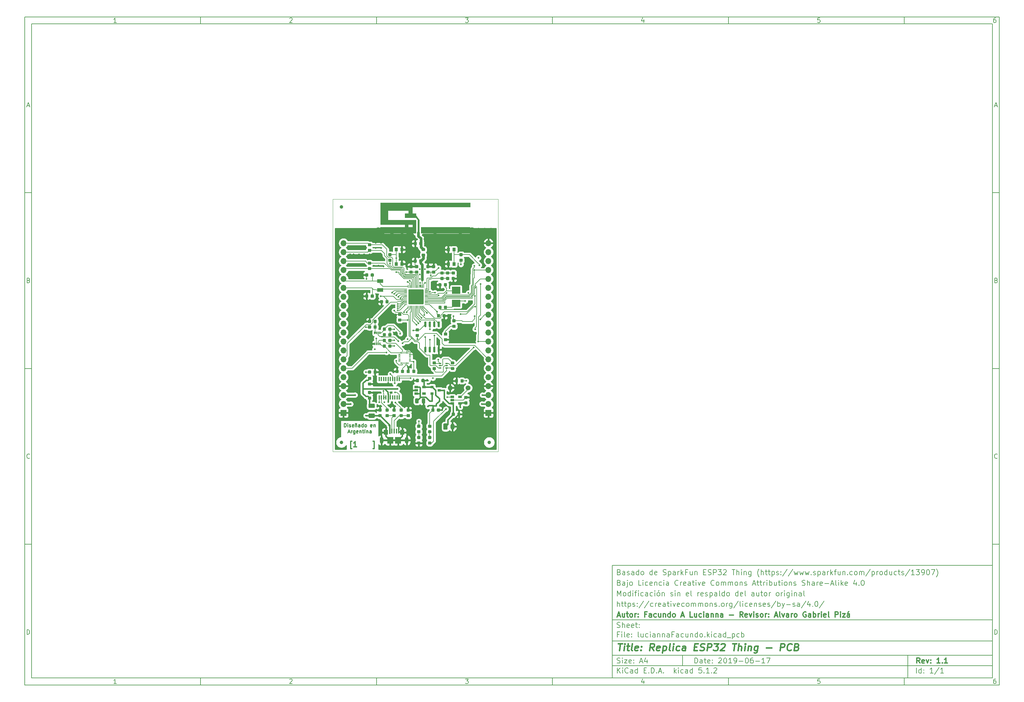
<source format=gbr>
G04 #@! TF.GenerationSoftware,KiCad,Pcbnew,5.1.2*
G04 #@! TF.CreationDate,2019-06-25T01:31:05-03:00*
G04 #@! TF.ProjectId,luciannaFacundo,6c756369-616e-46e6-9146-6163756e646f,1.1*
G04 #@! TF.SameCoordinates,Original*
G04 #@! TF.FileFunction,Copper,L1,Top*
G04 #@! TF.FilePolarity,Positive*
%FSLAX46Y46*%
G04 Gerber Fmt 4.6, Leading zero omitted, Abs format (unit mm)*
G04 Created by KiCad (PCBNEW 5.1.2) date 2019-06-25 01:31:05*
%MOMM*%
%LPD*%
G04 APERTURE LIST*
%ADD10C,0.100000*%
%ADD11C,0.150000*%
%ADD12C,0.300000*%
%ADD13C,0.400000*%
%ADD14C,0.250000*%
%ADD15C,0.050000*%
%ADD16C,0.010000*%
%ADD17C,0.400000*%
%ADD18C,0.500000*%
%ADD19C,1.000000*%
%ADD20C,0.200000*%
%ADD21C,4.300000*%
%ADD22C,0.875000*%
%ADD23R,0.900000X0.800000*%
%ADD24R,1.800000X1.000000*%
%ADD25R,0.300000X0.800000*%
%ADD26R,1.060000X0.650000*%
%ADD27R,0.400000X1.200000*%
%ADD28R,0.900000X1.000000*%
%ADD29R,0.650000X0.400000*%
%ADD30O,1.200000X1.750000*%
%ADD31C,1.200000*%
%ADD32C,1.250000*%
%ADD33R,0.600000X0.450000*%
%ADD34C,0.975000*%
%ADD35C,0.600000*%
%ADD36R,1.700000X1.700000*%
%ADD37O,1.700000X1.700000*%
%ADD38C,1.400000*%
%ADD39O,1.400000X1.400000*%
%ADD40R,1.750000X1.900000*%
%ADD41R,0.400000X1.400000*%
%ADD42O,1.050000X1.900000*%
%ADD43R,1.150000X1.450000*%
%ADD44R,2.400000X2.000000*%
%ADD45C,0.750000*%
%ADD46C,0.200000*%
%ADD47C,0.254000*%
G04 APERTURE END LIST*
D10*
D11*
X177002200Y-166007200D02*
X177002200Y-198007200D01*
X285002200Y-198007200D01*
X285002200Y-166007200D01*
X177002200Y-166007200D01*
D10*
D11*
X10000000Y-10000000D02*
X10000000Y-200007200D01*
X287002200Y-200007200D01*
X287002200Y-10000000D01*
X10000000Y-10000000D01*
D10*
D11*
X12000000Y-12000000D02*
X12000000Y-198007200D01*
X285002200Y-198007200D01*
X285002200Y-12000000D01*
X12000000Y-12000000D01*
D10*
D11*
X60000000Y-12000000D02*
X60000000Y-10000000D01*
D10*
D11*
X110000000Y-12000000D02*
X110000000Y-10000000D01*
D10*
D11*
X160000000Y-12000000D02*
X160000000Y-10000000D01*
D10*
D11*
X210000000Y-12000000D02*
X210000000Y-10000000D01*
D10*
D11*
X260000000Y-12000000D02*
X260000000Y-10000000D01*
D10*
D11*
X36065476Y-11588095D02*
X35322619Y-11588095D01*
X35694047Y-11588095D02*
X35694047Y-10288095D01*
X35570238Y-10473809D01*
X35446428Y-10597619D01*
X35322619Y-10659523D01*
D10*
D11*
X85322619Y-10411904D02*
X85384523Y-10350000D01*
X85508333Y-10288095D01*
X85817857Y-10288095D01*
X85941666Y-10350000D01*
X86003571Y-10411904D01*
X86065476Y-10535714D01*
X86065476Y-10659523D01*
X86003571Y-10845238D01*
X85260714Y-11588095D01*
X86065476Y-11588095D01*
D10*
D11*
X135260714Y-10288095D02*
X136065476Y-10288095D01*
X135632142Y-10783333D01*
X135817857Y-10783333D01*
X135941666Y-10845238D01*
X136003571Y-10907142D01*
X136065476Y-11030952D01*
X136065476Y-11340476D01*
X136003571Y-11464285D01*
X135941666Y-11526190D01*
X135817857Y-11588095D01*
X135446428Y-11588095D01*
X135322619Y-11526190D01*
X135260714Y-11464285D01*
D10*
D11*
X185941666Y-10721428D02*
X185941666Y-11588095D01*
X185632142Y-10226190D02*
X185322619Y-11154761D01*
X186127380Y-11154761D01*
D10*
D11*
X236003571Y-10288095D02*
X235384523Y-10288095D01*
X235322619Y-10907142D01*
X235384523Y-10845238D01*
X235508333Y-10783333D01*
X235817857Y-10783333D01*
X235941666Y-10845238D01*
X236003571Y-10907142D01*
X236065476Y-11030952D01*
X236065476Y-11340476D01*
X236003571Y-11464285D01*
X235941666Y-11526190D01*
X235817857Y-11588095D01*
X235508333Y-11588095D01*
X235384523Y-11526190D01*
X235322619Y-11464285D01*
D10*
D11*
X285941666Y-10288095D02*
X285694047Y-10288095D01*
X285570238Y-10350000D01*
X285508333Y-10411904D01*
X285384523Y-10597619D01*
X285322619Y-10845238D01*
X285322619Y-11340476D01*
X285384523Y-11464285D01*
X285446428Y-11526190D01*
X285570238Y-11588095D01*
X285817857Y-11588095D01*
X285941666Y-11526190D01*
X286003571Y-11464285D01*
X286065476Y-11340476D01*
X286065476Y-11030952D01*
X286003571Y-10907142D01*
X285941666Y-10845238D01*
X285817857Y-10783333D01*
X285570238Y-10783333D01*
X285446428Y-10845238D01*
X285384523Y-10907142D01*
X285322619Y-11030952D01*
D10*
D11*
X60000000Y-198007200D02*
X60000000Y-200007200D01*
D10*
D11*
X110000000Y-198007200D02*
X110000000Y-200007200D01*
D10*
D11*
X160000000Y-198007200D02*
X160000000Y-200007200D01*
D10*
D11*
X210000000Y-198007200D02*
X210000000Y-200007200D01*
D10*
D11*
X260000000Y-198007200D02*
X260000000Y-200007200D01*
D10*
D11*
X36065476Y-199595295D02*
X35322619Y-199595295D01*
X35694047Y-199595295D02*
X35694047Y-198295295D01*
X35570238Y-198481009D01*
X35446428Y-198604819D01*
X35322619Y-198666723D01*
D10*
D11*
X85322619Y-198419104D02*
X85384523Y-198357200D01*
X85508333Y-198295295D01*
X85817857Y-198295295D01*
X85941666Y-198357200D01*
X86003571Y-198419104D01*
X86065476Y-198542914D01*
X86065476Y-198666723D01*
X86003571Y-198852438D01*
X85260714Y-199595295D01*
X86065476Y-199595295D01*
D10*
D11*
X135260714Y-198295295D02*
X136065476Y-198295295D01*
X135632142Y-198790533D01*
X135817857Y-198790533D01*
X135941666Y-198852438D01*
X136003571Y-198914342D01*
X136065476Y-199038152D01*
X136065476Y-199347676D01*
X136003571Y-199471485D01*
X135941666Y-199533390D01*
X135817857Y-199595295D01*
X135446428Y-199595295D01*
X135322619Y-199533390D01*
X135260714Y-199471485D01*
D10*
D11*
X185941666Y-198728628D02*
X185941666Y-199595295D01*
X185632142Y-198233390D02*
X185322619Y-199161961D01*
X186127380Y-199161961D01*
D10*
D11*
X236003571Y-198295295D02*
X235384523Y-198295295D01*
X235322619Y-198914342D01*
X235384523Y-198852438D01*
X235508333Y-198790533D01*
X235817857Y-198790533D01*
X235941666Y-198852438D01*
X236003571Y-198914342D01*
X236065476Y-199038152D01*
X236065476Y-199347676D01*
X236003571Y-199471485D01*
X235941666Y-199533390D01*
X235817857Y-199595295D01*
X235508333Y-199595295D01*
X235384523Y-199533390D01*
X235322619Y-199471485D01*
D10*
D11*
X285941666Y-198295295D02*
X285694047Y-198295295D01*
X285570238Y-198357200D01*
X285508333Y-198419104D01*
X285384523Y-198604819D01*
X285322619Y-198852438D01*
X285322619Y-199347676D01*
X285384523Y-199471485D01*
X285446428Y-199533390D01*
X285570238Y-199595295D01*
X285817857Y-199595295D01*
X285941666Y-199533390D01*
X286003571Y-199471485D01*
X286065476Y-199347676D01*
X286065476Y-199038152D01*
X286003571Y-198914342D01*
X285941666Y-198852438D01*
X285817857Y-198790533D01*
X285570238Y-198790533D01*
X285446428Y-198852438D01*
X285384523Y-198914342D01*
X285322619Y-199038152D01*
D10*
D11*
X10000000Y-60000000D02*
X12000000Y-60000000D01*
D10*
D11*
X10000000Y-110000000D02*
X12000000Y-110000000D01*
D10*
D11*
X10000000Y-160000000D02*
X12000000Y-160000000D01*
D10*
D11*
X10690476Y-35216666D02*
X11309523Y-35216666D01*
X10566666Y-35588095D02*
X11000000Y-34288095D01*
X11433333Y-35588095D01*
D10*
D11*
X11092857Y-84907142D02*
X11278571Y-84969047D01*
X11340476Y-85030952D01*
X11402380Y-85154761D01*
X11402380Y-85340476D01*
X11340476Y-85464285D01*
X11278571Y-85526190D01*
X11154761Y-85588095D01*
X10659523Y-85588095D01*
X10659523Y-84288095D01*
X11092857Y-84288095D01*
X11216666Y-84350000D01*
X11278571Y-84411904D01*
X11340476Y-84535714D01*
X11340476Y-84659523D01*
X11278571Y-84783333D01*
X11216666Y-84845238D01*
X11092857Y-84907142D01*
X10659523Y-84907142D01*
D10*
D11*
X11402380Y-135464285D02*
X11340476Y-135526190D01*
X11154761Y-135588095D01*
X11030952Y-135588095D01*
X10845238Y-135526190D01*
X10721428Y-135402380D01*
X10659523Y-135278571D01*
X10597619Y-135030952D01*
X10597619Y-134845238D01*
X10659523Y-134597619D01*
X10721428Y-134473809D01*
X10845238Y-134350000D01*
X11030952Y-134288095D01*
X11154761Y-134288095D01*
X11340476Y-134350000D01*
X11402380Y-134411904D01*
D10*
D11*
X10659523Y-185588095D02*
X10659523Y-184288095D01*
X10969047Y-184288095D01*
X11154761Y-184350000D01*
X11278571Y-184473809D01*
X11340476Y-184597619D01*
X11402380Y-184845238D01*
X11402380Y-185030952D01*
X11340476Y-185278571D01*
X11278571Y-185402380D01*
X11154761Y-185526190D01*
X10969047Y-185588095D01*
X10659523Y-185588095D01*
D10*
D11*
X287002200Y-60000000D02*
X285002200Y-60000000D01*
D10*
D11*
X287002200Y-110000000D02*
X285002200Y-110000000D01*
D10*
D11*
X287002200Y-160000000D02*
X285002200Y-160000000D01*
D10*
D11*
X285692676Y-35216666D02*
X286311723Y-35216666D01*
X285568866Y-35588095D02*
X286002200Y-34288095D01*
X286435533Y-35588095D01*
D10*
D11*
X286095057Y-84907142D02*
X286280771Y-84969047D01*
X286342676Y-85030952D01*
X286404580Y-85154761D01*
X286404580Y-85340476D01*
X286342676Y-85464285D01*
X286280771Y-85526190D01*
X286156961Y-85588095D01*
X285661723Y-85588095D01*
X285661723Y-84288095D01*
X286095057Y-84288095D01*
X286218866Y-84350000D01*
X286280771Y-84411904D01*
X286342676Y-84535714D01*
X286342676Y-84659523D01*
X286280771Y-84783333D01*
X286218866Y-84845238D01*
X286095057Y-84907142D01*
X285661723Y-84907142D01*
D10*
D11*
X286404580Y-135464285D02*
X286342676Y-135526190D01*
X286156961Y-135588095D01*
X286033152Y-135588095D01*
X285847438Y-135526190D01*
X285723628Y-135402380D01*
X285661723Y-135278571D01*
X285599819Y-135030952D01*
X285599819Y-134845238D01*
X285661723Y-134597619D01*
X285723628Y-134473809D01*
X285847438Y-134350000D01*
X286033152Y-134288095D01*
X286156961Y-134288095D01*
X286342676Y-134350000D01*
X286404580Y-134411904D01*
D10*
D11*
X285661723Y-185588095D02*
X285661723Y-184288095D01*
X285971247Y-184288095D01*
X286156961Y-184350000D01*
X286280771Y-184473809D01*
X286342676Y-184597619D01*
X286404580Y-184845238D01*
X286404580Y-185030952D01*
X286342676Y-185278571D01*
X286280771Y-185402380D01*
X286156961Y-185526190D01*
X285971247Y-185588095D01*
X285661723Y-185588095D01*
D10*
D11*
X200434342Y-193785771D02*
X200434342Y-192285771D01*
X200791485Y-192285771D01*
X201005771Y-192357200D01*
X201148628Y-192500057D01*
X201220057Y-192642914D01*
X201291485Y-192928628D01*
X201291485Y-193142914D01*
X201220057Y-193428628D01*
X201148628Y-193571485D01*
X201005771Y-193714342D01*
X200791485Y-193785771D01*
X200434342Y-193785771D01*
X202577200Y-193785771D02*
X202577200Y-193000057D01*
X202505771Y-192857200D01*
X202362914Y-192785771D01*
X202077200Y-192785771D01*
X201934342Y-192857200D01*
X202577200Y-193714342D02*
X202434342Y-193785771D01*
X202077200Y-193785771D01*
X201934342Y-193714342D01*
X201862914Y-193571485D01*
X201862914Y-193428628D01*
X201934342Y-193285771D01*
X202077200Y-193214342D01*
X202434342Y-193214342D01*
X202577200Y-193142914D01*
X203077200Y-192785771D02*
X203648628Y-192785771D01*
X203291485Y-192285771D02*
X203291485Y-193571485D01*
X203362914Y-193714342D01*
X203505771Y-193785771D01*
X203648628Y-193785771D01*
X204720057Y-193714342D02*
X204577200Y-193785771D01*
X204291485Y-193785771D01*
X204148628Y-193714342D01*
X204077200Y-193571485D01*
X204077200Y-193000057D01*
X204148628Y-192857200D01*
X204291485Y-192785771D01*
X204577200Y-192785771D01*
X204720057Y-192857200D01*
X204791485Y-193000057D01*
X204791485Y-193142914D01*
X204077200Y-193285771D01*
X205434342Y-193642914D02*
X205505771Y-193714342D01*
X205434342Y-193785771D01*
X205362914Y-193714342D01*
X205434342Y-193642914D01*
X205434342Y-193785771D01*
X205434342Y-192857200D02*
X205505771Y-192928628D01*
X205434342Y-193000057D01*
X205362914Y-192928628D01*
X205434342Y-192857200D01*
X205434342Y-193000057D01*
X207220057Y-192428628D02*
X207291485Y-192357200D01*
X207434342Y-192285771D01*
X207791485Y-192285771D01*
X207934342Y-192357200D01*
X208005771Y-192428628D01*
X208077200Y-192571485D01*
X208077200Y-192714342D01*
X208005771Y-192928628D01*
X207148628Y-193785771D01*
X208077200Y-193785771D01*
X209005771Y-192285771D02*
X209148628Y-192285771D01*
X209291485Y-192357200D01*
X209362914Y-192428628D01*
X209434342Y-192571485D01*
X209505771Y-192857200D01*
X209505771Y-193214342D01*
X209434342Y-193500057D01*
X209362914Y-193642914D01*
X209291485Y-193714342D01*
X209148628Y-193785771D01*
X209005771Y-193785771D01*
X208862914Y-193714342D01*
X208791485Y-193642914D01*
X208720057Y-193500057D01*
X208648628Y-193214342D01*
X208648628Y-192857200D01*
X208720057Y-192571485D01*
X208791485Y-192428628D01*
X208862914Y-192357200D01*
X209005771Y-192285771D01*
X210934342Y-193785771D02*
X210077200Y-193785771D01*
X210505771Y-193785771D02*
X210505771Y-192285771D01*
X210362914Y-192500057D01*
X210220057Y-192642914D01*
X210077200Y-192714342D01*
X211648628Y-193785771D02*
X211934342Y-193785771D01*
X212077200Y-193714342D01*
X212148628Y-193642914D01*
X212291485Y-193428628D01*
X212362914Y-193142914D01*
X212362914Y-192571485D01*
X212291485Y-192428628D01*
X212220057Y-192357200D01*
X212077200Y-192285771D01*
X211791485Y-192285771D01*
X211648628Y-192357200D01*
X211577200Y-192428628D01*
X211505771Y-192571485D01*
X211505771Y-192928628D01*
X211577200Y-193071485D01*
X211648628Y-193142914D01*
X211791485Y-193214342D01*
X212077200Y-193214342D01*
X212220057Y-193142914D01*
X212291485Y-193071485D01*
X212362914Y-192928628D01*
X213005771Y-193214342D02*
X214148628Y-193214342D01*
X215148628Y-192285771D02*
X215291485Y-192285771D01*
X215434342Y-192357200D01*
X215505771Y-192428628D01*
X215577200Y-192571485D01*
X215648628Y-192857200D01*
X215648628Y-193214342D01*
X215577200Y-193500057D01*
X215505771Y-193642914D01*
X215434342Y-193714342D01*
X215291485Y-193785771D01*
X215148628Y-193785771D01*
X215005771Y-193714342D01*
X214934342Y-193642914D01*
X214862914Y-193500057D01*
X214791485Y-193214342D01*
X214791485Y-192857200D01*
X214862914Y-192571485D01*
X214934342Y-192428628D01*
X215005771Y-192357200D01*
X215148628Y-192285771D01*
X216934342Y-192285771D02*
X216648628Y-192285771D01*
X216505771Y-192357200D01*
X216434342Y-192428628D01*
X216291485Y-192642914D01*
X216220057Y-192928628D01*
X216220057Y-193500057D01*
X216291485Y-193642914D01*
X216362914Y-193714342D01*
X216505771Y-193785771D01*
X216791485Y-193785771D01*
X216934342Y-193714342D01*
X217005771Y-193642914D01*
X217077200Y-193500057D01*
X217077200Y-193142914D01*
X217005771Y-193000057D01*
X216934342Y-192928628D01*
X216791485Y-192857200D01*
X216505771Y-192857200D01*
X216362914Y-192928628D01*
X216291485Y-193000057D01*
X216220057Y-193142914D01*
X217720057Y-193214342D02*
X218862914Y-193214342D01*
X220362914Y-193785771D02*
X219505771Y-193785771D01*
X219934342Y-193785771D02*
X219934342Y-192285771D01*
X219791485Y-192500057D01*
X219648628Y-192642914D01*
X219505771Y-192714342D01*
X220862914Y-192285771D02*
X221862914Y-192285771D01*
X221220057Y-193785771D01*
D10*
D11*
X177002200Y-194507200D02*
X285002200Y-194507200D01*
D10*
D11*
X178434342Y-196585771D02*
X178434342Y-195085771D01*
X179291485Y-196585771D02*
X178648628Y-195728628D01*
X179291485Y-195085771D02*
X178434342Y-195942914D01*
X179934342Y-196585771D02*
X179934342Y-195585771D01*
X179934342Y-195085771D02*
X179862914Y-195157200D01*
X179934342Y-195228628D01*
X180005771Y-195157200D01*
X179934342Y-195085771D01*
X179934342Y-195228628D01*
X181505771Y-196442914D02*
X181434342Y-196514342D01*
X181220057Y-196585771D01*
X181077200Y-196585771D01*
X180862914Y-196514342D01*
X180720057Y-196371485D01*
X180648628Y-196228628D01*
X180577200Y-195942914D01*
X180577200Y-195728628D01*
X180648628Y-195442914D01*
X180720057Y-195300057D01*
X180862914Y-195157200D01*
X181077200Y-195085771D01*
X181220057Y-195085771D01*
X181434342Y-195157200D01*
X181505771Y-195228628D01*
X182791485Y-196585771D02*
X182791485Y-195800057D01*
X182720057Y-195657200D01*
X182577200Y-195585771D01*
X182291485Y-195585771D01*
X182148628Y-195657200D01*
X182791485Y-196514342D02*
X182648628Y-196585771D01*
X182291485Y-196585771D01*
X182148628Y-196514342D01*
X182077200Y-196371485D01*
X182077200Y-196228628D01*
X182148628Y-196085771D01*
X182291485Y-196014342D01*
X182648628Y-196014342D01*
X182791485Y-195942914D01*
X184148628Y-196585771D02*
X184148628Y-195085771D01*
X184148628Y-196514342D02*
X184005771Y-196585771D01*
X183720057Y-196585771D01*
X183577200Y-196514342D01*
X183505771Y-196442914D01*
X183434342Y-196300057D01*
X183434342Y-195871485D01*
X183505771Y-195728628D01*
X183577200Y-195657200D01*
X183720057Y-195585771D01*
X184005771Y-195585771D01*
X184148628Y-195657200D01*
X186005771Y-195800057D02*
X186505771Y-195800057D01*
X186720057Y-196585771D02*
X186005771Y-196585771D01*
X186005771Y-195085771D01*
X186720057Y-195085771D01*
X187362914Y-196442914D02*
X187434342Y-196514342D01*
X187362914Y-196585771D01*
X187291485Y-196514342D01*
X187362914Y-196442914D01*
X187362914Y-196585771D01*
X188077200Y-196585771D02*
X188077200Y-195085771D01*
X188434342Y-195085771D01*
X188648628Y-195157200D01*
X188791485Y-195300057D01*
X188862914Y-195442914D01*
X188934342Y-195728628D01*
X188934342Y-195942914D01*
X188862914Y-196228628D01*
X188791485Y-196371485D01*
X188648628Y-196514342D01*
X188434342Y-196585771D01*
X188077200Y-196585771D01*
X189577200Y-196442914D02*
X189648628Y-196514342D01*
X189577200Y-196585771D01*
X189505771Y-196514342D01*
X189577200Y-196442914D01*
X189577200Y-196585771D01*
X190220057Y-196157200D02*
X190934342Y-196157200D01*
X190077200Y-196585771D02*
X190577200Y-195085771D01*
X191077200Y-196585771D01*
X191577200Y-196442914D02*
X191648628Y-196514342D01*
X191577200Y-196585771D01*
X191505771Y-196514342D01*
X191577200Y-196442914D01*
X191577200Y-196585771D01*
X194577200Y-196585771D02*
X194577200Y-195085771D01*
X194720057Y-196014342D02*
X195148628Y-196585771D01*
X195148628Y-195585771D02*
X194577200Y-196157200D01*
X195791485Y-196585771D02*
X195791485Y-195585771D01*
X195791485Y-195085771D02*
X195720057Y-195157200D01*
X195791485Y-195228628D01*
X195862914Y-195157200D01*
X195791485Y-195085771D01*
X195791485Y-195228628D01*
X197148628Y-196514342D02*
X197005771Y-196585771D01*
X196720057Y-196585771D01*
X196577200Y-196514342D01*
X196505771Y-196442914D01*
X196434342Y-196300057D01*
X196434342Y-195871485D01*
X196505771Y-195728628D01*
X196577200Y-195657200D01*
X196720057Y-195585771D01*
X197005771Y-195585771D01*
X197148628Y-195657200D01*
X198434342Y-196585771D02*
X198434342Y-195800057D01*
X198362914Y-195657200D01*
X198220057Y-195585771D01*
X197934342Y-195585771D01*
X197791485Y-195657200D01*
X198434342Y-196514342D02*
X198291485Y-196585771D01*
X197934342Y-196585771D01*
X197791485Y-196514342D01*
X197720057Y-196371485D01*
X197720057Y-196228628D01*
X197791485Y-196085771D01*
X197934342Y-196014342D01*
X198291485Y-196014342D01*
X198434342Y-195942914D01*
X199791485Y-196585771D02*
X199791485Y-195085771D01*
X199791485Y-196514342D02*
X199648628Y-196585771D01*
X199362914Y-196585771D01*
X199220057Y-196514342D01*
X199148628Y-196442914D01*
X199077200Y-196300057D01*
X199077200Y-195871485D01*
X199148628Y-195728628D01*
X199220057Y-195657200D01*
X199362914Y-195585771D01*
X199648628Y-195585771D01*
X199791485Y-195657200D01*
X202362914Y-195085771D02*
X201648628Y-195085771D01*
X201577200Y-195800057D01*
X201648628Y-195728628D01*
X201791485Y-195657200D01*
X202148628Y-195657200D01*
X202291485Y-195728628D01*
X202362914Y-195800057D01*
X202434342Y-195942914D01*
X202434342Y-196300057D01*
X202362914Y-196442914D01*
X202291485Y-196514342D01*
X202148628Y-196585771D01*
X201791485Y-196585771D01*
X201648628Y-196514342D01*
X201577200Y-196442914D01*
X203077200Y-196442914D02*
X203148628Y-196514342D01*
X203077200Y-196585771D01*
X203005771Y-196514342D01*
X203077200Y-196442914D01*
X203077200Y-196585771D01*
X204577200Y-196585771D02*
X203720057Y-196585771D01*
X204148628Y-196585771D02*
X204148628Y-195085771D01*
X204005771Y-195300057D01*
X203862914Y-195442914D01*
X203720057Y-195514342D01*
X205220057Y-196442914D02*
X205291485Y-196514342D01*
X205220057Y-196585771D01*
X205148628Y-196514342D01*
X205220057Y-196442914D01*
X205220057Y-196585771D01*
X205862914Y-195228628D02*
X205934342Y-195157200D01*
X206077200Y-195085771D01*
X206434342Y-195085771D01*
X206577200Y-195157200D01*
X206648628Y-195228628D01*
X206720057Y-195371485D01*
X206720057Y-195514342D01*
X206648628Y-195728628D01*
X205791485Y-196585771D01*
X206720057Y-196585771D01*
D10*
D11*
X177002200Y-191507200D02*
X285002200Y-191507200D01*
D10*
D12*
X264411485Y-193785771D02*
X263911485Y-193071485D01*
X263554342Y-193785771D02*
X263554342Y-192285771D01*
X264125771Y-192285771D01*
X264268628Y-192357200D01*
X264340057Y-192428628D01*
X264411485Y-192571485D01*
X264411485Y-192785771D01*
X264340057Y-192928628D01*
X264268628Y-193000057D01*
X264125771Y-193071485D01*
X263554342Y-193071485D01*
X265625771Y-193714342D02*
X265482914Y-193785771D01*
X265197200Y-193785771D01*
X265054342Y-193714342D01*
X264982914Y-193571485D01*
X264982914Y-193000057D01*
X265054342Y-192857200D01*
X265197200Y-192785771D01*
X265482914Y-192785771D01*
X265625771Y-192857200D01*
X265697200Y-193000057D01*
X265697200Y-193142914D01*
X264982914Y-193285771D01*
X266197200Y-192785771D02*
X266554342Y-193785771D01*
X266911485Y-192785771D01*
X267482914Y-193642914D02*
X267554342Y-193714342D01*
X267482914Y-193785771D01*
X267411485Y-193714342D01*
X267482914Y-193642914D01*
X267482914Y-193785771D01*
X267482914Y-192857200D02*
X267554342Y-192928628D01*
X267482914Y-193000057D01*
X267411485Y-192928628D01*
X267482914Y-192857200D01*
X267482914Y-193000057D01*
X270125771Y-193785771D02*
X269268628Y-193785771D01*
X269697200Y-193785771D02*
X269697200Y-192285771D01*
X269554342Y-192500057D01*
X269411485Y-192642914D01*
X269268628Y-192714342D01*
X270768628Y-193642914D02*
X270840057Y-193714342D01*
X270768628Y-193785771D01*
X270697200Y-193714342D01*
X270768628Y-193642914D01*
X270768628Y-193785771D01*
X272268628Y-193785771D02*
X271411485Y-193785771D01*
X271840057Y-193785771D02*
X271840057Y-192285771D01*
X271697200Y-192500057D01*
X271554342Y-192642914D01*
X271411485Y-192714342D01*
D10*
D11*
X178362914Y-193714342D02*
X178577200Y-193785771D01*
X178934342Y-193785771D01*
X179077200Y-193714342D01*
X179148628Y-193642914D01*
X179220057Y-193500057D01*
X179220057Y-193357200D01*
X179148628Y-193214342D01*
X179077200Y-193142914D01*
X178934342Y-193071485D01*
X178648628Y-193000057D01*
X178505771Y-192928628D01*
X178434342Y-192857200D01*
X178362914Y-192714342D01*
X178362914Y-192571485D01*
X178434342Y-192428628D01*
X178505771Y-192357200D01*
X178648628Y-192285771D01*
X179005771Y-192285771D01*
X179220057Y-192357200D01*
X179862914Y-193785771D02*
X179862914Y-192785771D01*
X179862914Y-192285771D02*
X179791485Y-192357200D01*
X179862914Y-192428628D01*
X179934342Y-192357200D01*
X179862914Y-192285771D01*
X179862914Y-192428628D01*
X180434342Y-192785771D02*
X181220057Y-192785771D01*
X180434342Y-193785771D01*
X181220057Y-193785771D01*
X182362914Y-193714342D02*
X182220057Y-193785771D01*
X181934342Y-193785771D01*
X181791485Y-193714342D01*
X181720057Y-193571485D01*
X181720057Y-193000057D01*
X181791485Y-192857200D01*
X181934342Y-192785771D01*
X182220057Y-192785771D01*
X182362914Y-192857200D01*
X182434342Y-193000057D01*
X182434342Y-193142914D01*
X181720057Y-193285771D01*
X183077200Y-193642914D02*
X183148628Y-193714342D01*
X183077200Y-193785771D01*
X183005771Y-193714342D01*
X183077200Y-193642914D01*
X183077200Y-193785771D01*
X183077200Y-192857200D02*
X183148628Y-192928628D01*
X183077200Y-193000057D01*
X183005771Y-192928628D01*
X183077200Y-192857200D01*
X183077200Y-193000057D01*
X184862914Y-193357200D02*
X185577200Y-193357200D01*
X184720057Y-193785771D02*
X185220057Y-192285771D01*
X185720057Y-193785771D01*
X186862914Y-192785771D02*
X186862914Y-193785771D01*
X186505771Y-192214342D02*
X186148628Y-193285771D01*
X187077200Y-193285771D01*
D10*
D11*
X263434342Y-196585771D02*
X263434342Y-195085771D01*
X264791485Y-196585771D02*
X264791485Y-195085771D01*
X264791485Y-196514342D02*
X264648628Y-196585771D01*
X264362914Y-196585771D01*
X264220057Y-196514342D01*
X264148628Y-196442914D01*
X264077200Y-196300057D01*
X264077200Y-195871485D01*
X264148628Y-195728628D01*
X264220057Y-195657200D01*
X264362914Y-195585771D01*
X264648628Y-195585771D01*
X264791485Y-195657200D01*
X265505771Y-196442914D02*
X265577200Y-196514342D01*
X265505771Y-196585771D01*
X265434342Y-196514342D01*
X265505771Y-196442914D01*
X265505771Y-196585771D01*
X265505771Y-195657200D02*
X265577200Y-195728628D01*
X265505771Y-195800057D01*
X265434342Y-195728628D01*
X265505771Y-195657200D01*
X265505771Y-195800057D01*
X268148628Y-196585771D02*
X267291485Y-196585771D01*
X267720057Y-196585771D02*
X267720057Y-195085771D01*
X267577200Y-195300057D01*
X267434342Y-195442914D01*
X267291485Y-195514342D01*
X269862914Y-195014342D02*
X268577200Y-196942914D01*
X271148628Y-196585771D02*
X270291485Y-196585771D01*
X270720057Y-196585771D02*
X270720057Y-195085771D01*
X270577200Y-195300057D01*
X270434342Y-195442914D01*
X270291485Y-195514342D01*
D10*
D11*
X177002200Y-187507200D02*
X285002200Y-187507200D01*
D10*
D13*
X178714580Y-188211961D02*
X179857438Y-188211961D01*
X179036009Y-190211961D02*
X179286009Y-188211961D01*
X180274104Y-190211961D02*
X180440771Y-188878628D01*
X180524104Y-188211961D02*
X180416961Y-188307200D01*
X180500295Y-188402438D01*
X180607438Y-188307200D01*
X180524104Y-188211961D01*
X180500295Y-188402438D01*
X181107438Y-188878628D02*
X181869342Y-188878628D01*
X181476485Y-188211961D02*
X181262200Y-189926247D01*
X181333628Y-190116723D01*
X181512200Y-190211961D01*
X181702676Y-190211961D01*
X182655057Y-190211961D02*
X182476485Y-190116723D01*
X182405057Y-189926247D01*
X182619342Y-188211961D01*
X184190771Y-190116723D02*
X183988390Y-190211961D01*
X183607438Y-190211961D01*
X183428866Y-190116723D01*
X183357438Y-189926247D01*
X183452676Y-189164342D01*
X183571723Y-188973866D01*
X183774104Y-188878628D01*
X184155057Y-188878628D01*
X184333628Y-188973866D01*
X184405057Y-189164342D01*
X184381247Y-189354819D01*
X183405057Y-189545295D01*
X185155057Y-190021485D02*
X185238390Y-190116723D01*
X185131247Y-190211961D01*
X185047914Y-190116723D01*
X185155057Y-190021485D01*
X185131247Y-190211961D01*
X185286009Y-188973866D02*
X185369342Y-189069104D01*
X185262200Y-189164342D01*
X185178866Y-189069104D01*
X185286009Y-188973866D01*
X185262200Y-189164342D01*
X188750295Y-190211961D02*
X188202676Y-189259580D01*
X187607438Y-190211961D02*
X187857438Y-188211961D01*
X188619342Y-188211961D01*
X188797914Y-188307200D01*
X188881247Y-188402438D01*
X188952676Y-188592914D01*
X188916961Y-188878628D01*
X188797914Y-189069104D01*
X188690771Y-189164342D01*
X188488390Y-189259580D01*
X187726485Y-189259580D01*
X190381247Y-190116723D02*
X190178866Y-190211961D01*
X189797914Y-190211961D01*
X189619342Y-190116723D01*
X189547914Y-189926247D01*
X189643152Y-189164342D01*
X189762200Y-188973866D01*
X189964580Y-188878628D01*
X190345533Y-188878628D01*
X190524104Y-188973866D01*
X190595533Y-189164342D01*
X190571723Y-189354819D01*
X189595533Y-189545295D01*
X191488390Y-188878628D02*
X191238390Y-190878628D01*
X191476485Y-188973866D02*
X191678866Y-188878628D01*
X192059819Y-188878628D01*
X192238390Y-188973866D01*
X192321723Y-189069104D01*
X192393152Y-189259580D01*
X192321723Y-189831009D01*
X192202676Y-190021485D01*
X192095533Y-190116723D01*
X191893152Y-190211961D01*
X191512200Y-190211961D01*
X191333628Y-190116723D01*
X193416961Y-190211961D02*
X193238390Y-190116723D01*
X193166961Y-189926247D01*
X193381247Y-188211961D01*
X194178866Y-190211961D02*
X194345533Y-188878628D01*
X194428866Y-188211961D02*
X194321723Y-188307200D01*
X194405057Y-188402438D01*
X194512200Y-188307200D01*
X194428866Y-188211961D01*
X194405057Y-188402438D01*
X196000295Y-190116723D02*
X195797914Y-190211961D01*
X195416961Y-190211961D01*
X195238390Y-190116723D01*
X195155057Y-190021485D01*
X195083628Y-189831009D01*
X195155057Y-189259580D01*
X195274104Y-189069104D01*
X195381247Y-188973866D01*
X195583628Y-188878628D01*
X195964580Y-188878628D01*
X196143152Y-188973866D01*
X197702676Y-190211961D02*
X197833628Y-189164342D01*
X197762200Y-188973866D01*
X197583628Y-188878628D01*
X197202676Y-188878628D01*
X197000295Y-188973866D01*
X197714580Y-190116723D02*
X197512200Y-190211961D01*
X197036009Y-190211961D01*
X196857438Y-190116723D01*
X196786009Y-189926247D01*
X196809819Y-189735771D01*
X196928866Y-189545295D01*
X197131247Y-189450057D01*
X197607438Y-189450057D01*
X197809819Y-189354819D01*
X200309819Y-189164342D02*
X200976485Y-189164342D01*
X201131247Y-190211961D02*
X200178866Y-190211961D01*
X200428866Y-188211961D01*
X201381247Y-188211961D01*
X201905057Y-190116723D02*
X202178866Y-190211961D01*
X202655057Y-190211961D01*
X202857438Y-190116723D01*
X202964580Y-190021485D01*
X203083628Y-189831009D01*
X203107438Y-189640533D01*
X203036009Y-189450057D01*
X202952676Y-189354819D01*
X202774104Y-189259580D01*
X202405057Y-189164342D01*
X202226485Y-189069104D01*
X202143152Y-188973866D01*
X202071723Y-188783390D01*
X202095533Y-188592914D01*
X202214580Y-188402438D01*
X202321723Y-188307200D01*
X202524104Y-188211961D01*
X203000295Y-188211961D01*
X203274104Y-188307200D01*
X203893152Y-190211961D02*
X204143152Y-188211961D01*
X204905057Y-188211961D01*
X205083628Y-188307200D01*
X205166961Y-188402438D01*
X205238390Y-188592914D01*
X205202676Y-188878628D01*
X205083628Y-189069104D01*
X204976485Y-189164342D01*
X204774104Y-189259580D01*
X204012200Y-189259580D01*
X205952676Y-188211961D02*
X207190771Y-188211961D01*
X206428866Y-188973866D01*
X206714580Y-188973866D01*
X206893152Y-189069104D01*
X206976485Y-189164342D01*
X207047914Y-189354819D01*
X206988390Y-189831009D01*
X206869342Y-190021485D01*
X206762200Y-190116723D01*
X206559819Y-190211961D01*
X205988390Y-190211961D01*
X205809819Y-190116723D01*
X205726485Y-190021485D01*
X207928866Y-188402438D02*
X208036009Y-188307200D01*
X208238390Y-188211961D01*
X208714580Y-188211961D01*
X208893152Y-188307200D01*
X208976485Y-188402438D01*
X209047914Y-188592914D01*
X209024104Y-188783390D01*
X208893152Y-189069104D01*
X207607438Y-190211961D01*
X208845533Y-190211961D01*
X211190771Y-188211961D02*
X212333628Y-188211961D01*
X211512200Y-190211961D02*
X211762200Y-188211961D01*
X212750295Y-190211961D02*
X213000295Y-188211961D01*
X213607438Y-190211961D02*
X213738390Y-189164342D01*
X213666961Y-188973866D01*
X213488390Y-188878628D01*
X213202676Y-188878628D01*
X213000295Y-188973866D01*
X212893152Y-189069104D01*
X214559819Y-190211961D02*
X214726485Y-188878628D01*
X214809819Y-188211961D02*
X214702676Y-188307200D01*
X214786009Y-188402438D01*
X214893152Y-188307200D01*
X214809819Y-188211961D01*
X214786009Y-188402438D01*
X215678866Y-188878628D02*
X215512200Y-190211961D01*
X215655057Y-189069104D02*
X215762200Y-188973866D01*
X215964580Y-188878628D01*
X216250295Y-188878628D01*
X216428866Y-188973866D01*
X216500295Y-189164342D01*
X216369342Y-190211961D01*
X218345533Y-188878628D02*
X218143152Y-190497676D01*
X218024104Y-190688152D01*
X217916961Y-190783390D01*
X217714580Y-190878628D01*
X217428866Y-190878628D01*
X217250295Y-190783390D01*
X218190771Y-190116723D02*
X217988390Y-190211961D01*
X217607438Y-190211961D01*
X217428866Y-190116723D01*
X217345533Y-190021485D01*
X217274104Y-189831009D01*
X217345533Y-189259580D01*
X217464580Y-189069104D01*
X217571723Y-188973866D01*
X217774104Y-188878628D01*
X218155057Y-188878628D01*
X218333628Y-188973866D01*
X220750295Y-189450057D02*
X222274104Y-189450057D01*
X224655057Y-190211961D02*
X224905057Y-188211961D01*
X225666961Y-188211961D01*
X225845533Y-188307200D01*
X225928866Y-188402438D01*
X226000295Y-188592914D01*
X225964580Y-188878628D01*
X225845533Y-189069104D01*
X225738390Y-189164342D01*
X225536009Y-189259580D01*
X224774104Y-189259580D01*
X227821723Y-190021485D02*
X227714580Y-190116723D01*
X227416961Y-190211961D01*
X227226485Y-190211961D01*
X226952676Y-190116723D01*
X226786009Y-189926247D01*
X226714580Y-189735771D01*
X226666961Y-189354819D01*
X226702676Y-189069104D01*
X226845533Y-188688152D01*
X226964580Y-188497676D01*
X227178866Y-188307200D01*
X227476485Y-188211961D01*
X227666961Y-188211961D01*
X227940771Y-188307200D01*
X228024104Y-188402438D01*
X229452676Y-189164342D02*
X229726485Y-189259580D01*
X229809819Y-189354819D01*
X229881247Y-189545295D01*
X229845533Y-189831009D01*
X229726485Y-190021485D01*
X229619342Y-190116723D01*
X229416961Y-190211961D01*
X228655057Y-190211961D01*
X228905057Y-188211961D01*
X229571723Y-188211961D01*
X229750295Y-188307200D01*
X229833628Y-188402438D01*
X229905057Y-188592914D01*
X229881247Y-188783390D01*
X229762199Y-188973866D01*
X229655057Y-189069104D01*
X229452676Y-189164342D01*
X228786009Y-189164342D01*
D10*
D11*
X178934342Y-185600057D02*
X178434342Y-185600057D01*
X178434342Y-186385771D02*
X178434342Y-184885771D01*
X179148628Y-184885771D01*
X179720057Y-186385771D02*
X179720057Y-185385771D01*
X179720057Y-184885771D02*
X179648628Y-184957200D01*
X179720057Y-185028628D01*
X179791485Y-184957200D01*
X179720057Y-184885771D01*
X179720057Y-185028628D01*
X180648628Y-186385771D02*
X180505771Y-186314342D01*
X180434342Y-186171485D01*
X180434342Y-184885771D01*
X181791485Y-186314342D02*
X181648628Y-186385771D01*
X181362914Y-186385771D01*
X181220057Y-186314342D01*
X181148628Y-186171485D01*
X181148628Y-185600057D01*
X181220057Y-185457200D01*
X181362914Y-185385771D01*
X181648628Y-185385771D01*
X181791485Y-185457200D01*
X181862914Y-185600057D01*
X181862914Y-185742914D01*
X181148628Y-185885771D01*
X182505771Y-186242914D02*
X182577200Y-186314342D01*
X182505771Y-186385771D01*
X182434342Y-186314342D01*
X182505771Y-186242914D01*
X182505771Y-186385771D01*
X182505771Y-185457200D02*
X182577200Y-185528628D01*
X182505771Y-185600057D01*
X182434342Y-185528628D01*
X182505771Y-185457200D01*
X182505771Y-185600057D01*
X184577200Y-186385771D02*
X184434342Y-186314342D01*
X184362914Y-186171485D01*
X184362914Y-184885771D01*
X185791485Y-185385771D02*
X185791485Y-186385771D01*
X185148628Y-185385771D02*
X185148628Y-186171485D01*
X185220057Y-186314342D01*
X185362914Y-186385771D01*
X185577200Y-186385771D01*
X185720057Y-186314342D01*
X185791485Y-186242914D01*
X187148628Y-186314342D02*
X187005771Y-186385771D01*
X186720057Y-186385771D01*
X186577200Y-186314342D01*
X186505771Y-186242914D01*
X186434342Y-186100057D01*
X186434342Y-185671485D01*
X186505771Y-185528628D01*
X186577200Y-185457200D01*
X186720057Y-185385771D01*
X187005771Y-185385771D01*
X187148628Y-185457200D01*
X187791485Y-186385771D02*
X187791485Y-185385771D01*
X187791485Y-184885771D02*
X187720057Y-184957200D01*
X187791485Y-185028628D01*
X187862914Y-184957200D01*
X187791485Y-184885771D01*
X187791485Y-185028628D01*
X189148628Y-186385771D02*
X189148628Y-185600057D01*
X189077200Y-185457200D01*
X188934342Y-185385771D01*
X188648628Y-185385771D01*
X188505771Y-185457200D01*
X189148628Y-186314342D02*
X189005771Y-186385771D01*
X188648628Y-186385771D01*
X188505771Y-186314342D01*
X188434342Y-186171485D01*
X188434342Y-186028628D01*
X188505771Y-185885771D01*
X188648628Y-185814342D01*
X189005771Y-185814342D01*
X189148628Y-185742914D01*
X189862914Y-185385771D02*
X189862914Y-186385771D01*
X189862914Y-185528628D02*
X189934342Y-185457200D01*
X190077200Y-185385771D01*
X190291485Y-185385771D01*
X190434342Y-185457200D01*
X190505771Y-185600057D01*
X190505771Y-186385771D01*
X191220057Y-185385771D02*
X191220057Y-186385771D01*
X191220057Y-185528628D02*
X191291485Y-185457200D01*
X191434342Y-185385771D01*
X191648628Y-185385771D01*
X191791485Y-185457200D01*
X191862914Y-185600057D01*
X191862914Y-186385771D01*
X193220057Y-186385771D02*
X193220057Y-185600057D01*
X193148628Y-185457200D01*
X193005771Y-185385771D01*
X192720057Y-185385771D01*
X192577200Y-185457200D01*
X193220057Y-186314342D02*
X193077200Y-186385771D01*
X192720057Y-186385771D01*
X192577200Y-186314342D01*
X192505771Y-186171485D01*
X192505771Y-186028628D01*
X192577200Y-185885771D01*
X192720057Y-185814342D01*
X193077200Y-185814342D01*
X193220057Y-185742914D01*
X194434342Y-185600057D02*
X193934342Y-185600057D01*
X193934342Y-186385771D02*
X193934342Y-184885771D01*
X194648628Y-184885771D01*
X195862914Y-186385771D02*
X195862914Y-185600057D01*
X195791485Y-185457200D01*
X195648628Y-185385771D01*
X195362914Y-185385771D01*
X195220057Y-185457200D01*
X195862914Y-186314342D02*
X195720057Y-186385771D01*
X195362914Y-186385771D01*
X195220057Y-186314342D01*
X195148628Y-186171485D01*
X195148628Y-186028628D01*
X195220057Y-185885771D01*
X195362914Y-185814342D01*
X195720057Y-185814342D01*
X195862914Y-185742914D01*
X197220057Y-186314342D02*
X197077200Y-186385771D01*
X196791485Y-186385771D01*
X196648628Y-186314342D01*
X196577200Y-186242914D01*
X196505771Y-186100057D01*
X196505771Y-185671485D01*
X196577200Y-185528628D01*
X196648628Y-185457200D01*
X196791485Y-185385771D01*
X197077200Y-185385771D01*
X197220057Y-185457200D01*
X198505771Y-185385771D02*
X198505771Y-186385771D01*
X197862914Y-185385771D02*
X197862914Y-186171485D01*
X197934342Y-186314342D01*
X198077200Y-186385771D01*
X198291485Y-186385771D01*
X198434342Y-186314342D01*
X198505771Y-186242914D01*
X199220057Y-185385771D02*
X199220057Y-186385771D01*
X199220057Y-185528628D02*
X199291485Y-185457200D01*
X199434342Y-185385771D01*
X199648628Y-185385771D01*
X199791485Y-185457200D01*
X199862914Y-185600057D01*
X199862914Y-186385771D01*
X201220057Y-186385771D02*
X201220057Y-184885771D01*
X201220057Y-186314342D02*
X201077200Y-186385771D01*
X200791485Y-186385771D01*
X200648628Y-186314342D01*
X200577200Y-186242914D01*
X200505771Y-186100057D01*
X200505771Y-185671485D01*
X200577200Y-185528628D01*
X200648628Y-185457200D01*
X200791485Y-185385771D01*
X201077200Y-185385771D01*
X201220057Y-185457200D01*
X202148628Y-186385771D02*
X202005771Y-186314342D01*
X201934342Y-186242914D01*
X201862914Y-186100057D01*
X201862914Y-185671485D01*
X201934342Y-185528628D01*
X202005771Y-185457200D01*
X202148628Y-185385771D01*
X202362914Y-185385771D01*
X202505771Y-185457200D01*
X202577200Y-185528628D01*
X202648628Y-185671485D01*
X202648628Y-186100057D01*
X202577200Y-186242914D01*
X202505771Y-186314342D01*
X202362914Y-186385771D01*
X202148628Y-186385771D01*
X203291485Y-186242914D02*
X203362914Y-186314342D01*
X203291485Y-186385771D01*
X203220057Y-186314342D01*
X203291485Y-186242914D01*
X203291485Y-186385771D01*
X204005771Y-186385771D02*
X204005771Y-184885771D01*
X204148628Y-185814342D02*
X204577200Y-186385771D01*
X204577200Y-185385771D02*
X204005771Y-185957200D01*
X205220057Y-186385771D02*
X205220057Y-185385771D01*
X205220057Y-184885771D02*
X205148628Y-184957200D01*
X205220057Y-185028628D01*
X205291485Y-184957200D01*
X205220057Y-184885771D01*
X205220057Y-185028628D01*
X206577200Y-186314342D02*
X206434342Y-186385771D01*
X206148628Y-186385771D01*
X206005771Y-186314342D01*
X205934342Y-186242914D01*
X205862914Y-186100057D01*
X205862914Y-185671485D01*
X205934342Y-185528628D01*
X206005771Y-185457200D01*
X206148628Y-185385771D01*
X206434342Y-185385771D01*
X206577200Y-185457200D01*
X207862914Y-186385771D02*
X207862914Y-185600057D01*
X207791485Y-185457200D01*
X207648628Y-185385771D01*
X207362914Y-185385771D01*
X207220057Y-185457200D01*
X207862914Y-186314342D02*
X207720057Y-186385771D01*
X207362914Y-186385771D01*
X207220057Y-186314342D01*
X207148628Y-186171485D01*
X207148628Y-186028628D01*
X207220057Y-185885771D01*
X207362914Y-185814342D01*
X207720057Y-185814342D01*
X207862914Y-185742914D01*
X209220057Y-186385771D02*
X209220057Y-184885771D01*
X209220057Y-186314342D02*
X209077200Y-186385771D01*
X208791485Y-186385771D01*
X208648628Y-186314342D01*
X208577200Y-186242914D01*
X208505771Y-186100057D01*
X208505771Y-185671485D01*
X208577200Y-185528628D01*
X208648628Y-185457200D01*
X208791485Y-185385771D01*
X209077200Y-185385771D01*
X209220057Y-185457200D01*
X209577200Y-186528628D02*
X210720057Y-186528628D01*
X211077200Y-185385771D02*
X211077200Y-186885771D01*
X211077200Y-185457200D02*
X211220057Y-185385771D01*
X211505771Y-185385771D01*
X211648628Y-185457200D01*
X211720057Y-185528628D01*
X211791485Y-185671485D01*
X211791485Y-186100057D01*
X211720057Y-186242914D01*
X211648628Y-186314342D01*
X211505771Y-186385771D01*
X211220057Y-186385771D01*
X211077200Y-186314342D01*
X213077200Y-186314342D02*
X212934342Y-186385771D01*
X212648628Y-186385771D01*
X212505771Y-186314342D01*
X212434342Y-186242914D01*
X212362914Y-186100057D01*
X212362914Y-185671485D01*
X212434342Y-185528628D01*
X212505771Y-185457200D01*
X212648628Y-185385771D01*
X212934342Y-185385771D01*
X213077200Y-185457200D01*
X213720057Y-186385771D02*
X213720057Y-184885771D01*
X213720057Y-185457200D02*
X213862914Y-185385771D01*
X214148628Y-185385771D01*
X214291485Y-185457200D01*
X214362914Y-185528628D01*
X214434342Y-185671485D01*
X214434342Y-186100057D01*
X214362914Y-186242914D01*
X214291485Y-186314342D01*
X214148628Y-186385771D01*
X213862914Y-186385771D01*
X213720057Y-186314342D01*
D10*
D11*
X177002200Y-181507200D02*
X285002200Y-181507200D01*
D10*
D11*
X178362914Y-183614342D02*
X178577200Y-183685771D01*
X178934342Y-183685771D01*
X179077200Y-183614342D01*
X179148628Y-183542914D01*
X179220057Y-183400057D01*
X179220057Y-183257200D01*
X179148628Y-183114342D01*
X179077200Y-183042914D01*
X178934342Y-182971485D01*
X178648628Y-182900057D01*
X178505771Y-182828628D01*
X178434342Y-182757200D01*
X178362914Y-182614342D01*
X178362914Y-182471485D01*
X178434342Y-182328628D01*
X178505771Y-182257200D01*
X178648628Y-182185771D01*
X179005771Y-182185771D01*
X179220057Y-182257200D01*
X179862914Y-183685771D02*
X179862914Y-182185771D01*
X180505771Y-183685771D02*
X180505771Y-182900057D01*
X180434342Y-182757200D01*
X180291485Y-182685771D01*
X180077200Y-182685771D01*
X179934342Y-182757200D01*
X179862914Y-182828628D01*
X181791485Y-183614342D02*
X181648628Y-183685771D01*
X181362914Y-183685771D01*
X181220057Y-183614342D01*
X181148628Y-183471485D01*
X181148628Y-182900057D01*
X181220057Y-182757200D01*
X181362914Y-182685771D01*
X181648628Y-182685771D01*
X181791485Y-182757200D01*
X181862914Y-182900057D01*
X181862914Y-183042914D01*
X181148628Y-183185771D01*
X183077200Y-183614342D02*
X182934342Y-183685771D01*
X182648628Y-183685771D01*
X182505771Y-183614342D01*
X182434342Y-183471485D01*
X182434342Y-182900057D01*
X182505771Y-182757200D01*
X182648628Y-182685771D01*
X182934342Y-182685771D01*
X183077200Y-182757200D01*
X183148628Y-182900057D01*
X183148628Y-183042914D01*
X182434342Y-183185771D01*
X183577200Y-182685771D02*
X184148628Y-182685771D01*
X183791485Y-182185771D02*
X183791485Y-183471485D01*
X183862914Y-183614342D01*
X184005771Y-183685771D01*
X184148628Y-183685771D01*
X184648628Y-183542914D02*
X184720057Y-183614342D01*
X184648628Y-183685771D01*
X184577200Y-183614342D01*
X184648628Y-183542914D01*
X184648628Y-183685771D01*
X184648628Y-182757200D02*
X184720057Y-182828628D01*
X184648628Y-182900057D01*
X184577200Y-182828628D01*
X184648628Y-182757200D01*
X184648628Y-182900057D01*
D10*
D12*
X178482914Y-180257200D02*
X179197200Y-180257200D01*
X178340057Y-180685771D02*
X178840057Y-179185771D01*
X179340057Y-180685771D01*
X180482914Y-179685771D02*
X180482914Y-180685771D01*
X179840057Y-179685771D02*
X179840057Y-180471485D01*
X179911485Y-180614342D01*
X180054342Y-180685771D01*
X180268628Y-180685771D01*
X180411485Y-180614342D01*
X180482914Y-180542914D01*
X180982914Y-179685771D02*
X181554342Y-179685771D01*
X181197200Y-179185771D02*
X181197200Y-180471485D01*
X181268628Y-180614342D01*
X181411485Y-180685771D01*
X181554342Y-180685771D01*
X182268628Y-180685771D02*
X182125771Y-180614342D01*
X182054342Y-180542914D01*
X181982914Y-180400057D01*
X181982914Y-179971485D01*
X182054342Y-179828628D01*
X182125771Y-179757200D01*
X182268628Y-179685771D01*
X182482914Y-179685771D01*
X182625771Y-179757200D01*
X182697200Y-179828628D01*
X182768628Y-179971485D01*
X182768628Y-180400057D01*
X182697200Y-180542914D01*
X182625771Y-180614342D01*
X182482914Y-180685771D01*
X182268628Y-180685771D01*
X183411485Y-180685771D02*
X183411485Y-179685771D01*
X183411485Y-179971485D02*
X183482914Y-179828628D01*
X183554342Y-179757200D01*
X183697200Y-179685771D01*
X183840057Y-179685771D01*
X184340057Y-180542914D02*
X184411485Y-180614342D01*
X184340057Y-180685771D01*
X184268628Y-180614342D01*
X184340057Y-180542914D01*
X184340057Y-180685771D01*
X184340057Y-179757200D02*
X184411485Y-179828628D01*
X184340057Y-179900057D01*
X184268628Y-179828628D01*
X184340057Y-179757200D01*
X184340057Y-179900057D01*
X186697200Y-179900057D02*
X186197200Y-179900057D01*
X186197200Y-180685771D02*
X186197200Y-179185771D01*
X186911485Y-179185771D01*
X188125771Y-180685771D02*
X188125771Y-179900057D01*
X188054342Y-179757200D01*
X187911485Y-179685771D01*
X187625771Y-179685771D01*
X187482914Y-179757200D01*
X188125771Y-180614342D02*
X187982914Y-180685771D01*
X187625771Y-180685771D01*
X187482914Y-180614342D01*
X187411485Y-180471485D01*
X187411485Y-180328628D01*
X187482914Y-180185771D01*
X187625771Y-180114342D01*
X187982914Y-180114342D01*
X188125771Y-180042914D01*
X189482914Y-180614342D02*
X189340057Y-180685771D01*
X189054342Y-180685771D01*
X188911485Y-180614342D01*
X188840057Y-180542914D01*
X188768628Y-180400057D01*
X188768628Y-179971485D01*
X188840057Y-179828628D01*
X188911485Y-179757200D01*
X189054342Y-179685771D01*
X189340057Y-179685771D01*
X189482914Y-179757200D01*
X190768628Y-179685771D02*
X190768628Y-180685771D01*
X190125771Y-179685771D02*
X190125771Y-180471485D01*
X190197200Y-180614342D01*
X190340057Y-180685771D01*
X190554342Y-180685771D01*
X190697200Y-180614342D01*
X190768628Y-180542914D01*
X191482914Y-179685771D02*
X191482914Y-180685771D01*
X191482914Y-179828628D02*
X191554342Y-179757200D01*
X191697200Y-179685771D01*
X191911485Y-179685771D01*
X192054342Y-179757200D01*
X192125771Y-179900057D01*
X192125771Y-180685771D01*
X193482914Y-180685771D02*
X193482914Y-179185771D01*
X193482914Y-180614342D02*
X193340057Y-180685771D01*
X193054342Y-180685771D01*
X192911485Y-180614342D01*
X192840057Y-180542914D01*
X192768628Y-180400057D01*
X192768628Y-179971485D01*
X192840057Y-179828628D01*
X192911485Y-179757200D01*
X193054342Y-179685771D01*
X193340057Y-179685771D01*
X193482914Y-179757200D01*
X194411485Y-180685771D02*
X194268628Y-180614342D01*
X194197200Y-180542914D01*
X194125771Y-180400057D01*
X194125771Y-179971485D01*
X194197200Y-179828628D01*
X194268628Y-179757200D01*
X194411485Y-179685771D01*
X194625771Y-179685771D01*
X194768628Y-179757200D01*
X194840057Y-179828628D01*
X194911485Y-179971485D01*
X194911485Y-180400057D01*
X194840057Y-180542914D01*
X194768628Y-180614342D01*
X194625771Y-180685771D01*
X194411485Y-180685771D01*
X196625771Y-180257200D02*
X197340057Y-180257200D01*
X196482914Y-180685771D02*
X196982914Y-179185771D01*
X197482914Y-180685771D01*
X199840057Y-180685771D02*
X199125771Y-180685771D01*
X199125771Y-179185771D01*
X200982914Y-179685771D02*
X200982914Y-180685771D01*
X200340057Y-179685771D02*
X200340057Y-180471485D01*
X200411485Y-180614342D01*
X200554342Y-180685771D01*
X200768628Y-180685771D01*
X200911485Y-180614342D01*
X200982914Y-180542914D01*
X202340057Y-180614342D02*
X202197200Y-180685771D01*
X201911485Y-180685771D01*
X201768628Y-180614342D01*
X201697200Y-180542914D01*
X201625771Y-180400057D01*
X201625771Y-179971485D01*
X201697200Y-179828628D01*
X201768628Y-179757200D01*
X201911485Y-179685771D01*
X202197200Y-179685771D01*
X202340057Y-179757200D01*
X202982914Y-180685771D02*
X202982914Y-179685771D01*
X202982914Y-179185771D02*
X202911485Y-179257200D01*
X202982914Y-179328628D01*
X203054342Y-179257200D01*
X202982914Y-179185771D01*
X202982914Y-179328628D01*
X204340057Y-180685771D02*
X204340057Y-179900057D01*
X204268628Y-179757200D01*
X204125771Y-179685771D01*
X203840057Y-179685771D01*
X203697200Y-179757200D01*
X204340057Y-180614342D02*
X204197200Y-180685771D01*
X203840057Y-180685771D01*
X203697200Y-180614342D01*
X203625771Y-180471485D01*
X203625771Y-180328628D01*
X203697200Y-180185771D01*
X203840057Y-180114342D01*
X204197200Y-180114342D01*
X204340057Y-180042914D01*
X205054342Y-179685771D02*
X205054342Y-180685771D01*
X205054342Y-179828628D02*
X205125771Y-179757200D01*
X205268628Y-179685771D01*
X205482914Y-179685771D01*
X205625771Y-179757200D01*
X205697200Y-179900057D01*
X205697200Y-180685771D01*
X206411485Y-179685771D02*
X206411485Y-180685771D01*
X206411485Y-179828628D02*
X206482914Y-179757200D01*
X206625771Y-179685771D01*
X206840057Y-179685771D01*
X206982914Y-179757200D01*
X207054342Y-179900057D01*
X207054342Y-180685771D01*
X208411485Y-180685771D02*
X208411485Y-179900057D01*
X208340057Y-179757200D01*
X208197200Y-179685771D01*
X207911485Y-179685771D01*
X207768628Y-179757200D01*
X208411485Y-180614342D02*
X208268628Y-180685771D01*
X207911485Y-180685771D01*
X207768628Y-180614342D01*
X207697200Y-180471485D01*
X207697200Y-180328628D01*
X207768628Y-180185771D01*
X207911485Y-180114342D01*
X208268628Y-180114342D01*
X208411485Y-180042914D01*
X210268628Y-180114342D02*
X211411485Y-180114342D01*
X214125771Y-180685771D02*
X213625771Y-179971485D01*
X213268628Y-180685771D02*
X213268628Y-179185771D01*
X213840057Y-179185771D01*
X213982914Y-179257200D01*
X214054342Y-179328628D01*
X214125771Y-179471485D01*
X214125771Y-179685771D01*
X214054342Y-179828628D01*
X213982914Y-179900057D01*
X213840057Y-179971485D01*
X213268628Y-179971485D01*
X215340057Y-180614342D02*
X215197200Y-180685771D01*
X214911485Y-180685771D01*
X214768628Y-180614342D01*
X214697200Y-180471485D01*
X214697200Y-179900057D01*
X214768628Y-179757200D01*
X214911485Y-179685771D01*
X215197200Y-179685771D01*
X215340057Y-179757200D01*
X215411485Y-179900057D01*
X215411485Y-180042914D01*
X214697200Y-180185771D01*
X215911485Y-179685771D02*
X216268628Y-180685771D01*
X216625771Y-179685771D01*
X217197200Y-180685771D02*
X217197200Y-179685771D01*
X217197200Y-179185771D02*
X217125771Y-179257200D01*
X217197200Y-179328628D01*
X217268628Y-179257200D01*
X217197200Y-179185771D01*
X217197200Y-179328628D01*
X217840057Y-180614342D02*
X217982914Y-180685771D01*
X218268628Y-180685771D01*
X218411485Y-180614342D01*
X218482914Y-180471485D01*
X218482914Y-180400057D01*
X218411485Y-180257200D01*
X218268628Y-180185771D01*
X218054342Y-180185771D01*
X217911485Y-180114342D01*
X217840057Y-179971485D01*
X217840057Y-179900057D01*
X217911485Y-179757200D01*
X218054342Y-179685771D01*
X218268628Y-179685771D01*
X218411485Y-179757200D01*
X219340057Y-180685771D02*
X219197200Y-180614342D01*
X219125771Y-180542914D01*
X219054342Y-180400057D01*
X219054342Y-179971485D01*
X219125771Y-179828628D01*
X219197200Y-179757200D01*
X219340057Y-179685771D01*
X219554342Y-179685771D01*
X219697200Y-179757200D01*
X219768628Y-179828628D01*
X219840057Y-179971485D01*
X219840057Y-180400057D01*
X219768628Y-180542914D01*
X219697200Y-180614342D01*
X219554342Y-180685771D01*
X219340057Y-180685771D01*
X220482914Y-180685771D02*
X220482914Y-179685771D01*
X220482914Y-179971485D02*
X220554342Y-179828628D01*
X220625771Y-179757200D01*
X220768628Y-179685771D01*
X220911485Y-179685771D01*
X221411485Y-180542914D02*
X221482914Y-180614342D01*
X221411485Y-180685771D01*
X221340057Y-180614342D01*
X221411485Y-180542914D01*
X221411485Y-180685771D01*
X221411485Y-179757200D02*
X221482914Y-179828628D01*
X221411485Y-179900057D01*
X221340057Y-179828628D01*
X221411485Y-179757200D01*
X221411485Y-179900057D01*
X223197200Y-180257200D02*
X223911485Y-180257200D01*
X223054342Y-180685771D02*
X223554342Y-179185771D01*
X224054342Y-180685771D01*
X224768628Y-180685771D02*
X224625771Y-180614342D01*
X224554342Y-180471485D01*
X224554342Y-179185771D01*
X225197200Y-179685771D02*
X225554342Y-180685771D01*
X225911485Y-179685771D01*
X227125771Y-180685771D02*
X227125771Y-179900057D01*
X227054342Y-179757200D01*
X226911485Y-179685771D01*
X226625771Y-179685771D01*
X226482914Y-179757200D01*
X227125771Y-180614342D02*
X226982914Y-180685771D01*
X226625771Y-180685771D01*
X226482914Y-180614342D01*
X226411485Y-180471485D01*
X226411485Y-180328628D01*
X226482914Y-180185771D01*
X226625771Y-180114342D01*
X226982914Y-180114342D01*
X227125771Y-180042914D01*
X227840057Y-180685771D02*
X227840057Y-179685771D01*
X227840057Y-179971485D02*
X227911485Y-179828628D01*
X227982914Y-179757200D01*
X228125771Y-179685771D01*
X228268628Y-179685771D01*
X228982914Y-180685771D02*
X228840057Y-180614342D01*
X228768628Y-180542914D01*
X228697200Y-180400057D01*
X228697200Y-179971485D01*
X228768628Y-179828628D01*
X228840057Y-179757200D01*
X228982914Y-179685771D01*
X229197200Y-179685771D01*
X229340057Y-179757200D01*
X229411485Y-179828628D01*
X229482914Y-179971485D01*
X229482914Y-180400057D01*
X229411485Y-180542914D01*
X229340057Y-180614342D01*
X229197200Y-180685771D01*
X228982914Y-180685771D01*
X232054342Y-179257200D02*
X231911485Y-179185771D01*
X231697200Y-179185771D01*
X231482914Y-179257200D01*
X231340057Y-179400057D01*
X231268628Y-179542914D01*
X231197200Y-179828628D01*
X231197200Y-180042914D01*
X231268628Y-180328628D01*
X231340057Y-180471485D01*
X231482914Y-180614342D01*
X231697200Y-180685771D01*
X231840057Y-180685771D01*
X232054342Y-180614342D01*
X232125771Y-180542914D01*
X232125771Y-180042914D01*
X231840057Y-180042914D01*
X233411485Y-180685771D02*
X233411485Y-179900057D01*
X233340057Y-179757200D01*
X233197200Y-179685771D01*
X232911485Y-179685771D01*
X232768628Y-179757200D01*
X233411485Y-180614342D02*
X233268628Y-180685771D01*
X232911485Y-180685771D01*
X232768628Y-180614342D01*
X232697200Y-180471485D01*
X232697200Y-180328628D01*
X232768628Y-180185771D01*
X232911485Y-180114342D01*
X233268628Y-180114342D01*
X233411485Y-180042914D01*
X234125771Y-180685771D02*
X234125771Y-179185771D01*
X234125771Y-179757200D02*
X234268628Y-179685771D01*
X234554342Y-179685771D01*
X234697200Y-179757200D01*
X234768628Y-179828628D01*
X234840057Y-179971485D01*
X234840057Y-180400057D01*
X234768628Y-180542914D01*
X234697200Y-180614342D01*
X234554342Y-180685771D01*
X234268628Y-180685771D01*
X234125771Y-180614342D01*
X235482914Y-180685771D02*
X235482914Y-179685771D01*
X235482914Y-179971485D02*
X235554342Y-179828628D01*
X235625771Y-179757200D01*
X235768628Y-179685771D01*
X235911485Y-179685771D01*
X236411485Y-180685771D02*
X236411485Y-179685771D01*
X236411485Y-179185771D02*
X236340057Y-179257200D01*
X236411485Y-179328628D01*
X236482914Y-179257200D01*
X236411485Y-179185771D01*
X236411485Y-179328628D01*
X237697200Y-180614342D02*
X237554342Y-180685771D01*
X237268628Y-180685771D01*
X237125771Y-180614342D01*
X237054342Y-180471485D01*
X237054342Y-179900057D01*
X237125771Y-179757200D01*
X237268628Y-179685771D01*
X237554342Y-179685771D01*
X237697200Y-179757200D01*
X237768628Y-179900057D01*
X237768628Y-180042914D01*
X237054342Y-180185771D01*
X238625771Y-180685771D02*
X238482914Y-180614342D01*
X238411485Y-180471485D01*
X238411485Y-179185771D01*
X240340057Y-180685771D02*
X240340057Y-179185771D01*
X240911485Y-179185771D01*
X241054342Y-179257200D01*
X241125771Y-179328628D01*
X241197200Y-179471485D01*
X241197200Y-179685771D01*
X241125771Y-179828628D01*
X241054342Y-179900057D01*
X240911485Y-179971485D01*
X240340057Y-179971485D01*
X241840057Y-180685771D02*
X241840057Y-179685771D01*
X241840057Y-179185771D02*
X241768628Y-179257200D01*
X241840057Y-179328628D01*
X241911485Y-179257200D01*
X241840057Y-179185771D01*
X241840057Y-179328628D01*
X242411485Y-179685771D02*
X243197200Y-179685771D01*
X242411485Y-180685771D01*
X243197200Y-180685771D01*
X244411485Y-180685771D02*
X244411485Y-179900057D01*
X244340057Y-179757200D01*
X244197200Y-179685771D01*
X243911485Y-179685771D01*
X243768628Y-179757200D01*
X244411485Y-180614342D02*
X244268628Y-180685771D01*
X243911485Y-180685771D01*
X243768628Y-180614342D01*
X243697200Y-180471485D01*
X243697200Y-180328628D01*
X243768628Y-180185771D01*
X243911485Y-180114342D01*
X244268628Y-180114342D01*
X244411485Y-180042914D01*
X244197200Y-179114342D02*
X243982914Y-179328628D01*
D10*
D11*
X178434342Y-177685771D02*
X178434342Y-176185771D01*
X179077200Y-177685771D02*
X179077200Y-176900057D01*
X179005771Y-176757200D01*
X178862914Y-176685771D01*
X178648628Y-176685771D01*
X178505771Y-176757200D01*
X178434342Y-176828628D01*
X179577200Y-176685771D02*
X180148628Y-176685771D01*
X179791485Y-176185771D02*
X179791485Y-177471485D01*
X179862914Y-177614342D01*
X180005771Y-177685771D01*
X180148628Y-177685771D01*
X180434342Y-176685771D02*
X181005771Y-176685771D01*
X180648628Y-176185771D02*
X180648628Y-177471485D01*
X180720057Y-177614342D01*
X180862914Y-177685771D01*
X181005771Y-177685771D01*
X181505771Y-176685771D02*
X181505771Y-178185771D01*
X181505771Y-176757200D02*
X181648628Y-176685771D01*
X181934342Y-176685771D01*
X182077200Y-176757200D01*
X182148628Y-176828628D01*
X182220057Y-176971485D01*
X182220057Y-177400057D01*
X182148628Y-177542914D01*
X182077200Y-177614342D01*
X181934342Y-177685771D01*
X181648628Y-177685771D01*
X181505771Y-177614342D01*
X182791485Y-177614342D02*
X182934342Y-177685771D01*
X183220057Y-177685771D01*
X183362914Y-177614342D01*
X183434342Y-177471485D01*
X183434342Y-177400057D01*
X183362914Y-177257200D01*
X183220057Y-177185771D01*
X183005771Y-177185771D01*
X182862914Y-177114342D01*
X182791485Y-176971485D01*
X182791485Y-176900057D01*
X182862914Y-176757200D01*
X183005771Y-176685771D01*
X183220057Y-176685771D01*
X183362914Y-176757200D01*
X184077200Y-177542914D02*
X184148628Y-177614342D01*
X184077200Y-177685771D01*
X184005771Y-177614342D01*
X184077200Y-177542914D01*
X184077200Y-177685771D01*
X184077200Y-176757200D02*
X184148628Y-176828628D01*
X184077200Y-176900057D01*
X184005771Y-176828628D01*
X184077200Y-176757200D01*
X184077200Y-176900057D01*
X185862914Y-176114342D02*
X184577200Y-178042914D01*
X187434342Y-176114342D02*
X186148628Y-178042914D01*
X188577200Y-177614342D02*
X188434342Y-177685771D01*
X188148628Y-177685771D01*
X188005771Y-177614342D01*
X187934342Y-177542914D01*
X187862914Y-177400057D01*
X187862914Y-176971485D01*
X187934342Y-176828628D01*
X188005771Y-176757200D01*
X188148628Y-176685771D01*
X188434342Y-176685771D01*
X188577200Y-176757200D01*
X189220057Y-177685771D02*
X189220057Y-176685771D01*
X189220057Y-176971485D02*
X189291485Y-176828628D01*
X189362914Y-176757200D01*
X189505771Y-176685771D01*
X189648628Y-176685771D01*
X190720057Y-177614342D02*
X190577200Y-177685771D01*
X190291485Y-177685771D01*
X190148628Y-177614342D01*
X190077200Y-177471485D01*
X190077200Y-176900057D01*
X190148628Y-176757200D01*
X190291485Y-176685771D01*
X190577200Y-176685771D01*
X190720057Y-176757200D01*
X190791485Y-176900057D01*
X190791485Y-177042914D01*
X190077200Y-177185771D01*
X192077200Y-177685771D02*
X192077200Y-176900057D01*
X192005771Y-176757200D01*
X191862914Y-176685771D01*
X191577200Y-176685771D01*
X191434342Y-176757200D01*
X192077200Y-177614342D02*
X191934342Y-177685771D01*
X191577200Y-177685771D01*
X191434342Y-177614342D01*
X191362914Y-177471485D01*
X191362914Y-177328628D01*
X191434342Y-177185771D01*
X191577200Y-177114342D01*
X191934342Y-177114342D01*
X192077200Y-177042914D01*
X192577200Y-176685771D02*
X193148628Y-176685771D01*
X192791485Y-176185771D02*
X192791485Y-177471485D01*
X192862914Y-177614342D01*
X193005771Y-177685771D01*
X193148628Y-177685771D01*
X193648628Y-177685771D02*
X193648628Y-176685771D01*
X193648628Y-176185771D02*
X193577200Y-176257200D01*
X193648628Y-176328628D01*
X193720057Y-176257200D01*
X193648628Y-176185771D01*
X193648628Y-176328628D01*
X194220057Y-176685771D02*
X194577200Y-177685771D01*
X194934342Y-176685771D01*
X196077200Y-177614342D02*
X195934342Y-177685771D01*
X195648628Y-177685771D01*
X195505771Y-177614342D01*
X195434342Y-177471485D01*
X195434342Y-176900057D01*
X195505771Y-176757200D01*
X195648628Y-176685771D01*
X195934342Y-176685771D01*
X196077200Y-176757200D01*
X196148628Y-176900057D01*
X196148628Y-177042914D01*
X195434342Y-177185771D01*
X197434342Y-177614342D02*
X197291485Y-177685771D01*
X197005771Y-177685771D01*
X196862914Y-177614342D01*
X196791485Y-177542914D01*
X196720057Y-177400057D01*
X196720057Y-176971485D01*
X196791485Y-176828628D01*
X196862914Y-176757200D01*
X197005771Y-176685771D01*
X197291485Y-176685771D01*
X197434342Y-176757200D01*
X198291485Y-177685771D02*
X198148628Y-177614342D01*
X198077200Y-177542914D01*
X198005771Y-177400057D01*
X198005771Y-176971485D01*
X198077200Y-176828628D01*
X198148628Y-176757200D01*
X198291485Y-176685771D01*
X198505771Y-176685771D01*
X198648628Y-176757200D01*
X198720057Y-176828628D01*
X198791485Y-176971485D01*
X198791485Y-177400057D01*
X198720057Y-177542914D01*
X198648628Y-177614342D01*
X198505771Y-177685771D01*
X198291485Y-177685771D01*
X199434342Y-177685771D02*
X199434342Y-176685771D01*
X199434342Y-176828628D02*
X199505771Y-176757200D01*
X199648628Y-176685771D01*
X199862914Y-176685771D01*
X200005771Y-176757200D01*
X200077200Y-176900057D01*
X200077200Y-177685771D01*
X200077200Y-176900057D02*
X200148628Y-176757200D01*
X200291485Y-176685771D01*
X200505771Y-176685771D01*
X200648628Y-176757200D01*
X200720057Y-176900057D01*
X200720057Y-177685771D01*
X201434342Y-177685771D02*
X201434342Y-176685771D01*
X201434342Y-176828628D02*
X201505771Y-176757200D01*
X201648628Y-176685771D01*
X201862914Y-176685771D01*
X202005771Y-176757200D01*
X202077200Y-176900057D01*
X202077200Y-177685771D01*
X202077200Y-176900057D02*
X202148628Y-176757200D01*
X202291485Y-176685771D01*
X202505771Y-176685771D01*
X202648628Y-176757200D01*
X202720057Y-176900057D01*
X202720057Y-177685771D01*
X203648628Y-177685771D02*
X203505771Y-177614342D01*
X203434342Y-177542914D01*
X203362914Y-177400057D01*
X203362914Y-176971485D01*
X203434342Y-176828628D01*
X203505771Y-176757200D01*
X203648628Y-176685771D01*
X203862914Y-176685771D01*
X204005771Y-176757200D01*
X204077200Y-176828628D01*
X204148628Y-176971485D01*
X204148628Y-177400057D01*
X204077200Y-177542914D01*
X204005771Y-177614342D01*
X203862914Y-177685771D01*
X203648628Y-177685771D01*
X204791485Y-176685771D02*
X204791485Y-177685771D01*
X204791485Y-176828628D02*
X204862914Y-176757200D01*
X205005771Y-176685771D01*
X205220057Y-176685771D01*
X205362914Y-176757200D01*
X205434342Y-176900057D01*
X205434342Y-177685771D01*
X206077200Y-177614342D02*
X206220057Y-177685771D01*
X206505771Y-177685771D01*
X206648628Y-177614342D01*
X206720057Y-177471485D01*
X206720057Y-177400057D01*
X206648628Y-177257200D01*
X206505771Y-177185771D01*
X206291485Y-177185771D01*
X206148628Y-177114342D01*
X206077200Y-176971485D01*
X206077200Y-176900057D01*
X206148628Y-176757200D01*
X206291485Y-176685771D01*
X206505771Y-176685771D01*
X206648628Y-176757200D01*
X207362914Y-177542914D02*
X207434342Y-177614342D01*
X207362914Y-177685771D01*
X207291485Y-177614342D01*
X207362914Y-177542914D01*
X207362914Y-177685771D01*
X208291485Y-177685771D02*
X208148628Y-177614342D01*
X208077200Y-177542914D01*
X208005771Y-177400057D01*
X208005771Y-176971485D01*
X208077200Y-176828628D01*
X208148628Y-176757200D01*
X208291485Y-176685771D01*
X208505771Y-176685771D01*
X208648628Y-176757200D01*
X208720057Y-176828628D01*
X208791485Y-176971485D01*
X208791485Y-177400057D01*
X208720057Y-177542914D01*
X208648628Y-177614342D01*
X208505771Y-177685771D01*
X208291485Y-177685771D01*
X209434342Y-177685771D02*
X209434342Y-176685771D01*
X209434342Y-176971485D02*
X209505771Y-176828628D01*
X209577200Y-176757200D01*
X209720057Y-176685771D01*
X209862914Y-176685771D01*
X211005771Y-176685771D02*
X211005771Y-177900057D01*
X210934342Y-178042914D01*
X210862914Y-178114342D01*
X210720057Y-178185771D01*
X210505771Y-178185771D01*
X210362914Y-178114342D01*
X211005771Y-177614342D02*
X210862914Y-177685771D01*
X210577200Y-177685771D01*
X210434342Y-177614342D01*
X210362914Y-177542914D01*
X210291485Y-177400057D01*
X210291485Y-176971485D01*
X210362914Y-176828628D01*
X210434342Y-176757200D01*
X210577200Y-176685771D01*
X210862914Y-176685771D01*
X211005771Y-176757200D01*
X212791485Y-176114342D02*
X211505771Y-178042914D01*
X213505771Y-177685771D02*
X213362914Y-177614342D01*
X213291485Y-177471485D01*
X213291485Y-176185771D01*
X214077200Y-177685771D02*
X214077200Y-176685771D01*
X214077200Y-176185771D02*
X214005771Y-176257200D01*
X214077200Y-176328628D01*
X214148628Y-176257200D01*
X214077200Y-176185771D01*
X214077200Y-176328628D01*
X215434342Y-177614342D02*
X215291485Y-177685771D01*
X215005771Y-177685771D01*
X214862914Y-177614342D01*
X214791485Y-177542914D01*
X214720057Y-177400057D01*
X214720057Y-176971485D01*
X214791485Y-176828628D01*
X214862914Y-176757200D01*
X215005771Y-176685771D01*
X215291485Y-176685771D01*
X215434342Y-176757200D01*
X216648628Y-177614342D02*
X216505771Y-177685771D01*
X216220057Y-177685771D01*
X216077200Y-177614342D01*
X216005771Y-177471485D01*
X216005771Y-176900057D01*
X216077200Y-176757200D01*
X216220057Y-176685771D01*
X216505771Y-176685771D01*
X216648628Y-176757200D01*
X216720057Y-176900057D01*
X216720057Y-177042914D01*
X216005771Y-177185771D01*
X217362914Y-176685771D02*
X217362914Y-177685771D01*
X217362914Y-176828628D02*
X217434342Y-176757200D01*
X217577200Y-176685771D01*
X217791485Y-176685771D01*
X217934342Y-176757200D01*
X218005771Y-176900057D01*
X218005771Y-177685771D01*
X218648628Y-177614342D02*
X218791485Y-177685771D01*
X219077200Y-177685771D01*
X219220057Y-177614342D01*
X219291485Y-177471485D01*
X219291485Y-177400057D01*
X219220057Y-177257200D01*
X219077200Y-177185771D01*
X218862914Y-177185771D01*
X218720057Y-177114342D01*
X218648628Y-176971485D01*
X218648628Y-176900057D01*
X218720057Y-176757200D01*
X218862914Y-176685771D01*
X219077200Y-176685771D01*
X219220057Y-176757200D01*
X220505771Y-177614342D02*
X220362914Y-177685771D01*
X220077200Y-177685771D01*
X219934342Y-177614342D01*
X219862914Y-177471485D01*
X219862914Y-176900057D01*
X219934342Y-176757200D01*
X220077200Y-176685771D01*
X220362914Y-176685771D01*
X220505771Y-176757200D01*
X220577200Y-176900057D01*
X220577200Y-177042914D01*
X219862914Y-177185771D01*
X221148628Y-177614342D02*
X221291485Y-177685771D01*
X221577200Y-177685771D01*
X221720057Y-177614342D01*
X221791485Y-177471485D01*
X221791485Y-177400057D01*
X221720057Y-177257200D01*
X221577200Y-177185771D01*
X221362914Y-177185771D01*
X221220057Y-177114342D01*
X221148628Y-176971485D01*
X221148628Y-176900057D01*
X221220057Y-176757200D01*
X221362914Y-176685771D01*
X221577200Y-176685771D01*
X221720057Y-176757200D01*
X223505771Y-176114342D02*
X222220057Y-178042914D01*
X224005771Y-177685771D02*
X224005771Y-176185771D01*
X224005771Y-176757200D02*
X224148628Y-176685771D01*
X224434342Y-176685771D01*
X224577200Y-176757200D01*
X224648628Y-176828628D01*
X224720057Y-176971485D01*
X224720057Y-177400057D01*
X224648628Y-177542914D01*
X224577200Y-177614342D01*
X224434342Y-177685771D01*
X224148628Y-177685771D01*
X224005771Y-177614342D01*
X225220057Y-176685771D02*
X225577200Y-177685771D01*
X225934342Y-176685771D02*
X225577200Y-177685771D01*
X225434342Y-178042914D01*
X225362914Y-178114342D01*
X225220057Y-178185771D01*
X226505771Y-177114342D02*
X227648628Y-177114342D01*
X228291485Y-177614342D02*
X228434342Y-177685771D01*
X228720057Y-177685771D01*
X228862914Y-177614342D01*
X228934342Y-177471485D01*
X228934342Y-177400057D01*
X228862914Y-177257200D01*
X228720057Y-177185771D01*
X228505771Y-177185771D01*
X228362914Y-177114342D01*
X228291485Y-176971485D01*
X228291485Y-176900057D01*
X228362914Y-176757200D01*
X228505771Y-176685771D01*
X228720057Y-176685771D01*
X228862914Y-176757200D01*
X230220057Y-177685771D02*
X230220057Y-176900057D01*
X230148628Y-176757200D01*
X230005771Y-176685771D01*
X229720057Y-176685771D01*
X229577200Y-176757200D01*
X230220057Y-177614342D02*
X230077200Y-177685771D01*
X229720057Y-177685771D01*
X229577200Y-177614342D01*
X229505771Y-177471485D01*
X229505771Y-177328628D01*
X229577200Y-177185771D01*
X229720057Y-177114342D01*
X230077200Y-177114342D01*
X230220057Y-177042914D01*
X232005771Y-176114342D02*
X230720057Y-178042914D01*
X233148628Y-176685771D02*
X233148628Y-177685771D01*
X232791485Y-176114342D02*
X232434342Y-177185771D01*
X233362914Y-177185771D01*
X233934342Y-177542914D02*
X234005771Y-177614342D01*
X233934342Y-177685771D01*
X233862914Y-177614342D01*
X233934342Y-177542914D01*
X233934342Y-177685771D01*
X234934342Y-176185771D02*
X235077200Y-176185771D01*
X235220057Y-176257200D01*
X235291485Y-176328628D01*
X235362914Y-176471485D01*
X235434342Y-176757200D01*
X235434342Y-177114342D01*
X235362914Y-177400057D01*
X235291485Y-177542914D01*
X235220057Y-177614342D01*
X235077200Y-177685771D01*
X234934342Y-177685771D01*
X234791485Y-177614342D01*
X234720057Y-177542914D01*
X234648628Y-177400057D01*
X234577200Y-177114342D01*
X234577200Y-176757200D01*
X234648628Y-176471485D01*
X234720057Y-176328628D01*
X234791485Y-176257200D01*
X234934342Y-176185771D01*
X237148628Y-176114342D02*
X235862914Y-178042914D01*
D10*
D11*
X178434342Y-174685771D02*
X178434342Y-173185771D01*
X178934342Y-174257200D01*
X179434342Y-173185771D01*
X179434342Y-174685771D01*
X180362914Y-174685771D02*
X180220057Y-174614342D01*
X180148628Y-174542914D01*
X180077200Y-174400057D01*
X180077200Y-173971485D01*
X180148628Y-173828628D01*
X180220057Y-173757200D01*
X180362914Y-173685771D01*
X180577200Y-173685771D01*
X180720057Y-173757200D01*
X180791485Y-173828628D01*
X180862914Y-173971485D01*
X180862914Y-174400057D01*
X180791485Y-174542914D01*
X180720057Y-174614342D01*
X180577200Y-174685771D01*
X180362914Y-174685771D01*
X182148628Y-174685771D02*
X182148628Y-173185771D01*
X182148628Y-174614342D02*
X182005771Y-174685771D01*
X181720057Y-174685771D01*
X181577200Y-174614342D01*
X181505771Y-174542914D01*
X181434342Y-174400057D01*
X181434342Y-173971485D01*
X181505771Y-173828628D01*
X181577200Y-173757200D01*
X181720057Y-173685771D01*
X182005771Y-173685771D01*
X182148628Y-173757200D01*
X182862914Y-174685771D02*
X182862914Y-173685771D01*
X182862914Y-173185771D02*
X182791485Y-173257200D01*
X182862914Y-173328628D01*
X182934342Y-173257200D01*
X182862914Y-173185771D01*
X182862914Y-173328628D01*
X183362914Y-173685771D02*
X183934342Y-173685771D01*
X183577200Y-174685771D02*
X183577200Y-173400057D01*
X183648628Y-173257200D01*
X183791485Y-173185771D01*
X183934342Y-173185771D01*
X184434342Y-174685771D02*
X184434342Y-173685771D01*
X184434342Y-173185771D02*
X184362914Y-173257200D01*
X184434342Y-173328628D01*
X184505771Y-173257200D01*
X184434342Y-173185771D01*
X184434342Y-173328628D01*
X185791485Y-174614342D02*
X185648628Y-174685771D01*
X185362914Y-174685771D01*
X185220057Y-174614342D01*
X185148628Y-174542914D01*
X185077200Y-174400057D01*
X185077200Y-173971485D01*
X185148628Y-173828628D01*
X185220057Y-173757200D01*
X185362914Y-173685771D01*
X185648628Y-173685771D01*
X185791485Y-173757200D01*
X187077200Y-174685771D02*
X187077200Y-173900057D01*
X187005771Y-173757200D01*
X186862914Y-173685771D01*
X186577200Y-173685771D01*
X186434342Y-173757200D01*
X187077200Y-174614342D02*
X186934342Y-174685771D01*
X186577200Y-174685771D01*
X186434342Y-174614342D01*
X186362914Y-174471485D01*
X186362914Y-174328628D01*
X186434342Y-174185771D01*
X186577200Y-174114342D01*
X186934342Y-174114342D01*
X187077200Y-174042914D01*
X188434342Y-174614342D02*
X188291485Y-174685771D01*
X188005771Y-174685771D01*
X187862914Y-174614342D01*
X187791485Y-174542914D01*
X187720057Y-174400057D01*
X187720057Y-173971485D01*
X187791485Y-173828628D01*
X187862914Y-173757200D01*
X188005771Y-173685771D01*
X188291485Y-173685771D01*
X188434342Y-173757200D01*
X189077200Y-174685771D02*
X189077200Y-173685771D01*
X189077200Y-173185771D02*
X189005771Y-173257200D01*
X189077200Y-173328628D01*
X189148628Y-173257200D01*
X189077200Y-173185771D01*
X189077200Y-173328628D01*
X190005771Y-174685771D02*
X189862914Y-174614342D01*
X189791485Y-174542914D01*
X189720057Y-174400057D01*
X189720057Y-173971485D01*
X189791485Y-173828628D01*
X189862914Y-173757200D01*
X190005771Y-173685771D01*
X190220057Y-173685771D01*
X190362914Y-173757200D01*
X190434342Y-173828628D01*
X190505771Y-173971485D01*
X190505771Y-174400057D01*
X190434342Y-174542914D01*
X190362914Y-174614342D01*
X190220057Y-174685771D01*
X190005771Y-174685771D01*
X190291485Y-173114342D02*
X190077200Y-173328628D01*
X191148628Y-173685771D02*
X191148628Y-174685771D01*
X191148628Y-173828628D02*
X191220057Y-173757200D01*
X191362914Y-173685771D01*
X191577200Y-173685771D01*
X191720057Y-173757200D01*
X191791485Y-173900057D01*
X191791485Y-174685771D01*
X193577200Y-174614342D02*
X193720057Y-174685771D01*
X194005771Y-174685771D01*
X194148628Y-174614342D01*
X194220057Y-174471485D01*
X194220057Y-174400057D01*
X194148628Y-174257200D01*
X194005771Y-174185771D01*
X193791485Y-174185771D01*
X193648628Y-174114342D01*
X193577200Y-173971485D01*
X193577200Y-173900057D01*
X193648628Y-173757200D01*
X193791485Y-173685771D01*
X194005771Y-173685771D01*
X194148628Y-173757200D01*
X194862914Y-174685771D02*
X194862914Y-173685771D01*
X194862914Y-173185771D02*
X194791485Y-173257200D01*
X194862914Y-173328628D01*
X194934342Y-173257200D01*
X194862914Y-173185771D01*
X194862914Y-173328628D01*
X195577200Y-173685771D02*
X195577200Y-174685771D01*
X195577200Y-173828628D02*
X195648628Y-173757200D01*
X195791485Y-173685771D01*
X196005771Y-173685771D01*
X196148628Y-173757200D01*
X196220057Y-173900057D01*
X196220057Y-174685771D01*
X198648628Y-174614342D02*
X198505771Y-174685771D01*
X198220057Y-174685771D01*
X198077200Y-174614342D01*
X198005771Y-174471485D01*
X198005771Y-173900057D01*
X198077200Y-173757200D01*
X198220057Y-173685771D01*
X198505771Y-173685771D01*
X198648628Y-173757200D01*
X198720057Y-173900057D01*
X198720057Y-174042914D01*
X198005771Y-174185771D01*
X199577200Y-174685771D02*
X199434342Y-174614342D01*
X199362914Y-174471485D01*
X199362914Y-173185771D01*
X201291485Y-174685771D02*
X201291485Y-173685771D01*
X201291485Y-173971485D02*
X201362914Y-173828628D01*
X201434342Y-173757200D01*
X201577200Y-173685771D01*
X201720057Y-173685771D01*
X202791485Y-174614342D02*
X202648628Y-174685771D01*
X202362914Y-174685771D01*
X202220057Y-174614342D01*
X202148628Y-174471485D01*
X202148628Y-173900057D01*
X202220057Y-173757200D01*
X202362914Y-173685771D01*
X202648628Y-173685771D01*
X202791485Y-173757200D01*
X202862914Y-173900057D01*
X202862914Y-174042914D01*
X202148628Y-174185771D01*
X203434342Y-174614342D02*
X203577200Y-174685771D01*
X203862914Y-174685771D01*
X204005771Y-174614342D01*
X204077200Y-174471485D01*
X204077200Y-174400057D01*
X204005771Y-174257200D01*
X203862914Y-174185771D01*
X203648628Y-174185771D01*
X203505771Y-174114342D01*
X203434342Y-173971485D01*
X203434342Y-173900057D01*
X203505771Y-173757200D01*
X203648628Y-173685771D01*
X203862914Y-173685771D01*
X204005771Y-173757200D01*
X204720057Y-173685771D02*
X204720057Y-175185771D01*
X204720057Y-173757200D02*
X204862914Y-173685771D01*
X205148628Y-173685771D01*
X205291485Y-173757200D01*
X205362914Y-173828628D01*
X205434342Y-173971485D01*
X205434342Y-174400057D01*
X205362914Y-174542914D01*
X205291485Y-174614342D01*
X205148628Y-174685771D01*
X204862914Y-174685771D01*
X204720057Y-174614342D01*
X206720057Y-174685771D02*
X206720057Y-173900057D01*
X206648628Y-173757200D01*
X206505771Y-173685771D01*
X206220057Y-173685771D01*
X206077200Y-173757200D01*
X206720057Y-174614342D02*
X206577200Y-174685771D01*
X206220057Y-174685771D01*
X206077200Y-174614342D01*
X206005771Y-174471485D01*
X206005771Y-174328628D01*
X206077200Y-174185771D01*
X206220057Y-174114342D01*
X206577200Y-174114342D01*
X206720057Y-174042914D01*
X207648628Y-174685771D02*
X207505771Y-174614342D01*
X207434342Y-174471485D01*
X207434342Y-173185771D01*
X208862914Y-174685771D02*
X208862914Y-173185771D01*
X208862914Y-174614342D02*
X208720057Y-174685771D01*
X208434342Y-174685771D01*
X208291485Y-174614342D01*
X208220057Y-174542914D01*
X208148628Y-174400057D01*
X208148628Y-173971485D01*
X208220057Y-173828628D01*
X208291485Y-173757200D01*
X208434342Y-173685771D01*
X208720057Y-173685771D01*
X208862914Y-173757200D01*
X209791485Y-174685771D02*
X209648628Y-174614342D01*
X209577200Y-174542914D01*
X209505771Y-174400057D01*
X209505771Y-173971485D01*
X209577200Y-173828628D01*
X209648628Y-173757200D01*
X209791485Y-173685771D01*
X210005771Y-173685771D01*
X210148628Y-173757200D01*
X210220057Y-173828628D01*
X210291485Y-173971485D01*
X210291485Y-174400057D01*
X210220057Y-174542914D01*
X210148628Y-174614342D01*
X210005771Y-174685771D01*
X209791485Y-174685771D01*
X212720057Y-174685771D02*
X212720057Y-173185771D01*
X212720057Y-174614342D02*
X212577200Y-174685771D01*
X212291485Y-174685771D01*
X212148628Y-174614342D01*
X212077200Y-174542914D01*
X212005771Y-174400057D01*
X212005771Y-173971485D01*
X212077200Y-173828628D01*
X212148628Y-173757200D01*
X212291485Y-173685771D01*
X212577200Y-173685771D01*
X212720057Y-173757200D01*
X214005771Y-174614342D02*
X213862914Y-174685771D01*
X213577200Y-174685771D01*
X213434342Y-174614342D01*
X213362914Y-174471485D01*
X213362914Y-173900057D01*
X213434342Y-173757200D01*
X213577200Y-173685771D01*
X213862914Y-173685771D01*
X214005771Y-173757200D01*
X214077200Y-173900057D01*
X214077200Y-174042914D01*
X213362914Y-174185771D01*
X214934342Y-174685771D02*
X214791485Y-174614342D01*
X214720057Y-174471485D01*
X214720057Y-173185771D01*
X217291485Y-174685771D02*
X217291485Y-173900057D01*
X217220057Y-173757200D01*
X217077200Y-173685771D01*
X216791485Y-173685771D01*
X216648628Y-173757200D01*
X217291485Y-174614342D02*
X217148628Y-174685771D01*
X216791485Y-174685771D01*
X216648628Y-174614342D01*
X216577200Y-174471485D01*
X216577200Y-174328628D01*
X216648628Y-174185771D01*
X216791485Y-174114342D01*
X217148628Y-174114342D01*
X217291485Y-174042914D01*
X218648628Y-173685771D02*
X218648628Y-174685771D01*
X218005771Y-173685771D02*
X218005771Y-174471485D01*
X218077200Y-174614342D01*
X218220057Y-174685771D01*
X218434342Y-174685771D01*
X218577200Y-174614342D01*
X218648628Y-174542914D01*
X219148628Y-173685771D02*
X219720057Y-173685771D01*
X219362914Y-173185771D02*
X219362914Y-174471485D01*
X219434342Y-174614342D01*
X219577200Y-174685771D01*
X219720057Y-174685771D01*
X220434342Y-174685771D02*
X220291485Y-174614342D01*
X220220057Y-174542914D01*
X220148628Y-174400057D01*
X220148628Y-173971485D01*
X220220057Y-173828628D01*
X220291485Y-173757200D01*
X220434342Y-173685771D01*
X220648628Y-173685771D01*
X220791485Y-173757200D01*
X220862914Y-173828628D01*
X220934342Y-173971485D01*
X220934342Y-174400057D01*
X220862914Y-174542914D01*
X220791485Y-174614342D01*
X220648628Y-174685771D01*
X220434342Y-174685771D01*
X221577200Y-174685771D02*
X221577200Y-173685771D01*
X221577200Y-173971485D02*
X221648628Y-173828628D01*
X221720057Y-173757200D01*
X221862914Y-173685771D01*
X222005771Y-173685771D01*
X223862914Y-174685771D02*
X223720057Y-174614342D01*
X223648628Y-174542914D01*
X223577200Y-174400057D01*
X223577200Y-173971485D01*
X223648628Y-173828628D01*
X223720057Y-173757200D01*
X223862914Y-173685771D01*
X224077200Y-173685771D01*
X224220057Y-173757200D01*
X224291485Y-173828628D01*
X224362914Y-173971485D01*
X224362914Y-174400057D01*
X224291485Y-174542914D01*
X224220057Y-174614342D01*
X224077200Y-174685771D01*
X223862914Y-174685771D01*
X225005771Y-174685771D02*
X225005771Y-173685771D01*
X225005771Y-173971485D02*
X225077200Y-173828628D01*
X225148628Y-173757200D01*
X225291485Y-173685771D01*
X225434342Y-173685771D01*
X225934342Y-174685771D02*
X225934342Y-173685771D01*
X225934342Y-173185771D02*
X225862914Y-173257200D01*
X225934342Y-173328628D01*
X226005771Y-173257200D01*
X225934342Y-173185771D01*
X225934342Y-173328628D01*
X227291485Y-173685771D02*
X227291485Y-174900057D01*
X227220057Y-175042914D01*
X227148628Y-175114342D01*
X227005771Y-175185771D01*
X226791485Y-175185771D01*
X226648628Y-175114342D01*
X227291485Y-174614342D02*
X227148628Y-174685771D01*
X226862914Y-174685771D01*
X226720057Y-174614342D01*
X226648628Y-174542914D01*
X226577200Y-174400057D01*
X226577200Y-173971485D01*
X226648628Y-173828628D01*
X226720057Y-173757200D01*
X226862914Y-173685771D01*
X227148628Y-173685771D01*
X227291485Y-173757200D01*
X228005771Y-174685771D02*
X228005771Y-173685771D01*
X228005771Y-173185771D02*
X227934342Y-173257200D01*
X228005771Y-173328628D01*
X228077200Y-173257200D01*
X228005771Y-173185771D01*
X228005771Y-173328628D01*
X228720057Y-173685771D02*
X228720057Y-174685771D01*
X228720057Y-173828628D02*
X228791485Y-173757200D01*
X228934342Y-173685771D01*
X229148628Y-173685771D01*
X229291485Y-173757200D01*
X229362914Y-173900057D01*
X229362914Y-174685771D01*
X230720057Y-174685771D02*
X230720057Y-173900057D01*
X230648628Y-173757200D01*
X230505771Y-173685771D01*
X230220057Y-173685771D01*
X230077200Y-173757200D01*
X230720057Y-174614342D02*
X230577200Y-174685771D01*
X230220057Y-174685771D01*
X230077200Y-174614342D01*
X230005771Y-174471485D01*
X230005771Y-174328628D01*
X230077200Y-174185771D01*
X230220057Y-174114342D01*
X230577200Y-174114342D01*
X230720057Y-174042914D01*
X231648628Y-174685771D02*
X231505771Y-174614342D01*
X231434342Y-174471485D01*
X231434342Y-173185771D01*
D10*
D11*
X178934342Y-170900057D02*
X179148628Y-170971485D01*
X179220057Y-171042914D01*
X179291485Y-171185771D01*
X179291485Y-171400057D01*
X179220057Y-171542914D01*
X179148628Y-171614342D01*
X179005771Y-171685771D01*
X178434342Y-171685771D01*
X178434342Y-170185771D01*
X178934342Y-170185771D01*
X179077200Y-170257200D01*
X179148628Y-170328628D01*
X179220057Y-170471485D01*
X179220057Y-170614342D01*
X179148628Y-170757200D01*
X179077200Y-170828628D01*
X178934342Y-170900057D01*
X178434342Y-170900057D01*
X180577200Y-171685771D02*
X180577200Y-170900057D01*
X180505771Y-170757200D01*
X180362914Y-170685771D01*
X180077200Y-170685771D01*
X179934342Y-170757200D01*
X180577200Y-171614342D02*
X180434342Y-171685771D01*
X180077200Y-171685771D01*
X179934342Y-171614342D01*
X179862914Y-171471485D01*
X179862914Y-171328628D01*
X179934342Y-171185771D01*
X180077200Y-171114342D01*
X180434342Y-171114342D01*
X180577200Y-171042914D01*
X181291485Y-170685771D02*
X181291485Y-171971485D01*
X181220057Y-172114342D01*
X181077200Y-172185771D01*
X181005771Y-172185771D01*
X181291485Y-170185771D02*
X181220057Y-170257200D01*
X181291485Y-170328628D01*
X181362914Y-170257200D01*
X181291485Y-170185771D01*
X181291485Y-170328628D01*
X182220057Y-171685771D02*
X182077200Y-171614342D01*
X182005771Y-171542914D01*
X181934342Y-171400057D01*
X181934342Y-170971485D01*
X182005771Y-170828628D01*
X182077200Y-170757200D01*
X182220057Y-170685771D01*
X182434342Y-170685771D01*
X182577200Y-170757200D01*
X182648628Y-170828628D01*
X182720057Y-170971485D01*
X182720057Y-171400057D01*
X182648628Y-171542914D01*
X182577200Y-171614342D01*
X182434342Y-171685771D01*
X182220057Y-171685771D01*
X185220057Y-171685771D02*
X184505771Y-171685771D01*
X184505771Y-170185771D01*
X185720057Y-171685771D02*
X185720057Y-170685771D01*
X185720057Y-170185771D02*
X185648628Y-170257200D01*
X185720057Y-170328628D01*
X185791485Y-170257200D01*
X185720057Y-170185771D01*
X185720057Y-170328628D01*
X187077200Y-171614342D02*
X186934342Y-171685771D01*
X186648628Y-171685771D01*
X186505771Y-171614342D01*
X186434342Y-171542914D01*
X186362914Y-171400057D01*
X186362914Y-170971485D01*
X186434342Y-170828628D01*
X186505771Y-170757200D01*
X186648628Y-170685771D01*
X186934342Y-170685771D01*
X187077200Y-170757200D01*
X188291485Y-171614342D02*
X188148628Y-171685771D01*
X187862914Y-171685771D01*
X187720057Y-171614342D01*
X187648628Y-171471485D01*
X187648628Y-170900057D01*
X187720057Y-170757200D01*
X187862914Y-170685771D01*
X188148628Y-170685771D01*
X188291485Y-170757200D01*
X188362914Y-170900057D01*
X188362914Y-171042914D01*
X187648628Y-171185771D01*
X189005771Y-170685771D02*
X189005771Y-171685771D01*
X189005771Y-170828628D02*
X189077200Y-170757200D01*
X189220057Y-170685771D01*
X189434342Y-170685771D01*
X189577200Y-170757200D01*
X189648628Y-170900057D01*
X189648628Y-171685771D01*
X191005771Y-171614342D02*
X190862914Y-171685771D01*
X190577200Y-171685771D01*
X190434342Y-171614342D01*
X190362914Y-171542914D01*
X190291485Y-171400057D01*
X190291485Y-170971485D01*
X190362914Y-170828628D01*
X190434342Y-170757200D01*
X190577200Y-170685771D01*
X190862914Y-170685771D01*
X191005771Y-170757200D01*
X191648628Y-171685771D02*
X191648628Y-170685771D01*
X191648628Y-170185771D02*
X191577200Y-170257200D01*
X191648628Y-170328628D01*
X191720057Y-170257200D01*
X191648628Y-170185771D01*
X191648628Y-170328628D01*
X193005771Y-171685771D02*
X193005771Y-170900057D01*
X192934342Y-170757200D01*
X192791485Y-170685771D01*
X192505771Y-170685771D01*
X192362914Y-170757200D01*
X193005771Y-171614342D02*
X192862914Y-171685771D01*
X192505771Y-171685771D01*
X192362914Y-171614342D01*
X192291485Y-171471485D01*
X192291485Y-171328628D01*
X192362914Y-171185771D01*
X192505771Y-171114342D01*
X192862914Y-171114342D01*
X193005771Y-171042914D01*
X195720057Y-171542914D02*
X195648628Y-171614342D01*
X195434342Y-171685771D01*
X195291485Y-171685771D01*
X195077200Y-171614342D01*
X194934342Y-171471485D01*
X194862914Y-171328628D01*
X194791485Y-171042914D01*
X194791485Y-170828628D01*
X194862914Y-170542914D01*
X194934342Y-170400057D01*
X195077200Y-170257200D01*
X195291485Y-170185771D01*
X195434342Y-170185771D01*
X195648628Y-170257200D01*
X195720057Y-170328628D01*
X196362914Y-171685771D02*
X196362914Y-170685771D01*
X196362914Y-170971485D02*
X196434342Y-170828628D01*
X196505771Y-170757200D01*
X196648628Y-170685771D01*
X196791485Y-170685771D01*
X197862914Y-171614342D02*
X197720057Y-171685771D01*
X197434342Y-171685771D01*
X197291485Y-171614342D01*
X197220057Y-171471485D01*
X197220057Y-170900057D01*
X197291485Y-170757200D01*
X197434342Y-170685771D01*
X197720057Y-170685771D01*
X197862914Y-170757200D01*
X197934342Y-170900057D01*
X197934342Y-171042914D01*
X197220057Y-171185771D01*
X199220057Y-171685771D02*
X199220057Y-170900057D01*
X199148628Y-170757200D01*
X199005771Y-170685771D01*
X198720057Y-170685771D01*
X198577200Y-170757200D01*
X199220057Y-171614342D02*
X199077200Y-171685771D01*
X198720057Y-171685771D01*
X198577200Y-171614342D01*
X198505771Y-171471485D01*
X198505771Y-171328628D01*
X198577200Y-171185771D01*
X198720057Y-171114342D01*
X199077200Y-171114342D01*
X199220057Y-171042914D01*
X199720057Y-170685771D02*
X200291485Y-170685771D01*
X199934342Y-170185771D02*
X199934342Y-171471485D01*
X200005771Y-171614342D01*
X200148628Y-171685771D01*
X200291485Y-171685771D01*
X200791485Y-171685771D02*
X200791485Y-170685771D01*
X200791485Y-170185771D02*
X200720057Y-170257200D01*
X200791485Y-170328628D01*
X200862914Y-170257200D01*
X200791485Y-170185771D01*
X200791485Y-170328628D01*
X201362914Y-170685771D02*
X201720057Y-171685771D01*
X202077200Y-170685771D01*
X203220057Y-171614342D02*
X203077200Y-171685771D01*
X202791485Y-171685771D01*
X202648628Y-171614342D01*
X202577200Y-171471485D01*
X202577200Y-170900057D01*
X202648628Y-170757200D01*
X202791485Y-170685771D01*
X203077200Y-170685771D01*
X203220057Y-170757200D01*
X203291485Y-170900057D01*
X203291485Y-171042914D01*
X202577200Y-171185771D01*
X205934342Y-171542914D02*
X205862914Y-171614342D01*
X205648628Y-171685771D01*
X205505771Y-171685771D01*
X205291485Y-171614342D01*
X205148628Y-171471485D01*
X205077200Y-171328628D01*
X205005771Y-171042914D01*
X205005771Y-170828628D01*
X205077200Y-170542914D01*
X205148628Y-170400057D01*
X205291485Y-170257200D01*
X205505771Y-170185771D01*
X205648628Y-170185771D01*
X205862914Y-170257200D01*
X205934342Y-170328628D01*
X206791485Y-171685771D02*
X206648628Y-171614342D01*
X206577200Y-171542914D01*
X206505771Y-171400057D01*
X206505771Y-170971485D01*
X206577200Y-170828628D01*
X206648628Y-170757200D01*
X206791485Y-170685771D01*
X207005771Y-170685771D01*
X207148628Y-170757200D01*
X207220057Y-170828628D01*
X207291485Y-170971485D01*
X207291485Y-171400057D01*
X207220057Y-171542914D01*
X207148628Y-171614342D01*
X207005771Y-171685771D01*
X206791485Y-171685771D01*
X207934342Y-171685771D02*
X207934342Y-170685771D01*
X207934342Y-170828628D02*
X208005771Y-170757200D01*
X208148628Y-170685771D01*
X208362914Y-170685771D01*
X208505771Y-170757200D01*
X208577200Y-170900057D01*
X208577200Y-171685771D01*
X208577200Y-170900057D02*
X208648628Y-170757200D01*
X208791485Y-170685771D01*
X209005771Y-170685771D01*
X209148628Y-170757200D01*
X209220057Y-170900057D01*
X209220057Y-171685771D01*
X209934342Y-171685771D02*
X209934342Y-170685771D01*
X209934342Y-170828628D02*
X210005771Y-170757200D01*
X210148628Y-170685771D01*
X210362914Y-170685771D01*
X210505771Y-170757200D01*
X210577200Y-170900057D01*
X210577200Y-171685771D01*
X210577200Y-170900057D02*
X210648628Y-170757200D01*
X210791485Y-170685771D01*
X211005771Y-170685771D01*
X211148628Y-170757200D01*
X211220057Y-170900057D01*
X211220057Y-171685771D01*
X212148628Y-171685771D02*
X212005771Y-171614342D01*
X211934342Y-171542914D01*
X211862914Y-171400057D01*
X211862914Y-170971485D01*
X211934342Y-170828628D01*
X212005771Y-170757200D01*
X212148628Y-170685771D01*
X212362914Y-170685771D01*
X212505771Y-170757200D01*
X212577200Y-170828628D01*
X212648628Y-170971485D01*
X212648628Y-171400057D01*
X212577200Y-171542914D01*
X212505771Y-171614342D01*
X212362914Y-171685771D01*
X212148628Y-171685771D01*
X213291485Y-170685771D02*
X213291485Y-171685771D01*
X213291485Y-170828628D02*
X213362914Y-170757200D01*
X213505771Y-170685771D01*
X213720057Y-170685771D01*
X213862914Y-170757200D01*
X213934342Y-170900057D01*
X213934342Y-171685771D01*
X214577200Y-171614342D02*
X214720057Y-171685771D01*
X215005771Y-171685771D01*
X215148628Y-171614342D01*
X215220057Y-171471485D01*
X215220057Y-171400057D01*
X215148628Y-171257200D01*
X215005771Y-171185771D01*
X214791485Y-171185771D01*
X214648628Y-171114342D01*
X214577200Y-170971485D01*
X214577200Y-170900057D01*
X214648628Y-170757200D01*
X214791485Y-170685771D01*
X215005771Y-170685771D01*
X215148628Y-170757200D01*
X216934342Y-171257200D02*
X217648628Y-171257200D01*
X216791485Y-171685771D02*
X217291485Y-170185771D01*
X217791485Y-171685771D01*
X218077200Y-170685771D02*
X218648628Y-170685771D01*
X218291485Y-170185771D02*
X218291485Y-171471485D01*
X218362914Y-171614342D01*
X218505771Y-171685771D01*
X218648628Y-171685771D01*
X218934342Y-170685771D02*
X219505771Y-170685771D01*
X219148628Y-170185771D02*
X219148628Y-171471485D01*
X219220057Y-171614342D01*
X219362914Y-171685771D01*
X219505771Y-171685771D01*
X220005771Y-171685771D02*
X220005771Y-170685771D01*
X220005771Y-170971485D02*
X220077200Y-170828628D01*
X220148628Y-170757200D01*
X220291485Y-170685771D01*
X220434342Y-170685771D01*
X220934342Y-171685771D02*
X220934342Y-170685771D01*
X220934342Y-170185771D02*
X220862914Y-170257200D01*
X220934342Y-170328628D01*
X221005771Y-170257200D01*
X220934342Y-170185771D01*
X220934342Y-170328628D01*
X221648628Y-171685771D02*
X221648628Y-170185771D01*
X221648628Y-170757200D02*
X221791485Y-170685771D01*
X222077200Y-170685771D01*
X222220057Y-170757200D01*
X222291485Y-170828628D01*
X222362914Y-170971485D01*
X222362914Y-171400057D01*
X222291485Y-171542914D01*
X222220057Y-171614342D01*
X222077200Y-171685771D01*
X221791485Y-171685771D01*
X221648628Y-171614342D01*
X223648628Y-170685771D02*
X223648628Y-171685771D01*
X223005771Y-170685771D02*
X223005771Y-171471485D01*
X223077200Y-171614342D01*
X223220057Y-171685771D01*
X223434342Y-171685771D01*
X223577200Y-171614342D01*
X223648628Y-171542914D01*
X224148628Y-170685771D02*
X224720057Y-170685771D01*
X224362914Y-170185771D02*
X224362914Y-171471485D01*
X224434342Y-171614342D01*
X224577200Y-171685771D01*
X224720057Y-171685771D01*
X225220057Y-171685771D02*
X225220057Y-170685771D01*
X225220057Y-170185771D02*
X225148628Y-170257200D01*
X225220057Y-170328628D01*
X225291485Y-170257200D01*
X225220057Y-170185771D01*
X225220057Y-170328628D01*
X226148628Y-171685771D02*
X226005771Y-171614342D01*
X225934342Y-171542914D01*
X225862914Y-171400057D01*
X225862914Y-170971485D01*
X225934342Y-170828628D01*
X226005771Y-170757200D01*
X226148628Y-170685771D01*
X226362914Y-170685771D01*
X226505771Y-170757200D01*
X226577200Y-170828628D01*
X226648628Y-170971485D01*
X226648628Y-171400057D01*
X226577200Y-171542914D01*
X226505771Y-171614342D01*
X226362914Y-171685771D01*
X226148628Y-171685771D01*
X227291485Y-170685771D02*
X227291485Y-171685771D01*
X227291485Y-170828628D02*
X227362914Y-170757200D01*
X227505771Y-170685771D01*
X227720057Y-170685771D01*
X227862914Y-170757200D01*
X227934342Y-170900057D01*
X227934342Y-171685771D01*
X228577200Y-171614342D02*
X228720057Y-171685771D01*
X229005771Y-171685771D01*
X229148628Y-171614342D01*
X229220057Y-171471485D01*
X229220057Y-171400057D01*
X229148628Y-171257200D01*
X229005771Y-171185771D01*
X228791485Y-171185771D01*
X228648628Y-171114342D01*
X228577200Y-170971485D01*
X228577200Y-170900057D01*
X228648628Y-170757200D01*
X228791485Y-170685771D01*
X229005771Y-170685771D01*
X229148628Y-170757200D01*
X230934342Y-171614342D02*
X231148628Y-171685771D01*
X231505771Y-171685771D01*
X231648628Y-171614342D01*
X231720057Y-171542914D01*
X231791485Y-171400057D01*
X231791485Y-171257200D01*
X231720057Y-171114342D01*
X231648628Y-171042914D01*
X231505771Y-170971485D01*
X231220057Y-170900057D01*
X231077200Y-170828628D01*
X231005771Y-170757200D01*
X230934342Y-170614342D01*
X230934342Y-170471485D01*
X231005771Y-170328628D01*
X231077200Y-170257200D01*
X231220057Y-170185771D01*
X231577200Y-170185771D01*
X231791485Y-170257200D01*
X232434342Y-171685771D02*
X232434342Y-170185771D01*
X233077200Y-171685771D02*
X233077200Y-170900057D01*
X233005771Y-170757200D01*
X232862914Y-170685771D01*
X232648628Y-170685771D01*
X232505771Y-170757200D01*
X232434342Y-170828628D01*
X234434342Y-171685771D02*
X234434342Y-170900057D01*
X234362914Y-170757200D01*
X234220057Y-170685771D01*
X233934342Y-170685771D01*
X233791485Y-170757200D01*
X234434342Y-171614342D02*
X234291485Y-171685771D01*
X233934342Y-171685771D01*
X233791485Y-171614342D01*
X233720057Y-171471485D01*
X233720057Y-171328628D01*
X233791485Y-171185771D01*
X233934342Y-171114342D01*
X234291485Y-171114342D01*
X234434342Y-171042914D01*
X235148628Y-171685771D02*
X235148628Y-170685771D01*
X235148628Y-170971485D02*
X235220057Y-170828628D01*
X235291485Y-170757200D01*
X235434342Y-170685771D01*
X235577200Y-170685771D01*
X236648628Y-171614342D02*
X236505771Y-171685771D01*
X236220057Y-171685771D01*
X236077200Y-171614342D01*
X236005771Y-171471485D01*
X236005771Y-170900057D01*
X236077200Y-170757200D01*
X236220057Y-170685771D01*
X236505771Y-170685771D01*
X236648628Y-170757200D01*
X236720057Y-170900057D01*
X236720057Y-171042914D01*
X236005771Y-171185771D01*
X237362914Y-171114342D02*
X238505771Y-171114342D01*
X239148628Y-171257200D02*
X239862914Y-171257200D01*
X239005771Y-171685771D02*
X239505771Y-170185771D01*
X240005771Y-171685771D01*
X240720057Y-171685771D02*
X240577200Y-171614342D01*
X240505771Y-171471485D01*
X240505771Y-170185771D01*
X241291485Y-171685771D02*
X241291485Y-170685771D01*
X241291485Y-170185771D02*
X241220057Y-170257200D01*
X241291485Y-170328628D01*
X241362914Y-170257200D01*
X241291485Y-170185771D01*
X241291485Y-170328628D01*
X242005771Y-171685771D02*
X242005771Y-170185771D01*
X242148628Y-171114342D02*
X242577200Y-171685771D01*
X242577200Y-170685771D02*
X242005771Y-171257200D01*
X243791485Y-171614342D02*
X243648628Y-171685771D01*
X243362914Y-171685771D01*
X243220057Y-171614342D01*
X243148628Y-171471485D01*
X243148628Y-170900057D01*
X243220057Y-170757200D01*
X243362914Y-170685771D01*
X243648628Y-170685771D01*
X243791485Y-170757200D01*
X243862914Y-170900057D01*
X243862914Y-171042914D01*
X243148628Y-171185771D01*
X246291485Y-170685771D02*
X246291485Y-171685771D01*
X245934342Y-170114342D02*
X245577200Y-171185771D01*
X246505771Y-171185771D01*
X247077200Y-171542914D02*
X247148628Y-171614342D01*
X247077200Y-171685771D01*
X247005771Y-171614342D01*
X247077200Y-171542914D01*
X247077200Y-171685771D01*
X248077200Y-170185771D02*
X248220057Y-170185771D01*
X248362914Y-170257200D01*
X248434342Y-170328628D01*
X248505771Y-170471485D01*
X248577200Y-170757200D01*
X248577200Y-171114342D01*
X248505771Y-171400057D01*
X248434342Y-171542914D01*
X248362914Y-171614342D01*
X248220057Y-171685771D01*
X248077200Y-171685771D01*
X247934342Y-171614342D01*
X247862914Y-171542914D01*
X247791485Y-171400057D01*
X247720057Y-171114342D01*
X247720057Y-170757200D01*
X247791485Y-170471485D01*
X247862914Y-170328628D01*
X247934342Y-170257200D01*
X248077200Y-170185771D01*
D10*
D11*
X178934342Y-167900057D02*
X179148628Y-167971485D01*
X179220057Y-168042914D01*
X179291485Y-168185771D01*
X179291485Y-168400057D01*
X179220057Y-168542914D01*
X179148628Y-168614342D01*
X179005771Y-168685771D01*
X178434342Y-168685771D01*
X178434342Y-167185771D01*
X178934342Y-167185771D01*
X179077200Y-167257200D01*
X179148628Y-167328628D01*
X179220057Y-167471485D01*
X179220057Y-167614342D01*
X179148628Y-167757200D01*
X179077200Y-167828628D01*
X178934342Y-167900057D01*
X178434342Y-167900057D01*
X180577200Y-168685771D02*
X180577200Y-167900057D01*
X180505771Y-167757200D01*
X180362914Y-167685771D01*
X180077200Y-167685771D01*
X179934342Y-167757200D01*
X180577200Y-168614342D02*
X180434342Y-168685771D01*
X180077200Y-168685771D01*
X179934342Y-168614342D01*
X179862914Y-168471485D01*
X179862914Y-168328628D01*
X179934342Y-168185771D01*
X180077200Y-168114342D01*
X180434342Y-168114342D01*
X180577200Y-168042914D01*
X181220057Y-168614342D02*
X181362914Y-168685771D01*
X181648628Y-168685771D01*
X181791485Y-168614342D01*
X181862914Y-168471485D01*
X181862914Y-168400057D01*
X181791485Y-168257200D01*
X181648628Y-168185771D01*
X181434342Y-168185771D01*
X181291485Y-168114342D01*
X181220057Y-167971485D01*
X181220057Y-167900057D01*
X181291485Y-167757200D01*
X181434342Y-167685771D01*
X181648628Y-167685771D01*
X181791485Y-167757200D01*
X183148628Y-168685771D02*
X183148628Y-167900057D01*
X183077200Y-167757200D01*
X182934342Y-167685771D01*
X182648628Y-167685771D01*
X182505771Y-167757200D01*
X183148628Y-168614342D02*
X183005771Y-168685771D01*
X182648628Y-168685771D01*
X182505771Y-168614342D01*
X182434342Y-168471485D01*
X182434342Y-168328628D01*
X182505771Y-168185771D01*
X182648628Y-168114342D01*
X183005771Y-168114342D01*
X183148628Y-168042914D01*
X184505771Y-168685771D02*
X184505771Y-167185771D01*
X184505771Y-168614342D02*
X184362914Y-168685771D01*
X184077200Y-168685771D01*
X183934342Y-168614342D01*
X183862914Y-168542914D01*
X183791485Y-168400057D01*
X183791485Y-167971485D01*
X183862914Y-167828628D01*
X183934342Y-167757200D01*
X184077200Y-167685771D01*
X184362914Y-167685771D01*
X184505771Y-167757200D01*
X185434342Y-168685771D02*
X185291485Y-168614342D01*
X185220057Y-168542914D01*
X185148628Y-168400057D01*
X185148628Y-167971485D01*
X185220057Y-167828628D01*
X185291485Y-167757200D01*
X185434342Y-167685771D01*
X185648628Y-167685771D01*
X185791485Y-167757200D01*
X185862914Y-167828628D01*
X185934342Y-167971485D01*
X185934342Y-168400057D01*
X185862914Y-168542914D01*
X185791485Y-168614342D01*
X185648628Y-168685771D01*
X185434342Y-168685771D01*
X188362914Y-168685771D02*
X188362914Y-167185771D01*
X188362914Y-168614342D02*
X188220057Y-168685771D01*
X187934342Y-168685771D01*
X187791485Y-168614342D01*
X187720057Y-168542914D01*
X187648628Y-168400057D01*
X187648628Y-167971485D01*
X187720057Y-167828628D01*
X187791485Y-167757200D01*
X187934342Y-167685771D01*
X188220057Y-167685771D01*
X188362914Y-167757200D01*
X189648628Y-168614342D02*
X189505771Y-168685771D01*
X189220057Y-168685771D01*
X189077200Y-168614342D01*
X189005771Y-168471485D01*
X189005771Y-167900057D01*
X189077200Y-167757200D01*
X189220057Y-167685771D01*
X189505771Y-167685771D01*
X189648628Y-167757200D01*
X189720057Y-167900057D01*
X189720057Y-168042914D01*
X189005771Y-168185771D01*
X191434342Y-168614342D02*
X191648628Y-168685771D01*
X192005771Y-168685771D01*
X192148628Y-168614342D01*
X192220057Y-168542914D01*
X192291485Y-168400057D01*
X192291485Y-168257200D01*
X192220057Y-168114342D01*
X192148628Y-168042914D01*
X192005771Y-167971485D01*
X191720057Y-167900057D01*
X191577200Y-167828628D01*
X191505771Y-167757200D01*
X191434342Y-167614342D01*
X191434342Y-167471485D01*
X191505771Y-167328628D01*
X191577200Y-167257200D01*
X191720057Y-167185771D01*
X192077200Y-167185771D01*
X192291485Y-167257200D01*
X192934342Y-167685771D02*
X192934342Y-169185771D01*
X192934342Y-167757200D02*
X193077200Y-167685771D01*
X193362914Y-167685771D01*
X193505771Y-167757200D01*
X193577200Y-167828628D01*
X193648628Y-167971485D01*
X193648628Y-168400057D01*
X193577200Y-168542914D01*
X193505771Y-168614342D01*
X193362914Y-168685771D01*
X193077200Y-168685771D01*
X192934342Y-168614342D01*
X194934342Y-168685771D02*
X194934342Y-167900057D01*
X194862914Y-167757200D01*
X194720057Y-167685771D01*
X194434342Y-167685771D01*
X194291485Y-167757200D01*
X194934342Y-168614342D02*
X194791485Y-168685771D01*
X194434342Y-168685771D01*
X194291485Y-168614342D01*
X194220057Y-168471485D01*
X194220057Y-168328628D01*
X194291485Y-168185771D01*
X194434342Y-168114342D01*
X194791485Y-168114342D01*
X194934342Y-168042914D01*
X195648628Y-168685771D02*
X195648628Y-167685771D01*
X195648628Y-167971485D02*
X195720057Y-167828628D01*
X195791485Y-167757200D01*
X195934342Y-167685771D01*
X196077200Y-167685771D01*
X196577200Y-168685771D02*
X196577200Y-167185771D01*
X196720057Y-168114342D02*
X197148628Y-168685771D01*
X197148628Y-167685771D02*
X196577200Y-168257200D01*
X198291485Y-167900057D02*
X197791485Y-167900057D01*
X197791485Y-168685771D02*
X197791485Y-167185771D01*
X198505771Y-167185771D01*
X199720057Y-167685771D02*
X199720057Y-168685771D01*
X199077200Y-167685771D02*
X199077200Y-168471485D01*
X199148628Y-168614342D01*
X199291485Y-168685771D01*
X199505771Y-168685771D01*
X199648628Y-168614342D01*
X199720057Y-168542914D01*
X200434342Y-167685771D02*
X200434342Y-168685771D01*
X200434342Y-167828628D02*
X200505771Y-167757200D01*
X200648628Y-167685771D01*
X200862914Y-167685771D01*
X201005771Y-167757200D01*
X201077200Y-167900057D01*
X201077200Y-168685771D01*
X202934342Y-167900057D02*
X203434342Y-167900057D01*
X203648628Y-168685771D02*
X202934342Y-168685771D01*
X202934342Y-167185771D01*
X203648628Y-167185771D01*
X204220057Y-168614342D02*
X204434342Y-168685771D01*
X204791485Y-168685771D01*
X204934342Y-168614342D01*
X205005771Y-168542914D01*
X205077200Y-168400057D01*
X205077200Y-168257200D01*
X205005771Y-168114342D01*
X204934342Y-168042914D01*
X204791485Y-167971485D01*
X204505771Y-167900057D01*
X204362914Y-167828628D01*
X204291485Y-167757200D01*
X204220057Y-167614342D01*
X204220057Y-167471485D01*
X204291485Y-167328628D01*
X204362914Y-167257200D01*
X204505771Y-167185771D01*
X204862914Y-167185771D01*
X205077200Y-167257200D01*
X205720057Y-168685771D02*
X205720057Y-167185771D01*
X206291485Y-167185771D01*
X206434342Y-167257200D01*
X206505771Y-167328628D01*
X206577200Y-167471485D01*
X206577200Y-167685771D01*
X206505771Y-167828628D01*
X206434342Y-167900057D01*
X206291485Y-167971485D01*
X205720057Y-167971485D01*
X207077200Y-167185771D02*
X208005771Y-167185771D01*
X207505771Y-167757200D01*
X207720057Y-167757200D01*
X207862914Y-167828628D01*
X207934342Y-167900057D01*
X208005771Y-168042914D01*
X208005771Y-168400057D01*
X207934342Y-168542914D01*
X207862914Y-168614342D01*
X207720057Y-168685771D01*
X207291485Y-168685771D01*
X207148628Y-168614342D01*
X207077200Y-168542914D01*
X208577200Y-167328628D02*
X208648628Y-167257200D01*
X208791485Y-167185771D01*
X209148628Y-167185771D01*
X209291485Y-167257200D01*
X209362914Y-167328628D01*
X209434342Y-167471485D01*
X209434342Y-167614342D01*
X209362914Y-167828628D01*
X208505771Y-168685771D01*
X209434342Y-168685771D01*
X211005771Y-167185771D02*
X211862914Y-167185771D01*
X211434342Y-168685771D02*
X211434342Y-167185771D01*
X212362914Y-168685771D02*
X212362914Y-167185771D01*
X213005771Y-168685771D02*
X213005771Y-167900057D01*
X212934342Y-167757200D01*
X212791485Y-167685771D01*
X212577200Y-167685771D01*
X212434342Y-167757200D01*
X212362914Y-167828628D01*
X213720057Y-168685771D02*
X213720057Y-167685771D01*
X213720057Y-167185771D02*
X213648628Y-167257200D01*
X213720057Y-167328628D01*
X213791485Y-167257200D01*
X213720057Y-167185771D01*
X213720057Y-167328628D01*
X214434342Y-167685771D02*
X214434342Y-168685771D01*
X214434342Y-167828628D02*
X214505771Y-167757200D01*
X214648628Y-167685771D01*
X214862914Y-167685771D01*
X215005771Y-167757200D01*
X215077200Y-167900057D01*
X215077200Y-168685771D01*
X216434342Y-167685771D02*
X216434342Y-168900057D01*
X216362914Y-169042914D01*
X216291485Y-169114342D01*
X216148628Y-169185771D01*
X215934342Y-169185771D01*
X215791485Y-169114342D01*
X216434342Y-168614342D02*
X216291485Y-168685771D01*
X216005771Y-168685771D01*
X215862914Y-168614342D01*
X215791485Y-168542914D01*
X215720057Y-168400057D01*
X215720057Y-167971485D01*
X215791485Y-167828628D01*
X215862914Y-167757200D01*
X216005771Y-167685771D01*
X216291485Y-167685771D01*
X216434342Y-167757200D01*
X218720057Y-169257200D02*
X218648628Y-169185771D01*
X218505771Y-168971485D01*
X218434342Y-168828628D01*
X218362914Y-168614342D01*
X218291485Y-168257200D01*
X218291485Y-167971485D01*
X218362914Y-167614342D01*
X218434342Y-167400057D01*
X218505771Y-167257200D01*
X218648628Y-167042914D01*
X218720057Y-166971485D01*
X219291485Y-168685771D02*
X219291485Y-167185771D01*
X219934342Y-168685771D02*
X219934342Y-167900057D01*
X219862914Y-167757200D01*
X219720057Y-167685771D01*
X219505771Y-167685771D01*
X219362914Y-167757200D01*
X219291485Y-167828628D01*
X220434342Y-167685771D02*
X221005771Y-167685771D01*
X220648628Y-167185771D02*
X220648628Y-168471485D01*
X220720057Y-168614342D01*
X220862914Y-168685771D01*
X221005771Y-168685771D01*
X221291485Y-167685771D02*
X221862914Y-167685771D01*
X221505771Y-167185771D02*
X221505771Y-168471485D01*
X221577200Y-168614342D01*
X221720057Y-168685771D01*
X221862914Y-168685771D01*
X222362914Y-167685771D02*
X222362914Y-169185771D01*
X222362914Y-167757200D02*
X222505771Y-167685771D01*
X222791485Y-167685771D01*
X222934342Y-167757200D01*
X223005771Y-167828628D01*
X223077200Y-167971485D01*
X223077200Y-168400057D01*
X223005771Y-168542914D01*
X222934342Y-168614342D01*
X222791485Y-168685771D01*
X222505771Y-168685771D01*
X222362914Y-168614342D01*
X223648628Y-168614342D02*
X223791485Y-168685771D01*
X224077200Y-168685771D01*
X224220057Y-168614342D01*
X224291485Y-168471485D01*
X224291485Y-168400057D01*
X224220057Y-168257200D01*
X224077200Y-168185771D01*
X223862914Y-168185771D01*
X223720057Y-168114342D01*
X223648628Y-167971485D01*
X223648628Y-167900057D01*
X223720057Y-167757200D01*
X223862914Y-167685771D01*
X224077200Y-167685771D01*
X224220057Y-167757200D01*
X224934342Y-168542914D02*
X225005771Y-168614342D01*
X224934342Y-168685771D01*
X224862914Y-168614342D01*
X224934342Y-168542914D01*
X224934342Y-168685771D01*
X224934342Y-167757200D02*
X225005771Y-167828628D01*
X224934342Y-167900057D01*
X224862914Y-167828628D01*
X224934342Y-167757200D01*
X224934342Y-167900057D01*
X226720057Y-167114342D02*
X225434342Y-169042914D01*
X228291485Y-167114342D02*
X227005771Y-169042914D01*
X228648628Y-167685771D02*
X228934342Y-168685771D01*
X229220057Y-167971485D01*
X229505771Y-168685771D01*
X229791485Y-167685771D01*
X230220057Y-167685771D02*
X230505771Y-168685771D01*
X230791485Y-167971485D01*
X231077200Y-168685771D01*
X231362914Y-167685771D01*
X231791485Y-167685771D02*
X232077200Y-168685771D01*
X232362914Y-167971485D01*
X232648628Y-168685771D01*
X232934342Y-167685771D01*
X233505771Y-168542914D02*
X233577200Y-168614342D01*
X233505771Y-168685771D01*
X233434342Y-168614342D01*
X233505771Y-168542914D01*
X233505771Y-168685771D01*
X234148628Y-168614342D02*
X234291485Y-168685771D01*
X234577200Y-168685771D01*
X234720057Y-168614342D01*
X234791485Y-168471485D01*
X234791485Y-168400057D01*
X234720057Y-168257200D01*
X234577200Y-168185771D01*
X234362914Y-168185771D01*
X234220057Y-168114342D01*
X234148628Y-167971485D01*
X234148628Y-167900057D01*
X234220057Y-167757200D01*
X234362914Y-167685771D01*
X234577200Y-167685771D01*
X234720057Y-167757200D01*
X235434342Y-167685771D02*
X235434342Y-169185771D01*
X235434342Y-167757200D02*
X235577200Y-167685771D01*
X235862914Y-167685771D01*
X236005771Y-167757200D01*
X236077200Y-167828628D01*
X236148628Y-167971485D01*
X236148628Y-168400057D01*
X236077200Y-168542914D01*
X236005771Y-168614342D01*
X235862914Y-168685771D01*
X235577200Y-168685771D01*
X235434342Y-168614342D01*
X237434342Y-168685771D02*
X237434342Y-167900057D01*
X237362914Y-167757200D01*
X237220057Y-167685771D01*
X236934342Y-167685771D01*
X236791485Y-167757200D01*
X237434342Y-168614342D02*
X237291485Y-168685771D01*
X236934342Y-168685771D01*
X236791485Y-168614342D01*
X236720057Y-168471485D01*
X236720057Y-168328628D01*
X236791485Y-168185771D01*
X236934342Y-168114342D01*
X237291485Y-168114342D01*
X237434342Y-168042914D01*
X238148628Y-168685771D02*
X238148628Y-167685771D01*
X238148628Y-167971485D02*
X238220057Y-167828628D01*
X238291485Y-167757200D01*
X238434342Y-167685771D01*
X238577200Y-167685771D01*
X239077200Y-168685771D02*
X239077200Y-167185771D01*
X239220057Y-168114342D02*
X239648628Y-168685771D01*
X239648628Y-167685771D02*
X239077200Y-168257200D01*
X240077200Y-167685771D02*
X240648628Y-167685771D01*
X240291485Y-168685771D02*
X240291485Y-167400057D01*
X240362914Y-167257200D01*
X240505771Y-167185771D01*
X240648628Y-167185771D01*
X241791485Y-167685771D02*
X241791485Y-168685771D01*
X241148628Y-167685771D02*
X241148628Y-168471485D01*
X241220057Y-168614342D01*
X241362914Y-168685771D01*
X241577200Y-168685771D01*
X241720057Y-168614342D01*
X241791485Y-168542914D01*
X242505771Y-167685771D02*
X242505771Y-168685771D01*
X242505771Y-167828628D02*
X242577200Y-167757200D01*
X242720057Y-167685771D01*
X242934342Y-167685771D01*
X243077200Y-167757200D01*
X243148628Y-167900057D01*
X243148628Y-168685771D01*
X243862914Y-168542914D02*
X243934342Y-168614342D01*
X243862914Y-168685771D01*
X243791485Y-168614342D01*
X243862914Y-168542914D01*
X243862914Y-168685771D01*
X245220057Y-168614342D02*
X245077200Y-168685771D01*
X244791485Y-168685771D01*
X244648628Y-168614342D01*
X244577200Y-168542914D01*
X244505771Y-168400057D01*
X244505771Y-167971485D01*
X244577200Y-167828628D01*
X244648628Y-167757200D01*
X244791485Y-167685771D01*
X245077200Y-167685771D01*
X245220057Y-167757200D01*
X246077200Y-168685771D02*
X245934342Y-168614342D01*
X245862914Y-168542914D01*
X245791485Y-168400057D01*
X245791485Y-167971485D01*
X245862914Y-167828628D01*
X245934342Y-167757200D01*
X246077200Y-167685771D01*
X246291485Y-167685771D01*
X246434342Y-167757200D01*
X246505771Y-167828628D01*
X246577200Y-167971485D01*
X246577200Y-168400057D01*
X246505771Y-168542914D01*
X246434342Y-168614342D01*
X246291485Y-168685771D01*
X246077200Y-168685771D01*
X247220057Y-168685771D02*
X247220057Y-167685771D01*
X247220057Y-167828628D02*
X247291485Y-167757200D01*
X247434342Y-167685771D01*
X247648628Y-167685771D01*
X247791485Y-167757200D01*
X247862914Y-167900057D01*
X247862914Y-168685771D01*
X247862914Y-167900057D02*
X247934342Y-167757200D01*
X248077200Y-167685771D01*
X248291485Y-167685771D01*
X248434342Y-167757200D01*
X248505771Y-167900057D01*
X248505771Y-168685771D01*
X250291485Y-167114342D02*
X249005771Y-169042914D01*
X250791485Y-167685771D02*
X250791485Y-169185771D01*
X250791485Y-167757200D02*
X250934342Y-167685771D01*
X251220057Y-167685771D01*
X251362914Y-167757200D01*
X251434342Y-167828628D01*
X251505771Y-167971485D01*
X251505771Y-168400057D01*
X251434342Y-168542914D01*
X251362914Y-168614342D01*
X251220057Y-168685771D01*
X250934342Y-168685771D01*
X250791485Y-168614342D01*
X252148628Y-168685771D02*
X252148628Y-167685771D01*
X252148628Y-167971485D02*
X252220057Y-167828628D01*
X252291485Y-167757200D01*
X252434342Y-167685771D01*
X252577200Y-167685771D01*
X253291485Y-168685771D02*
X253148628Y-168614342D01*
X253077200Y-168542914D01*
X253005771Y-168400057D01*
X253005771Y-167971485D01*
X253077200Y-167828628D01*
X253148628Y-167757200D01*
X253291485Y-167685771D01*
X253505771Y-167685771D01*
X253648628Y-167757200D01*
X253720057Y-167828628D01*
X253791485Y-167971485D01*
X253791485Y-168400057D01*
X253720057Y-168542914D01*
X253648628Y-168614342D01*
X253505771Y-168685771D01*
X253291485Y-168685771D01*
X255077200Y-168685771D02*
X255077200Y-167185771D01*
X255077200Y-168614342D02*
X254934342Y-168685771D01*
X254648628Y-168685771D01*
X254505771Y-168614342D01*
X254434342Y-168542914D01*
X254362914Y-168400057D01*
X254362914Y-167971485D01*
X254434342Y-167828628D01*
X254505771Y-167757200D01*
X254648628Y-167685771D01*
X254934342Y-167685771D01*
X255077200Y-167757200D01*
X256434342Y-167685771D02*
X256434342Y-168685771D01*
X255791485Y-167685771D02*
X255791485Y-168471485D01*
X255862914Y-168614342D01*
X256005771Y-168685771D01*
X256220057Y-168685771D01*
X256362914Y-168614342D01*
X256434342Y-168542914D01*
X257791485Y-168614342D02*
X257648628Y-168685771D01*
X257362914Y-168685771D01*
X257220057Y-168614342D01*
X257148628Y-168542914D01*
X257077200Y-168400057D01*
X257077200Y-167971485D01*
X257148628Y-167828628D01*
X257220057Y-167757200D01*
X257362914Y-167685771D01*
X257648628Y-167685771D01*
X257791485Y-167757200D01*
X258220057Y-167685771D02*
X258791485Y-167685771D01*
X258434342Y-167185771D02*
X258434342Y-168471485D01*
X258505771Y-168614342D01*
X258648628Y-168685771D01*
X258791485Y-168685771D01*
X259220057Y-168614342D02*
X259362914Y-168685771D01*
X259648628Y-168685771D01*
X259791485Y-168614342D01*
X259862914Y-168471485D01*
X259862914Y-168400057D01*
X259791485Y-168257200D01*
X259648628Y-168185771D01*
X259434342Y-168185771D01*
X259291485Y-168114342D01*
X259220057Y-167971485D01*
X259220057Y-167900057D01*
X259291485Y-167757200D01*
X259434342Y-167685771D01*
X259648628Y-167685771D01*
X259791485Y-167757200D01*
X261577200Y-167114342D02*
X260291485Y-169042914D01*
X262862914Y-168685771D02*
X262005771Y-168685771D01*
X262434342Y-168685771D02*
X262434342Y-167185771D01*
X262291485Y-167400057D01*
X262148628Y-167542914D01*
X262005771Y-167614342D01*
X263362914Y-167185771D02*
X264291485Y-167185771D01*
X263791485Y-167757200D01*
X264005771Y-167757200D01*
X264148628Y-167828628D01*
X264220057Y-167900057D01*
X264291485Y-168042914D01*
X264291485Y-168400057D01*
X264220057Y-168542914D01*
X264148628Y-168614342D01*
X264005771Y-168685771D01*
X263577200Y-168685771D01*
X263434342Y-168614342D01*
X263362914Y-168542914D01*
X265005771Y-168685771D02*
X265291485Y-168685771D01*
X265434342Y-168614342D01*
X265505771Y-168542914D01*
X265648628Y-168328628D01*
X265720057Y-168042914D01*
X265720057Y-167471485D01*
X265648628Y-167328628D01*
X265577200Y-167257200D01*
X265434342Y-167185771D01*
X265148628Y-167185771D01*
X265005771Y-167257200D01*
X264934342Y-167328628D01*
X264862914Y-167471485D01*
X264862914Y-167828628D01*
X264934342Y-167971485D01*
X265005771Y-168042914D01*
X265148628Y-168114342D01*
X265434342Y-168114342D01*
X265577200Y-168042914D01*
X265648628Y-167971485D01*
X265720057Y-167828628D01*
X266648628Y-167185771D02*
X266791485Y-167185771D01*
X266934342Y-167257200D01*
X267005771Y-167328628D01*
X267077200Y-167471485D01*
X267148628Y-167757200D01*
X267148628Y-168114342D01*
X267077200Y-168400057D01*
X267005771Y-168542914D01*
X266934342Y-168614342D01*
X266791485Y-168685771D01*
X266648628Y-168685771D01*
X266505771Y-168614342D01*
X266434342Y-168542914D01*
X266362914Y-168400057D01*
X266291485Y-168114342D01*
X266291485Y-167757200D01*
X266362914Y-167471485D01*
X266434342Y-167328628D01*
X266505771Y-167257200D01*
X266648628Y-167185771D01*
X267648628Y-167185771D02*
X268648628Y-167185771D01*
X268005771Y-168685771D01*
X269077200Y-169257200D02*
X269148628Y-169185771D01*
X269291485Y-168971485D01*
X269362914Y-168828628D01*
X269434342Y-168614342D01*
X269505771Y-168257200D01*
X269505771Y-167971485D01*
X269434342Y-167614342D01*
X269362914Y-167400057D01*
X269291485Y-167257200D01*
X269148628Y-167042914D01*
X269077200Y-166971485D01*
D10*
D11*
X197002200Y-191507200D02*
X197002200Y-194507200D01*
D10*
D11*
X261002200Y-191507200D02*
X261002200Y-198007200D01*
D12*
X109014285Y-132778571D02*
X109371428Y-132778571D01*
X109371428Y-130635714D01*
X109014285Y-130635714D01*
X102971428Y-132778571D02*
X102614285Y-132778571D01*
X102614285Y-130635714D01*
X102971428Y-130635714D01*
X104328571Y-132278571D02*
X103471428Y-132278571D01*
X103900000Y-132278571D02*
X103900000Y-130778571D01*
X103757142Y-130992857D01*
X103614285Y-131135714D01*
X103471428Y-131207142D01*
D14*
X100795238Y-126577380D02*
X100795238Y-125577380D01*
X101033333Y-125577380D01*
X101176190Y-125625000D01*
X101271428Y-125720238D01*
X101319047Y-125815476D01*
X101366666Y-126005952D01*
X101366666Y-126148809D01*
X101319047Y-126339285D01*
X101271428Y-126434523D01*
X101176190Y-126529761D01*
X101033333Y-126577380D01*
X100795238Y-126577380D01*
X101795238Y-126577380D02*
X101795238Y-125910714D01*
X101795238Y-125577380D02*
X101747619Y-125625000D01*
X101795238Y-125672619D01*
X101842857Y-125625000D01*
X101795238Y-125577380D01*
X101795238Y-125672619D01*
X102223809Y-126529761D02*
X102319047Y-126577380D01*
X102509523Y-126577380D01*
X102604761Y-126529761D01*
X102652380Y-126434523D01*
X102652380Y-126386904D01*
X102604761Y-126291666D01*
X102509523Y-126244047D01*
X102366666Y-126244047D01*
X102271428Y-126196428D01*
X102223809Y-126101190D01*
X102223809Y-126053571D01*
X102271428Y-125958333D01*
X102366666Y-125910714D01*
X102509523Y-125910714D01*
X102604761Y-125958333D01*
X103461904Y-126529761D02*
X103366666Y-126577380D01*
X103176190Y-126577380D01*
X103080952Y-126529761D01*
X103033333Y-126434523D01*
X103033333Y-126053571D01*
X103080952Y-125958333D01*
X103176190Y-125910714D01*
X103366666Y-125910714D01*
X103461904Y-125958333D01*
X103509523Y-126053571D01*
X103509523Y-126148809D01*
X103033333Y-126244047D01*
X103938095Y-125910714D02*
X103938095Y-126577380D01*
X103938095Y-126005952D02*
X103985714Y-125958333D01*
X104080952Y-125910714D01*
X104223809Y-125910714D01*
X104319047Y-125958333D01*
X104366666Y-126053571D01*
X104366666Y-126577380D01*
X103890476Y-125672619D02*
X103938095Y-125625000D01*
X104033333Y-125577380D01*
X104223809Y-125672619D01*
X104319047Y-125625000D01*
X104366666Y-125577380D01*
X105271428Y-126577380D02*
X105271428Y-126053571D01*
X105223809Y-125958333D01*
X105128571Y-125910714D01*
X104938095Y-125910714D01*
X104842857Y-125958333D01*
X105271428Y-126529761D02*
X105176190Y-126577380D01*
X104938095Y-126577380D01*
X104842857Y-126529761D01*
X104795238Y-126434523D01*
X104795238Y-126339285D01*
X104842857Y-126244047D01*
X104938095Y-126196428D01*
X105176190Y-126196428D01*
X105271428Y-126148809D01*
X106176190Y-126577380D02*
X106176190Y-125577380D01*
X106176190Y-126529761D02*
X106080952Y-126577380D01*
X105890476Y-126577380D01*
X105795238Y-126529761D01*
X105747619Y-126482142D01*
X105700000Y-126386904D01*
X105700000Y-126101190D01*
X105747619Y-126005952D01*
X105795238Y-125958333D01*
X105890476Y-125910714D01*
X106080952Y-125910714D01*
X106176190Y-125958333D01*
X106795238Y-126577380D02*
X106700000Y-126529761D01*
X106652380Y-126482142D01*
X106604761Y-126386904D01*
X106604761Y-126101190D01*
X106652380Y-126005952D01*
X106700000Y-125958333D01*
X106795238Y-125910714D01*
X106938095Y-125910714D01*
X107033333Y-125958333D01*
X107080952Y-126005952D01*
X107128571Y-126101190D01*
X107128571Y-126386904D01*
X107080952Y-126482142D01*
X107033333Y-126529761D01*
X106938095Y-126577380D01*
X106795238Y-126577380D01*
X108700000Y-126529761D02*
X108604761Y-126577380D01*
X108414285Y-126577380D01*
X108319047Y-126529761D01*
X108271428Y-126434523D01*
X108271428Y-126053571D01*
X108319047Y-125958333D01*
X108414285Y-125910714D01*
X108604761Y-125910714D01*
X108700000Y-125958333D01*
X108747619Y-126053571D01*
X108747619Y-126148809D01*
X108271428Y-126244047D01*
X109176190Y-125910714D02*
X109176190Y-126577380D01*
X109176190Y-126005952D02*
X109223809Y-125958333D01*
X109319047Y-125910714D01*
X109461904Y-125910714D01*
X109557142Y-125958333D01*
X109604761Y-126053571D01*
X109604761Y-126577380D01*
X101890476Y-128041666D02*
X102366666Y-128041666D01*
X101795238Y-128327380D02*
X102128571Y-127327380D01*
X102461904Y-128327380D01*
X102795238Y-128327380D02*
X102795238Y-127660714D01*
X102795238Y-127851190D02*
X102842857Y-127755952D01*
X102890476Y-127708333D01*
X102985714Y-127660714D01*
X103080952Y-127660714D01*
X103842857Y-127660714D02*
X103842857Y-128470238D01*
X103795238Y-128565476D01*
X103747619Y-128613095D01*
X103652380Y-128660714D01*
X103509523Y-128660714D01*
X103414285Y-128613095D01*
X103842857Y-128279761D02*
X103747619Y-128327380D01*
X103557142Y-128327380D01*
X103461904Y-128279761D01*
X103414285Y-128232142D01*
X103366666Y-128136904D01*
X103366666Y-127851190D01*
X103414285Y-127755952D01*
X103461904Y-127708333D01*
X103557142Y-127660714D01*
X103747619Y-127660714D01*
X103842857Y-127708333D01*
X104700000Y-128279761D02*
X104604761Y-128327380D01*
X104414285Y-128327380D01*
X104319047Y-128279761D01*
X104271428Y-128184523D01*
X104271428Y-127803571D01*
X104319047Y-127708333D01*
X104414285Y-127660714D01*
X104604761Y-127660714D01*
X104700000Y-127708333D01*
X104747619Y-127803571D01*
X104747619Y-127898809D01*
X104271428Y-127994047D01*
X105176190Y-127660714D02*
X105176190Y-128327380D01*
X105176190Y-127755952D02*
X105223809Y-127708333D01*
X105319047Y-127660714D01*
X105461904Y-127660714D01*
X105557142Y-127708333D01*
X105604761Y-127803571D01*
X105604761Y-128327380D01*
X105938095Y-127660714D02*
X106319047Y-127660714D01*
X106080952Y-127327380D02*
X106080952Y-128184523D01*
X106128571Y-128279761D01*
X106223809Y-128327380D01*
X106319047Y-128327380D01*
X106652380Y-128327380D02*
X106652380Y-127660714D01*
X106652380Y-127327380D02*
X106604761Y-127375000D01*
X106652380Y-127422619D01*
X106700000Y-127375000D01*
X106652380Y-127327380D01*
X106652380Y-127422619D01*
X107128571Y-127660714D02*
X107128571Y-128327380D01*
X107128571Y-127755952D02*
X107176190Y-127708333D01*
X107271428Y-127660714D01*
X107414285Y-127660714D01*
X107509523Y-127708333D01*
X107557142Y-127803571D01*
X107557142Y-128327380D01*
X108461904Y-128327380D02*
X108461904Y-127803571D01*
X108414285Y-127708333D01*
X108319047Y-127660714D01*
X108128571Y-127660714D01*
X108033333Y-127708333D01*
X108461904Y-128279761D02*
X108366666Y-128327380D01*
X108128571Y-128327380D01*
X108033333Y-128279761D01*
X107985714Y-128184523D01*
X107985714Y-128089285D01*
X108033333Y-127994047D01*
X108128571Y-127946428D01*
X108366666Y-127946428D01*
X108461904Y-127898809D01*
D15*
X144600000Y-133600000D02*
X144600000Y-61800000D01*
X97600000Y-61800000D02*
X97800000Y-61800000D01*
X97600000Y-133600000D02*
X97600000Y-61800000D01*
X98600000Y-133600000D02*
X97600000Y-133600000D01*
X144600000Y-133600000D02*
X98600000Y-133600000D01*
X97800000Y-61800000D02*
X144600000Y-61800000D01*
D16*
G36*
X136500000Y-71518000D02*
G01*
X122614667Y-71518000D01*
X122614667Y-69824666D01*
X136500000Y-69824666D01*
X136500000Y-71518000D01*
X136500000Y-71518000D01*
G37*
X136500000Y-71518000D02*
X122614667Y-71518000D01*
X122614667Y-69824666D01*
X136500000Y-69824666D01*
X136500000Y-71518000D01*
G36*
X136584667Y-64067333D02*
G01*
X120159334Y-64067333D01*
X120159334Y-65930000D01*
X121175334Y-65930000D01*
X121175334Y-66191848D01*
X121217501Y-66392444D01*
X121353474Y-66651914D01*
X121597460Y-66996530D01*
X121641000Y-67053008D01*
X122106667Y-67652320D01*
X122106667Y-71518000D01*
X121683334Y-71518000D01*
X121683333Y-69599825D01*
X121683333Y-67681650D01*
X121467358Y-67398491D01*
X121251383Y-67115333D01*
X118042667Y-67115333D01*
X118042667Y-65930000D01*
X119058667Y-65930000D01*
X119058667Y-65083333D01*
X113216667Y-65083333D01*
X113216667Y-67792666D01*
X121175334Y-67792666D01*
X121175334Y-71518000D01*
X111015334Y-71518000D01*
X111015334Y-69824666D01*
X118042667Y-69824666D01*
X118042667Y-69062666D01*
X118974000Y-69062666D01*
X118974000Y-69824666D01*
X120244000Y-69824666D01*
X120244000Y-69062666D01*
X118974000Y-69062666D01*
X118042667Y-69062666D01*
X111100000Y-69062666D01*
X111100000Y-62882000D01*
X136584667Y-62882000D01*
X136584667Y-64067333D01*
X136584667Y-64067333D01*
G37*
X136584667Y-64067333D02*
X120159334Y-64067333D01*
X120159334Y-65930000D01*
X121175334Y-65930000D01*
X121175334Y-66191848D01*
X121217501Y-66392444D01*
X121353474Y-66651914D01*
X121597460Y-66996530D01*
X121641000Y-67053008D01*
X122106667Y-67652320D01*
X122106667Y-71518000D01*
X121683334Y-71518000D01*
X121683333Y-69599825D01*
X121683333Y-67681650D01*
X121467358Y-67398491D01*
X121251383Y-67115333D01*
X118042667Y-67115333D01*
X118042667Y-65930000D01*
X119058667Y-65930000D01*
X119058667Y-65083333D01*
X113216667Y-65083333D01*
X113216667Y-67792666D01*
X121175334Y-67792666D01*
X121175334Y-71518000D01*
X111015334Y-71518000D01*
X111015334Y-69824666D01*
X118042667Y-69824666D01*
X118042667Y-69062666D01*
X118974000Y-69062666D01*
X118974000Y-69824666D01*
X120244000Y-69824666D01*
X120244000Y-69062666D01*
X118974000Y-69062666D01*
X118042667Y-69062666D01*
X111100000Y-69062666D01*
X111100000Y-62882000D01*
X136584667Y-62882000D01*
X136584667Y-64067333D01*
D17*
X121900000Y-71300000D03*
D18*
X135000000Y-70300000D03*
X132600000Y-70300000D03*
X130200000Y-70300000D03*
X127800000Y-70300000D03*
X125400000Y-70300000D03*
X123100000Y-70300000D03*
X111600000Y-70300000D03*
X113800000Y-70300000D03*
X116200000Y-70300000D03*
X118500000Y-70300000D03*
X120700000Y-70300000D03*
D19*
X100000000Y-131000000D03*
X100000000Y-64000000D03*
X142000000Y-131000000D03*
D10*
G36*
X124504901Y-87300241D02*
G01*
X124509755Y-87300961D01*
X124514514Y-87302153D01*
X124519134Y-87303806D01*
X124523570Y-87305904D01*
X124527779Y-87308427D01*
X124531720Y-87311349D01*
X124535355Y-87314645D01*
X124538651Y-87318280D01*
X124541573Y-87322221D01*
X124544096Y-87326430D01*
X124546194Y-87330866D01*
X124547847Y-87335486D01*
X124549039Y-87340245D01*
X124549759Y-87345099D01*
X124550000Y-87350000D01*
X124550000Y-87450000D01*
X124549759Y-87454901D01*
X124549039Y-87459755D01*
X124547847Y-87464514D01*
X124546194Y-87469134D01*
X124544096Y-87473570D01*
X124541573Y-87477779D01*
X124538651Y-87481720D01*
X124535355Y-87485355D01*
X124531720Y-87488651D01*
X124527779Y-87491573D01*
X124523570Y-87494096D01*
X124519134Y-87496194D01*
X124514514Y-87497847D01*
X124509755Y-87499039D01*
X124504901Y-87499759D01*
X124500000Y-87500000D01*
X123800000Y-87500000D01*
X123795099Y-87499759D01*
X123790245Y-87499039D01*
X123785486Y-87497847D01*
X123780866Y-87496194D01*
X123776430Y-87494096D01*
X123772221Y-87491573D01*
X123768280Y-87488651D01*
X123764645Y-87485355D01*
X123761349Y-87481720D01*
X123758427Y-87477779D01*
X123755904Y-87473570D01*
X123753806Y-87469134D01*
X123752153Y-87464514D01*
X123750961Y-87459755D01*
X123750241Y-87454901D01*
X123750000Y-87450000D01*
X123750000Y-87350000D01*
X123750241Y-87345099D01*
X123750961Y-87340245D01*
X123752153Y-87335486D01*
X123753806Y-87330866D01*
X123755904Y-87326430D01*
X123758427Y-87322221D01*
X123761349Y-87318280D01*
X123764645Y-87314645D01*
X123768280Y-87311349D01*
X123772221Y-87308427D01*
X123776430Y-87305904D01*
X123780866Y-87303806D01*
X123785486Y-87302153D01*
X123790245Y-87300961D01*
X123795099Y-87300241D01*
X123800000Y-87300000D01*
X124500000Y-87300000D01*
X124504901Y-87300241D01*
X124504901Y-87300241D01*
G37*
D20*
X124150000Y-87400000D03*
D10*
G36*
X124504901Y-87700241D02*
G01*
X124509755Y-87700961D01*
X124514514Y-87702153D01*
X124519134Y-87703806D01*
X124523570Y-87705904D01*
X124527779Y-87708427D01*
X124531720Y-87711349D01*
X124535355Y-87714645D01*
X124538651Y-87718280D01*
X124541573Y-87722221D01*
X124544096Y-87726430D01*
X124546194Y-87730866D01*
X124547847Y-87735486D01*
X124549039Y-87740245D01*
X124549759Y-87745099D01*
X124550000Y-87750000D01*
X124550000Y-87850000D01*
X124549759Y-87854901D01*
X124549039Y-87859755D01*
X124547847Y-87864514D01*
X124546194Y-87869134D01*
X124544096Y-87873570D01*
X124541573Y-87877779D01*
X124538651Y-87881720D01*
X124535355Y-87885355D01*
X124531720Y-87888651D01*
X124527779Y-87891573D01*
X124523570Y-87894096D01*
X124519134Y-87896194D01*
X124514514Y-87897847D01*
X124509755Y-87899039D01*
X124504901Y-87899759D01*
X124500000Y-87900000D01*
X123800000Y-87900000D01*
X123795099Y-87899759D01*
X123790245Y-87899039D01*
X123785486Y-87897847D01*
X123780866Y-87896194D01*
X123776430Y-87894096D01*
X123772221Y-87891573D01*
X123768280Y-87888651D01*
X123764645Y-87885355D01*
X123761349Y-87881720D01*
X123758427Y-87877779D01*
X123755904Y-87873570D01*
X123753806Y-87869134D01*
X123752153Y-87864514D01*
X123750961Y-87859755D01*
X123750241Y-87854901D01*
X123750000Y-87850000D01*
X123750000Y-87750000D01*
X123750241Y-87745099D01*
X123750961Y-87740245D01*
X123752153Y-87735486D01*
X123753806Y-87730866D01*
X123755904Y-87726430D01*
X123758427Y-87722221D01*
X123761349Y-87718280D01*
X123764645Y-87714645D01*
X123768280Y-87711349D01*
X123772221Y-87708427D01*
X123776430Y-87705904D01*
X123780866Y-87703806D01*
X123785486Y-87702153D01*
X123790245Y-87700961D01*
X123795099Y-87700241D01*
X123800000Y-87700000D01*
X124500000Y-87700000D01*
X124504901Y-87700241D01*
X124504901Y-87700241D01*
G37*
D20*
X124150000Y-87800000D03*
D10*
G36*
X124504901Y-88100241D02*
G01*
X124509755Y-88100961D01*
X124514514Y-88102153D01*
X124519134Y-88103806D01*
X124523570Y-88105904D01*
X124527779Y-88108427D01*
X124531720Y-88111349D01*
X124535355Y-88114645D01*
X124538651Y-88118280D01*
X124541573Y-88122221D01*
X124544096Y-88126430D01*
X124546194Y-88130866D01*
X124547847Y-88135486D01*
X124549039Y-88140245D01*
X124549759Y-88145099D01*
X124550000Y-88150000D01*
X124550000Y-88250000D01*
X124549759Y-88254901D01*
X124549039Y-88259755D01*
X124547847Y-88264514D01*
X124546194Y-88269134D01*
X124544096Y-88273570D01*
X124541573Y-88277779D01*
X124538651Y-88281720D01*
X124535355Y-88285355D01*
X124531720Y-88288651D01*
X124527779Y-88291573D01*
X124523570Y-88294096D01*
X124519134Y-88296194D01*
X124514514Y-88297847D01*
X124509755Y-88299039D01*
X124504901Y-88299759D01*
X124500000Y-88300000D01*
X123800000Y-88300000D01*
X123795099Y-88299759D01*
X123790245Y-88299039D01*
X123785486Y-88297847D01*
X123780866Y-88296194D01*
X123776430Y-88294096D01*
X123772221Y-88291573D01*
X123768280Y-88288651D01*
X123764645Y-88285355D01*
X123761349Y-88281720D01*
X123758427Y-88277779D01*
X123755904Y-88273570D01*
X123753806Y-88269134D01*
X123752153Y-88264514D01*
X123750961Y-88259755D01*
X123750241Y-88254901D01*
X123750000Y-88250000D01*
X123750000Y-88150000D01*
X123750241Y-88145099D01*
X123750961Y-88140245D01*
X123752153Y-88135486D01*
X123753806Y-88130866D01*
X123755904Y-88126430D01*
X123758427Y-88122221D01*
X123761349Y-88118280D01*
X123764645Y-88114645D01*
X123768280Y-88111349D01*
X123772221Y-88108427D01*
X123776430Y-88105904D01*
X123780866Y-88103806D01*
X123785486Y-88102153D01*
X123790245Y-88100961D01*
X123795099Y-88100241D01*
X123800000Y-88100000D01*
X124500000Y-88100000D01*
X124504901Y-88100241D01*
X124504901Y-88100241D01*
G37*
D20*
X124150000Y-88200000D03*
D10*
G36*
X124504901Y-88500241D02*
G01*
X124509755Y-88500961D01*
X124514514Y-88502153D01*
X124519134Y-88503806D01*
X124523570Y-88505904D01*
X124527779Y-88508427D01*
X124531720Y-88511349D01*
X124535355Y-88514645D01*
X124538651Y-88518280D01*
X124541573Y-88522221D01*
X124544096Y-88526430D01*
X124546194Y-88530866D01*
X124547847Y-88535486D01*
X124549039Y-88540245D01*
X124549759Y-88545099D01*
X124550000Y-88550000D01*
X124550000Y-88650000D01*
X124549759Y-88654901D01*
X124549039Y-88659755D01*
X124547847Y-88664514D01*
X124546194Y-88669134D01*
X124544096Y-88673570D01*
X124541573Y-88677779D01*
X124538651Y-88681720D01*
X124535355Y-88685355D01*
X124531720Y-88688651D01*
X124527779Y-88691573D01*
X124523570Y-88694096D01*
X124519134Y-88696194D01*
X124514514Y-88697847D01*
X124509755Y-88699039D01*
X124504901Y-88699759D01*
X124500000Y-88700000D01*
X123800000Y-88700000D01*
X123795099Y-88699759D01*
X123790245Y-88699039D01*
X123785486Y-88697847D01*
X123780866Y-88696194D01*
X123776430Y-88694096D01*
X123772221Y-88691573D01*
X123768280Y-88688651D01*
X123764645Y-88685355D01*
X123761349Y-88681720D01*
X123758427Y-88677779D01*
X123755904Y-88673570D01*
X123753806Y-88669134D01*
X123752153Y-88664514D01*
X123750961Y-88659755D01*
X123750241Y-88654901D01*
X123750000Y-88650000D01*
X123750000Y-88550000D01*
X123750241Y-88545099D01*
X123750961Y-88540245D01*
X123752153Y-88535486D01*
X123753806Y-88530866D01*
X123755904Y-88526430D01*
X123758427Y-88522221D01*
X123761349Y-88518280D01*
X123764645Y-88514645D01*
X123768280Y-88511349D01*
X123772221Y-88508427D01*
X123776430Y-88505904D01*
X123780866Y-88503806D01*
X123785486Y-88502153D01*
X123790245Y-88500961D01*
X123795099Y-88500241D01*
X123800000Y-88500000D01*
X124500000Y-88500000D01*
X124504901Y-88500241D01*
X124504901Y-88500241D01*
G37*
D20*
X124150000Y-88600000D03*
D10*
G36*
X124504901Y-88900241D02*
G01*
X124509755Y-88900961D01*
X124514514Y-88902153D01*
X124519134Y-88903806D01*
X124523570Y-88905904D01*
X124527779Y-88908427D01*
X124531720Y-88911349D01*
X124535355Y-88914645D01*
X124538651Y-88918280D01*
X124541573Y-88922221D01*
X124544096Y-88926430D01*
X124546194Y-88930866D01*
X124547847Y-88935486D01*
X124549039Y-88940245D01*
X124549759Y-88945099D01*
X124550000Y-88950000D01*
X124550000Y-89050000D01*
X124549759Y-89054901D01*
X124549039Y-89059755D01*
X124547847Y-89064514D01*
X124546194Y-89069134D01*
X124544096Y-89073570D01*
X124541573Y-89077779D01*
X124538651Y-89081720D01*
X124535355Y-89085355D01*
X124531720Y-89088651D01*
X124527779Y-89091573D01*
X124523570Y-89094096D01*
X124519134Y-89096194D01*
X124514514Y-89097847D01*
X124509755Y-89099039D01*
X124504901Y-89099759D01*
X124500000Y-89100000D01*
X123800000Y-89100000D01*
X123795099Y-89099759D01*
X123790245Y-89099039D01*
X123785486Y-89097847D01*
X123780866Y-89096194D01*
X123776430Y-89094096D01*
X123772221Y-89091573D01*
X123768280Y-89088651D01*
X123764645Y-89085355D01*
X123761349Y-89081720D01*
X123758427Y-89077779D01*
X123755904Y-89073570D01*
X123753806Y-89069134D01*
X123752153Y-89064514D01*
X123750961Y-89059755D01*
X123750241Y-89054901D01*
X123750000Y-89050000D01*
X123750000Y-88950000D01*
X123750241Y-88945099D01*
X123750961Y-88940245D01*
X123752153Y-88935486D01*
X123753806Y-88930866D01*
X123755904Y-88926430D01*
X123758427Y-88922221D01*
X123761349Y-88918280D01*
X123764645Y-88914645D01*
X123768280Y-88911349D01*
X123772221Y-88908427D01*
X123776430Y-88905904D01*
X123780866Y-88903806D01*
X123785486Y-88902153D01*
X123790245Y-88900961D01*
X123795099Y-88900241D01*
X123800000Y-88900000D01*
X124500000Y-88900000D01*
X124504901Y-88900241D01*
X124504901Y-88900241D01*
G37*
D20*
X124150000Y-89000000D03*
D10*
G36*
X124504901Y-89300241D02*
G01*
X124509755Y-89300961D01*
X124514514Y-89302153D01*
X124519134Y-89303806D01*
X124523570Y-89305904D01*
X124527779Y-89308427D01*
X124531720Y-89311349D01*
X124535355Y-89314645D01*
X124538651Y-89318280D01*
X124541573Y-89322221D01*
X124544096Y-89326430D01*
X124546194Y-89330866D01*
X124547847Y-89335486D01*
X124549039Y-89340245D01*
X124549759Y-89345099D01*
X124550000Y-89350000D01*
X124550000Y-89450000D01*
X124549759Y-89454901D01*
X124549039Y-89459755D01*
X124547847Y-89464514D01*
X124546194Y-89469134D01*
X124544096Y-89473570D01*
X124541573Y-89477779D01*
X124538651Y-89481720D01*
X124535355Y-89485355D01*
X124531720Y-89488651D01*
X124527779Y-89491573D01*
X124523570Y-89494096D01*
X124519134Y-89496194D01*
X124514514Y-89497847D01*
X124509755Y-89499039D01*
X124504901Y-89499759D01*
X124500000Y-89500000D01*
X123800000Y-89500000D01*
X123795099Y-89499759D01*
X123790245Y-89499039D01*
X123785486Y-89497847D01*
X123780866Y-89496194D01*
X123776430Y-89494096D01*
X123772221Y-89491573D01*
X123768280Y-89488651D01*
X123764645Y-89485355D01*
X123761349Y-89481720D01*
X123758427Y-89477779D01*
X123755904Y-89473570D01*
X123753806Y-89469134D01*
X123752153Y-89464514D01*
X123750961Y-89459755D01*
X123750241Y-89454901D01*
X123750000Y-89450000D01*
X123750000Y-89350000D01*
X123750241Y-89345099D01*
X123750961Y-89340245D01*
X123752153Y-89335486D01*
X123753806Y-89330866D01*
X123755904Y-89326430D01*
X123758427Y-89322221D01*
X123761349Y-89318280D01*
X123764645Y-89314645D01*
X123768280Y-89311349D01*
X123772221Y-89308427D01*
X123776430Y-89305904D01*
X123780866Y-89303806D01*
X123785486Y-89302153D01*
X123790245Y-89300961D01*
X123795099Y-89300241D01*
X123800000Y-89300000D01*
X124500000Y-89300000D01*
X124504901Y-89300241D01*
X124504901Y-89300241D01*
G37*
D20*
X124150000Y-89400000D03*
D10*
G36*
X124504901Y-89700241D02*
G01*
X124509755Y-89700961D01*
X124514514Y-89702153D01*
X124519134Y-89703806D01*
X124523570Y-89705904D01*
X124527779Y-89708427D01*
X124531720Y-89711349D01*
X124535355Y-89714645D01*
X124538651Y-89718280D01*
X124541573Y-89722221D01*
X124544096Y-89726430D01*
X124546194Y-89730866D01*
X124547847Y-89735486D01*
X124549039Y-89740245D01*
X124549759Y-89745099D01*
X124550000Y-89750000D01*
X124550000Y-89850000D01*
X124549759Y-89854901D01*
X124549039Y-89859755D01*
X124547847Y-89864514D01*
X124546194Y-89869134D01*
X124544096Y-89873570D01*
X124541573Y-89877779D01*
X124538651Y-89881720D01*
X124535355Y-89885355D01*
X124531720Y-89888651D01*
X124527779Y-89891573D01*
X124523570Y-89894096D01*
X124519134Y-89896194D01*
X124514514Y-89897847D01*
X124509755Y-89899039D01*
X124504901Y-89899759D01*
X124500000Y-89900000D01*
X123800000Y-89900000D01*
X123795099Y-89899759D01*
X123790245Y-89899039D01*
X123785486Y-89897847D01*
X123780866Y-89896194D01*
X123776430Y-89894096D01*
X123772221Y-89891573D01*
X123768280Y-89888651D01*
X123764645Y-89885355D01*
X123761349Y-89881720D01*
X123758427Y-89877779D01*
X123755904Y-89873570D01*
X123753806Y-89869134D01*
X123752153Y-89864514D01*
X123750961Y-89859755D01*
X123750241Y-89854901D01*
X123750000Y-89850000D01*
X123750000Y-89750000D01*
X123750241Y-89745099D01*
X123750961Y-89740245D01*
X123752153Y-89735486D01*
X123753806Y-89730866D01*
X123755904Y-89726430D01*
X123758427Y-89722221D01*
X123761349Y-89718280D01*
X123764645Y-89714645D01*
X123768280Y-89711349D01*
X123772221Y-89708427D01*
X123776430Y-89705904D01*
X123780866Y-89703806D01*
X123785486Y-89702153D01*
X123790245Y-89700961D01*
X123795099Y-89700241D01*
X123800000Y-89700000D01*
X124500000Y-89700000D01*
X124504901Y-89700241D01*
X124504901Y-89700241D01*
G37*
D20*
X124150000Y-89800000D03*
D10*
G36*
X124504901Y-90100241D02*
G01*
X124509755Y-90100961D01*
X124514514Y-90102153D01*
X124519134Y-90103806D01*
X124523570Y-90105904D01*
X124527779Y-90108427D01*
X124531720Y-90111349D01*
X124535355Y-90114645D01*
X124538651Y-90118280D01*
X124541573Y-90122221D01*
X124544096Y-90126430D01*
X124546194Y-90130866D01*
X124547847Y-90135486D01*
X124549039Y-90140245D01*
X124549759Y-90145099D01*
X124550000Y-90150000D01*
X124550000Y-90250000D01*
X124549759Y-90254901D01*
X124549039Y-90259755D01*
X124547847Y-90264514D01*
X124546194Y-90269134D01*
X124544096Y-90273570D01*
X124541573Y-90277779D01*
X124538651Y-90281720D01*
X124535355Y-90285355D01*
X124531720Y-90288651D01*
X124527779Y-90291573D01*
X124523570Y-90294096D01*
X124519134Y-90296194D01*
X124514514Y-90297847D01*
X124509755Y-90299039D01*
X124504901Y-90299759D01*
X124500000Y-90300000D01*
X123800000Y-90300000D01*
X123795099Y-90299759D01*
X123790245Y-90299039D01*
X123785486Y-90297847D01*
X123780866Y-90296194D01*
X123776430Y-90294096D01*
X123772221Y-90291573D01*
X123768280Y-90288651D01*
X123764645Y-90285355D01*
X123761349Y-90281720D01*
X123758427Y-90277779D01*
X123755904Y-90273570D01*
X123753806Y-90269134D01*
X123752153Y-90264514D01*
X123750961Y-90259755D01*
X123750241Y-90254901D01*
X123750000Y-90250000D01*
X123750000Y-90150000D01*
X123750241Y-90145099D01*
X123750961Y-90140245D01*
X123752153Y-90135486D01*
X123753806Y-90130866D01*
X123755904Y-90126430D01*
X123758427Y-90122221D01*
X123761349Y-90118280D01*
X123764645Y-90114645D01*
X123768280Y-90111349D01*
X123772221Y-90108427D01*
X123776430Y-90105904D01*
X123780866Y-90103806D01*
X123785486Y-90102153D01*
X123790245Y-90100961D01*
X123795099Y-90100241D01*
X123800000Y-90100000D01*
X124500000Y-90100000D01*
X124504901Y-90100241D01*
X124504901Y-90100241D01*
G37*
D20*
X124150000Y-90200000D03*
D10*
G36*
X124504901Y-90500241D02*
G01*
X124509755Y-90500961D01*
X124514514Y-90502153D01*
X124519134Y-90503806D01*
X124523570Y-90505904D01*
X124527779Y-90508427D01*
X124531720Y-90511349D01*
X124535355Y-90514645D01*
X124538651Y-90518280D01*
X124541573Y-90522221D01*
X124544096Y-90526430D01*
X124546194Y-90530866D01*
X124547847Y-90535486D01*
X124549039Y-90540245D01*
X124549759Y-90545099D01*
X124550000Y-90550000D01*
X124550000Y-90650000D01*
X124549759Y-90654901D01*
X124549039Y-90659755D01*
X124547847Y-90664514D01*
X124546194Y-90669134D01*
X124544096Y-90673570D01*
X124541573Y-90677779D01*
X124538651Y-90681720D01*
X124535355Y-90685355D01*
X124531720Y-90688651D01*
X124527779Y-90691573D01*
X124523570Y-90694096D01*
X124519134Y-90696194D01*
X124514514Y-90697847D01*
X124509755Y-90699039D01*
X124504901Y-90699759D01*
X124500000Y-90700000D01*
X123800000Y-90700000D01*
X123795099Y-90699759D01*
X123790245Y-90699039D01*
X123785486Y-90697847D01*
X123780866Y-90696194D01*
X123776430Y-90694096D01*
X123772221Y-90691573D01*
X123768280Y-90688651D01*
X123764645Y-90685355D01*
X123761349Y-90681720D01*
X123758427Y-90677779D01*
X123755904Y-90673570D01*
X123753806Y-90669134D01*
X123752153Y-90664514D01*
X123750961Y-90659755D01*
X123750241Y-90654901D01*
X123750000Y-90650000D01*
X123750000Y-90550000D01*
X123750241Y-90545099D01*
X123750961Y-90540245D01*
X123752153Y-90535486D01*
X123753806Y-90530866D01*
X123755904Y-90526430D01*
X123758427Y-90522221D01*
X123761349Y-90518280D01*
X123764645Y-90514645D01*
X123768280Y-90511349D01*
X123772221Y-90508427D01*
X123776430Y-90505904D01*
X123780866Y-90503806D01*
X123785486Y-90502153D01*
X123790245Y-90500961D01*
X123795099Y-90500241D01*
X123800000Y-90500000D01*
X124500000Y-90500000D01*
X124504901Y-90500241D01*
X124504901Y-90500241D01*
G37*
D20*
X124150000Y-90600000D03*
D10*
G36*
X124504901Y-90900241D02*
G01*
X124509755Y-90900961D01*
X124514514Y-90902153D01*
X124519134Y-90903806D01*
X124523570Y-90905904D01*
X124527779Y-90908427D01*
X124531720Y-90911349D01*
X124535355Y-90914645D01*
X124538651Y-90918280D01*
X124541573Y-90922221D01*
X124544096Y-90926430D01*
X124546194Y-90930866D01*
X124547847Y-90935486D01*
X124549039Y-90940245D01*
X124549759Y-90945099D01*
X124550000Y-90950000D01*
X124550000Y-91050000D01*
X124549759Y-91054901D01*
X124549039Y-91059755D01*
X124547847Y-91064514D01*
X124546194Y-91069134D01*
X124544096Y-91073570D01*
X124541573Y-91077779D01*
X124538651Y-91081720D01*
X124535355Y-91085355D01*
X124531720Y-91088651D01*
X124527779Y-91091573D01*
X124523570Y-91094096D01*
X124519134Y-91096194D01*
X124514514Y-91097847D01*
X124509755Y-91099039D01*
X124504901Y-91099759D01*
X124500000Y-91100000D01*
X123800000Y-91100000D01*
X123795099Y-91099759D01*
X123790245Y-91099039D01*
X123785486Y-91097847D01*
X123780866Y-91096194D01*
X123776430Y-91094096D01*
X123772221Y-91091573D01*
X123768280Y-91088651D01*
X123764645Y-91085355D01*
X123761349Y-91081720D01*
X123758427Y-91077779D01*
X123755904Y-91073570D01*
X123753806Y-91069134D01*
X123752153Y-91064514D01*
X123750961Y-91059755D01*
X123750241Y-91054901D01*
X123750000Y-91050000D01*
X123750000Y-90950000D01*
X123750241Y-90945099D01*
X123750961Y-90940245D01*
X123752153Y-90935486D01*
X123753806Y-90930866D01*
X123755904Y-90926430D01*
X123758427Y-90922221D01*
X123761349Y-90918280D01*
X123764645Y-90914645D01*
X123768280Y-90911349D01*
X123772221Y-90908427D01*
X123776430Y-90905904D01*
X123780866Y-90903806D01*
X123785486Y-90902153D01*
X123790245Y-90900961D01*
X123795099Y-90900241D01*
X123800000Y-90900000D01*
X124500000Y-90900000D01*
X124504901Y-90900241D01*
X124504901Y-90900241D01*
G37*
D20*
X124150000Y-91000000D03*
D10*
G36*
X124504901Y-91300241D02*
G01*
X124509755Y-91300961D01*
X124514514Y-91302153D01*
X124519134Y-91303806D01*
X124523570Y-91305904D01*
X124527779Y-91308427D01*
X124531720Y-91311349D01*
X124535355Y-91314645D01*
X124538651Y-91318280D01*
X124541573Y-91322221D01*
X124544096Y-91326430D01*
X124546194Y-91330866D01*
X124547847Y-91335486D01*
X124549039Y-91340245D01*
X124549759Y-91345099D01*
X124550000Y-91350000D01*
X124550000Y-91450000D01*
X124549759Y-91454901D01*
X124549039Y-91459755D01*
X124547847Y-91464514D01*
X124546194Y-91469134D01*
X124544096Y-91473570D01*
X124541573Y-91477779D01*
X124538651Y-91481720D01*
X124535355Y-91485355D01*
X124531720Y-91488651D01*
X124527779Y-91491573D01*
X124523570Y-91494096D01*
X124519134Y-91496194D01*
X124514514Y-91497847D01*
X124509755Y-91499039D01*
X124504901Y-91499759D01*
X124500000Y-91500000D01*
X123800000Y-91500000D01*
X123795099Y-91499759D01*
X123790245Y-91499039D01*
X123785486Y-91497847D01*
X123780866Y-91496194D01*
X123776430Y-91494096D01*
X123772221Y-91491573D01*
X123768280Y-91488651D01*
X123764645Y-91485355D01*
X123761349Y-91481720D01*
X123758427Y-91477779D01*
X123755904Y-91473570D01*
X123753806Y-91469134D01*
X123752153Y-91464514D01*
X123750961Y-91459755D01*
X123750241Y-91454901D01*
X123750000Y-91450000D01*
X123750000Y-91350000D01*
X123750241Y-91345099D01*
X123750961Y-91340245D01*
X123752153Y-91335486D01*
X123753806Y-91330866D01*
X123755904Y-91326430D01*
X123758427Y-91322221D01*
X123761349Y-91318280D01*
X123764645Y-91314645D01*
X123768280Y-91311349D01*
X123772221Y-91308427D01*
X123776430Y-91305904D01*
X123780866Y-91303806D01*
X123785486Y-91302153D01*
X123790245Y-91300961D01*
X123795099Y-91300241D01*
X123800000Y-91300000D01*
X124500000Y-91300000D01*
X124504901Y-91300241D01*
X124504901Y-91300241D01*
G37*
D20*
X124150000Y-91400000D03*
D10*
G36*
X124504901Y-91700241D02*
G01*
X124509755Y-91700961D01*
X124514514Y-91702153D01*
X124519134Y-91703806D01*
X124523570Y-91705904D01*
X124527779Y-91708427D01*
X124531720Y-91711349D01*
X124535355Y-91714645D01*
X124538651Y-91718280D01*
X124541573Y-91722221D01*
X124544096Y-91726430D01*
X124546194Y-91730866D01*
X124547847Y-91735486D01*
X124549039Y-91740245D01*
X124549759Y-91745099D01*
X124550000Y-91750000D01*
X124550000Y-91850000D01*
X124549759Y-91854901D01*
X124549039Y-91859755D01*
X124547847Y-91864514D01*
X124546194Y-91869134D01*
X124544096Y-91873570D01*
X124541573Y-91877779D01*
X124538651Y-91881720D01*
X124535355Y-91885355D01*
X124531720Y-91888651D01*
X124527779Y-91891573D01*
X124523570Y-91894096D01*
X124519134Y-91896194D01*
X124514514Y-91897847D01*
X124509755Y-91899039D01*
X124504901Y-91899759D01*
X124500000Y-91900000D01*
X123800000Y-91900000D01*
X123795099Y-91899759D01*
X123790245Y-91899039D01*
X123785486Y-91897847D01*
X123780866Y-91896194D01*
X123776430Y-91894096D01*
X123772221Y-91891573D01*
X123768280Y-91888651D01*
X123764645Y-91885355D01*
X123761349Y-91881720D01*
X123758427Y-91877779D01*
X123755904Y-91873570D01*
X123753806Y-91869134D01*
X123752153Y-91864514D01*
X123750961Y-91859755D01*
X123750241Y-91854901D01*
X123750000Y-91850000D01*
X123750000Y-91750000D01*
X123750241Y-91745099D01*
X123750961Y-91740245D01*
X123752153Y-91735486D01*
X123753806Y-91730866D01*
X123755904Y-91726430D01*
X123758427Y-91722221D01*
X123761349Y-91718280D01*
X123764645Y-91714645D01*
X123768280Y-91711349D01*
X123772221Y-91708427D01*
X123776430Y-91705904D01*
X123780866Y-91703806D01*
X123785486Y-91702153D01*
X123790245Y-91700961D01*
X123795099Y-91700241D01*
X123800000Y-91700000D01*
X124500000Y-91700000D01*
X124504901Y-91700241D01*
X124504901Y-91700241D01*
G37*
D20*
X124150000Y-91800000D03*
D10*
G36*
X123454901Y-92150241D02*
G01*
X123459755Y-92150961D01*
X123464514Y-92152153D01*
X123469134Y-92153806D01*
X123473570Y-92155904D01*
X123477779Y-92158427D01*
X123481720Y-92161349D01*
X123485355Y-92164645D01*
X123488651Y-92168280D01*
X123491573Y-92172221D01*
X123494096Y-92176430D01*
X123496194Y-92180866D01*
X123497847Y-92185486D01*
X123499039Y-92190245D01*
X123499759Y-92195099D01*
X123500000Y-92200000D01*
X123500000Y-92900000D01*
X123499759Y-92904901D01*
X123499039Y-92909755D01*
X123497847Y-92914514D01*
X123496194Y-92919134D01*
X123494096Y-92923570D01*
X123491573Y-92927779D01*
X123488651Y-92931720D01*
X123485355Y-92935355D01*
X123481720Y-92938651D01*
X123477779Y-92941573D01*
X123473570Y-92944096D01*
X123469134Y-92946194D01*
X123464514Y-92947847D01*
X123459755Y-92949039D01*
X123454901Y-92949759D01*
X123450000Y-92950000D01*
X123350000Y-92950000D01*
X123345099Y-92949759D01*
X123340245Y-92949039D01*
X123335486Y-92947847D01*
X123330866Y-92946194D01*
X123326430Y-92944096D01*
X123322221Y-92941573D01*
X123318280Y-92938651D01*
X123314645Y-92935355D01*
X123311349Y-92931720D01*
X123308427Y-92927779D01*
X123305904Y-92923570D01*
X123303806Y-92919134D01*
X123302153Y-92914514D01*
X123300961Y-92909755D01*
X123300241Y-92904901D01*
X123300000Y-92900000D01*
X123300000Y-92200000D01*
X123300241Y-92195099D01*
X123300961Y-92190245D01*
X123302153Y-92185486D01*
X123303806Y-92180866D01*
X123305904Y-92176430D01*
X123308427Y-92172221D01*
X123311349Y-92168280D01*
X123314645Y-92164645D01*
X123318280Y-92161349D01*
X123322221Y-92158427D01*
X123326430Y-92155904D01*
X123330866Y-92153806D01*
X123335486Y-92152153D01*
X123340245Y-92150961D01*
X123345099Y-92150241D01*
X123350000Y-92150000D01*
X123450000Y-92150000D01*
X123454901Y-92150241D01*
X123454901Y-92150241D01*
G37*
D20*
X123400000Y-92550000D03*
D10*
G36*
X123054901Y-92150241D02*
G01*
X123059755Y-92150961D01*
X123064514Y-92152153D01*
X123069134Y-92153806D01*
X123073570Y-92155904D01*
X123077779Y-92158427D01*
X123081720Y-92161349D01*
X123085355Y-92164645D01*
X123088651Y-92168280D01*
X123091573Y-92172221D01*
X123094096Y-92176430D01*
X123096194Y-92180866D01*
X123097847Y-92185486D01*
X123099039Y-92190245D01*
X123099759Y-92195099D01*
X123100000Y-92200000D01*
X123100000Y-92900000D01*
X123099759Y-92904901D01*
X123099039Y-92909755D01*
X123097847Y-92914514D01*
X123096194Y-92919134D01*
X123094096Y-92923570D01*
X123091573Y-92927779D01*
X123088651Y-92931720D01*
X123085355Y-92935355D01*
X123081720Y-92938651D01*
X123077779Y-92941573D01*
X123073570Y-92944096D01*
X123069134Y-92946194D01*
X123064514Y-92947847D01*
X123059755Y-92949039D01*
X123054901Y-92949759D01*
X123050000Y-92950000D01*
X122950000Y-92950000D01*
X122945099Y-92949759D01*
X122940245Y-92949039D01*
X122935486Y-92947847D01*
X122930866Y-92946194D01*
X122926430Y-92944096D01*
X122922221Y-92941573D01*
X122918280Y-92938651D01*
X122914645Y-92935355D01*
X122911349Y-92931720D01*
X122908427Y-92927779D01*
X122905904Y-92923570D01*
X122903806Y-92919134D01*
X122902153Y-92914514D01*
X122900961Y-92909755D01*
X122900241Y-92904901D01*
X122900000Y-92900000D01*
X122900000Y-92200000D01*
X122900241Y-92195099D01*
X122900961Y-92190245D01*
X122902153Y-92185486D01*
X122903806Y-92180866D01*
X122905904Y-92176430D01*
X122908427Y-92172221D01*
X122911349Y-92168280D01*
X122914645Y-92164645D01*
X122918280Y-92161349D01*
X122922221Y-92158427D01*
X122926430Y-92155904D01*
X122930866Y-92153806D01*
X122935486Y-92152153D01*
X122940245Y-92150961D01*
X122945099Y-92150241D01*
X122950000Y-92150000D01*
X123050000Y-92150000D01*
X123054901Y-92150241D01*
X123054901Y-92150241D01*
G37*
D20*
X123000000Y-92550000D03*
D10*
G36*
X122654901Y-92150241D02*
G01*
X122659755Y-92150961D01*
X122664514Y-92152153D01*
X122669134Y-92153806D01*
X122673570Y-92155904D01*
X122677779Y-92158427D01*
X122681720Y-92161349D01*
X122685355Y-92164645D01*
X122688651Y-92168280D01*
X122691573Y-92172221D01*
X122694096Y-92176430D01*
X122696194Y-92180866D01*
X122697847Y-92185486D01*
X122699039Y-92190245D01*
X122699759Y-92195099D01*
X122700000Y-92200000D01*
X122700000Y-92900000D01*
X122699759Y-92904901D01*
X122699039Y-92909755D01*
X122697847Y-92914514D01*
X122696194Y-92919134D01*
X122694096Y-92923570D01*
X122691573Y-92927779D01*
X122688651Y-92931720D01*
X122685355Y-92935355D01*
X122681720Y-92938651D01*
X122677779Y-92941573D01*
X122673570Y-92944096D01*
X122669134Y-92946194D01*
X122664514Y-92947847D01*
X122659755Y-92949039D01*
X122654901Y-92949759D01*
X122650000Y-92950000D01*
X122550000Y-92950000D01*
X122545099Y-92949759D01*
X122540245Y-92949039D01*
X122535486Y-92947847D01*
X122530866Y-92946194D01*
X122526430Y-92944096D01*
X122522221Y-92941573D01*
X122518280Y-92938651D01*
X122514645Y-92935355D01*
X122511349Y-92931720D01*
X122508427Y-92927779D01*
X122505904Y-92923570D01*
X122503806Y-92919134D01*
X122502153Y-92914514D01*
X122500961Y-92909755D01*
X122500241Y-92904901D01*
X122500000Y-92900000D01*
X122500000Y-92200000D01*
X122500241Y-92195099D01*
X122500961Y-92190245D01*
X122502153Y-92185486D01*
X122503806Y-92180866D01*
X122505904Y-92176430D01*
X122508427Y-92172221D01*
X122511349Y-92168280D01*
X122514645Y-92164645D01*
X122518280Y-92161349D01*
X122522221Y-92158427D01*
X122526430Y-92155904D01*
X122530866Y-92153806D01*
X122535486Y-92152153D01*
X122540245Y-92150961D01*
X122545099Y-92150241D01*
X122550000Y-92150000D01*
X122650000Y-92150000D01*
X122654901Y-92150241D01*
X122654901Y-92150241D01*
G37*
D20*
X122600000Y-92550000D03*
D10*
G36*
X122254901Y-92150241D02*
G01*
X122259755Y-92150961D01*
X122264514Y-92152153D01*
X122269134Y-92153806D01*
X122273570Y-92155904D01*
X122277779Y-92158427D01*
X122281720Y-92161349D01*
X122285355Y-92164645D01*
X122288651Y-92168280D01*
X122291573Y-92172221D01*
X122294096Y-92176430D01*
X122296194Y-92180866D01*
X122297847Y-92185486D01*
X122299039Y-92190245D01*
X122299759Y-92195099D01*
X122300000Y-92200000D01*
X122300000Y-92900000D01*
X122299759Y-92904901D01*
X122299039Y-92909755D01*
X122297847Y-92914514D01*
X122296194Y-92919134D01*
X122294096Y-92923570D01*
X122291573Y-92927779D01*
X122288651Y-92931720D01*
X122285355Y-92935355D01*
X122281720Y-92938651D01*
X122277779Y-92941573D01*
X122273570Y-92944096D01*
X122269134Y-92946194D01*
X122264514Y-92947847D01*
X122259755Y-92949039D01*
X122254901Y-92949759D01*
X122250000Y-92950000D01*
X122150000Y-92950000D01*
X122145099Y-92949759D01*
X122140245Y-92949039D01*
X122135486Y-92947847D01*
X122130866Y-92946194D01*
X122126430Y-92944096D01*
X122122221Y-92941573D01*
X122118280Y-92938651D01*
X122114645Y-92935355D01*
X122111349Y-92931720D01*
X122108427Y-92927779D01*
X122105904Y-92923570D01*
X122103806Y-92919134D01*
X122102153Y-92914514D01*
X122100961Y-92909755D01*
X122100241Y-92904901D01*
X122100000Y-92900000D01*
X122100000Y-92200000D01*
X122100241Y-92195099D01*
X122100961Y-92190245D01*
X122102153Y-92185486D01*
X122103806Y-92180866D01*
X122105904Y-92176430D01*
X122108427Y-92172221D01*
X122111349Y-92168280D01*
X122114645Y-92164645D01*
X122118280Y-92161349D01*
X122122221Y-92158427D01*
X122126430Y-92155904D01*
X122130866Y-92153806D01*
X122135486Y-92152153D01*
X122140245Y-92150961D01*
X122145099Y-92150241D01*
X122150000Y-92150000D01*
X122250000Y-92150000D01*
X122254901Y-92150241D01*
X122254901Y-92150241D01*
G37*
D20*
X122200000Y-92550000D03*
D10*
G36*
X121854901Y-92150241D02*
G01*
X121859755Y-92150961D01*
X121864514Y-92152153D01*
X121869134Y-92153806D01*
X121873570Y-92155904D01*
X121877779Y-92158427D01*
X121881720Y-92161349D01*
X121885355Y-92164645D01*
X121888651Y-92168280D01*
X121891573Y-92172221D01*
X121894096Y-92176430D01*
X121896194Y-92180866D01*
X121897847Y-92185486D01*
X121899039Y-92190245D01*
X121899759Y-92195099D01*
X121900000Y-92200000D01*
X121900000Y-92900000D01*
X121899759Y-92904901D01*
X121899039Y-92909755D01*
X121897847Y-92914514D01*
X121896194Y-92919134D01*
X121894096Y-92923570D01*
X121891573Y-92927779D01*
X121888651Y-92931720D01*
X121885355Y-92935355D01*
X121881720Y-92938651D01*
X121877779Y-92941573D01*
X121873570Y-92944096D01*
X121869134Y-92946194D01*
X121864514Y-92947847D01*
X121859755Y-92949039D01*
X121854901Y-92949759D01*
X121850000Y-92950000D01*
X121750000Y-92950000D01*
X121745099Y-92949759D01*
X121740245Y-92949039D01*
X121735486Y-92947847D01*
X121730866Y-92946194D01*
X121726430Y-92944096D01*
X121722221Y-92941573D01*
X121718280Y-92938651D01*
X121714645Y-92935355D01*
X121711349Y-92931720D01*
X121708427Y-92927779D01*
X121705904Y-92923570D01*
X121703806Y-92919134D01*
X121702153Y-92914514D01*
X121700961Y-92909755D01*
X121700241Y-92904901D01*
X121700000Y-92900000D01*
X121700000Y-92200000D01*
X121700241Y-92195099D01*
X121700961Y-92190245D01*
X121702153Y-92185486D01*
X121703806Y-92180866D01*
X121705904Y-92176430D01*
X121708427Y-92172221D01*
X121711349Y-92168280D01*
X121714645Y-92164645D01*
X121718280Y-92161349D01*
X121722221Y-92158427D01*
X121726430Y-92155904D01*
X121730866Y-92153806D01*
X121735486Y-92152153D01*
X121740245Y-92150961D01*
X121745099Y-92150241D01*
X121750000Y-92150000D01*
X121850000Y-92150000D01*
X121854901Y-92150241D01*
X121854901Y-92150241D01*
G37*
D20*
X121800000Y-92550000D03*
D10*
G36*
X121454901Y-92150241D02*
G01*
X121459755Y-92150961D01*
X121464514Y-92152153D01*
X121469134Y-92153806D01*
X121473570Y-92155904D01*
X121477779Y-92158427D01*
X121481720Y-92161349D01*
X121485355Y-92164645D01*
X121488651Y-92168280D01*
X121491573Y-92172221D01*
X121494096Y-92176430D01*
X121496194Y-92180866D01*
X121497847Y-92185486D01*
X121499039Y-92190245D01*
X121499759Y-92195099D01*
X121500000Y-92200000D01*
X121500000Y-92900000D01*
X121499759Y-92904901D01*
X121499039Y-92909755D01*
X121497847Y-92914514D01*
X121496194Y-92919134D01*
X121494096Y-92923570D01*
X121491573Y-92927779D01*
X121488651Y-92931720D01*
X121485355Y-92935355D01*
X121481720Y-92938651D01*
X121477779Y-92941573D01*
X121473570Y-92944096D01*
X121469134Y-92946194D01*
X121464514Y-92947847D01*
X121459755Y-92949039D01*
X121454901Y-92949759D01*
X121450000Y-92950000D01*
X121350000Y-92950000D01*
X121345099Y-92949759D01*
X121340245Y-92949039D01*
X121335486Y-92947847D01*
X121330866Y-92946194D01*
X121326430Y-92944096D01*
X121322221Y-92941573D01*
X121318280Y-92938651D01*
X121314645Y-92935355D01*
X121311349Y-92931720D01*
X121308427Y-92927779D01*
X121305904Y-92923570D01*
X121303806Y-92919134D01*
X121302153Y-92914514D01*
X121300961Y-92909755D01*
X121300241Y-92904901D01*
X121300000Y-92900000D01*
X121300000Y-92200000D01*
X121300241Y-92195099D01*
X121300961Y-92190245D01*
X121302153Y-92185486D01*
X121303806Y-92180866D01*
X121305904Y-92176430D01*
X121308427Y-92172221D01*
X121311349Y-92168280D01*
X121314645Y-92164645D01*
X121318280Y-92161349D01*
X121322221Y-92158427D01*
X121326430Y-92155904D01*
X121330866Y-92153806D01*
X121335486Y-92152153D01*
X121340245Y-92150961D01*
X121345099Y-92150241D01*
X121350000Y-92150000D01*
X121450000Y-92150000D01*
X121454901Y-92150241D01*
X121454901Y-92150241D01*
G37*
D20*
X121400000Y-92550000D03*
D10*
G36*
X121054901Y-92150241D02*
G01*
X121059755Y-92150961D01*
X121064514Y-92152153D01*
X121069134Y-92153806D01*
X121073570Y-92155904D01*
X121077779Y-92158427D01*
X121081720Y-92161349D01*
X121085355Y-92164645D01*
X121088651Y-92168280D01*
X121091573Y-92172221D01*
X121094096Y-92176430D01*
X121096194Y-92180866D01*
X121097847Y-92185486D01*
X121099039Y-92190245D01*
X121099759Y-92195099D01*
X121100000Y-92200000D01*
X121100000Y-92900000D01*
X121099759Y-92904901D01*
X121099039Y-92909755D01*
X121097847Y-92914514D01*
X121096194Y-92919134D01*
X121094096Y-92923570D01*
X121091573Y-92927779D01*
X121088651Y-92931720D01*
X121085355Y-92935355D01*
X121081720Y-92938651D01*
X121077779Y-92941573D01*
X121073570Y-92944096D01*
X121069134Y-92946194D01*
X121064514Y-92947847D01*
X121059755Y-92949039D01*
X121054901Y-92949759D01*
X121050000Y-92950000D01*
X120950000Y-92950000D01*
X120945099Y-92949759D01*
X120940245Y-92949039D01*
X120935486Y-92947847D01*
X120930866Y-92946194D01*
X120926430Y-92944096D01*
X120922221Y-92941573D01*
X120918280Y-92938651D01*
X120914645Y-92935355D01*
X120911349Y-92931720D01*
X120908427Y-92927779D01*
X120905904Y-92923570D01*
X120903806Y-92919134D01*
X120902153Y-92914514D01*
X120900961Y-92909755D01*
X120900241Y-92904901D01*
X120900000Y-92900000D01*
X120900000Y-92200000D01*
X120900241Y-92195099D01*
X120900961Y-92190245D01*
X120902153Y-92185486D01*
X120903806Y-92180866D01*
X120905904Y-92176430D01*
X120908427Y-92172221D01*
X120911349Y-92168280D01*
X120914645Y-92164645D01*
X120918280Y-92161349D01*
X120922221Y-92158427D01*
X120926430Y-92155904D01*
X120930866Y-92153806D01*
X120935486Y-92152153D01*
X120940245Y-92150961D01*
X120945099Y-92150241D01*
X120950000Y-92150000D01*
X121050000Y-92150000D01*
X121054901Y-92150241D01*
X121054901Y-92150241D01*
G37*
D20*
X121000000Y-92550000D03*
D10*
G36*
X120654901Y-92150241D02*
G01*
X120659755Y-92150961D01*
X120664514Y-92152153D01*
X120669134Y-92153806D01*
X120673570Y-92155904D01*
X120677779Y-92158427D01*
X120681720Y-92161349D01*
X120685355Y-92164645D01*
X120688651Y-92168280D01*
X120691573Y-92172221D01*
X120694096Y-92176430D01*
X120696194Y-92180866D01*
X120697847Y-92185486D01*
X120699039Y-92190245D01*
X120699759Y-92195099D01*
X120700000Y-92200000D01*
X120700000Y-92900000D01*
X120699759Y-92904901D01*
X120699039Y-92909755D01*
X120697847Y-92914514D01*
X120696194Y-92919134D01*
X120694096Y-92923570D01*
X120691573Y-92927779D01*
X120688651Y-92931720D01*
X120685355Y-92935355D01*
X120681720Y-92938651D01*
X120677779Y-92941573D01*
X120673570Y-92944096D01*
X120669134Y-92946194D01*
X120664514Y-92947847D01*
X120659755Y-92949039D01*
X120654901Y-92949759D01*
X120650000Y-92950000D01*
X120550000Y-92950000D01*
X120545099Y-92949759D01*
X120540245Y-92949039D01*
X120535486Y-92947847D01*
X120530866Y-92946194D01*
X120526430Y-92944096D01*
X120522221Y-92941573D01*
X120518280Y-92938651D01*
X120514645Y-92935355D01*
X120511349Y-92931720D01*
X120508427Y-92927779D01*
X120505904Y-92923570D01*
X120503806Y-92919134D01*
X120502153Y-92914514D01*
X120500961Y-92909755D01*
X120500241Y-92904901D01*
X120500000Y-92900000D01*
X120500000Y-92200000D01*
X120500241Y-92195099D01*
X120500961Y-92190245D01*
X120502153Y-92185486D01*
X120503806Y-92180866D01*
X120505904Y-92176430D01*
X120508427Y-92172221D01*
X120511349Y-92168280D01*
X120514645Y-92164645D01*
X120518280Y-92161349D01*
X120522221Y-92158427D01*
X120526430Y-92155904D01*
X120530866Y-92153806D01*
X120535486Y-92152153D01*
X120540245Y-92150961D01*
X120545099Y-92150241D01*
X120550000Y-92150000D01*
X120650000Y-92150000D01*
X120654901Y-92150241D01*
X120654901Y-92150241D01*
G37*
D20*
X120600000Y-92550000D03*
D10*
G36*
X120254901Y-92150241D02*
G01*
X120259755Y-92150961D01*
X120264514Y-92152153D01*
X120269134Y-92153806D01*
X120273570Y-92155904D01*
X120277779Y-92158427D01*
X120281720Y-92161349D01*
X120285355Y-92164645D01*
X120288651Y-92168280D01*
X120291573Y-92172221D01*
X120294096Y-92176430D01*
X120296194Y-92180866D01*
X120297847Y-92185486D01*
X120299039Y-92190245D01*
X120299759Y-92195099D01*
X120300000Y-92200000D01*
X120300000Y-92900000D01*
X120299759Y-92904901D01*
X120299039Y-92909755D01*
X120297847Y-92914514D01*
X120296194Y-92919134D01*
X120294096Y-92923570D01*
X120291573Y-92927779D01*
X120288651Y-92931720D01*
X120285355Y-92935355D01*
X120281720Y-92938651D01*
X120277779Y-92941573D01*
X120273570Y-92944096D01*
X120269134Y-92946194D01*
X120264514Y-92947847D01*
X120259755Y-92949039D01*
X120254901Y-92949759D01*
X120250000Y-92950000D01*
X120150000Y-92950000D01*
X120145099Y-92949759D01*
X120140245Y-92949039D01*
X120135486Y-92947847D01*
X120130866Y-92946194D01*
X120126430Y-92944096D01*
X120122221Y-92941573D01*
X120118280Y-92938651D01*
X120114645Y-92935355D01*
X120111349Y-92931720D01*
X120108427Y-92927779D01*
X120105904Y-92923570D01*
X120103806Y-92919134D01*
X120102153Y-92914514D01*
X120100961Y-92909755D01*
X120100241Y-92904901D01*
X120100000Y-92900000D01*
X120100000Y-92200000D01*
X120100241Y-92195099D01*
X120100961Y-92190245D01*
X120102153Y-92185486D01*
X120103806Y-92180866D01*
X120105904Y-92176430D01*
X120108427Y-92172221D01*
X120111349Y-92168280D01*
X120114645Y-92164645D01*
X120118280Y-92161349D01*
X120122221Y-92158427D01*
X120126430Y-92155904D01*
X120130866Y-92153806D01*
X120135486Y-92152153D01*
X120140245Y-92150961D01*
X120145099Y-92150241D01*
X120150000Y-92150000D01*
X120250000Y-92150000D01*
X120254901Y-92150241D01*
X120254901Y-92150241D01*
G37*
D20*
X120200000Y-92550000D03*
D10*
G36*
X119854901Y-92150241D02*
G01*
X119859755Y-92150961D01*
X119864514Y-92152153D01*
X119869134Y-92153806D01*
X119873570Y-92155904D01*
X119877779Y-92158427D01*
X119881720Y-92161349D01*
X119885355Y-92164645D01*
X119888651Y-92168280D01*
X119891573Y-92172221D01*
X119894096Y-92176430D01*
X119896194Y-92180866D01*
X119897847Y-92185486D01*
X119899039Y-92190245D01*
X119899759Y-92195099D01*
X119900000Y-92200000D01*
X119900000Y-92900000D01*
X119899759Y-92904901D01*
X119899039Y-92909755D01*
X119897847Y-92914514D01*
X119896194Y-92919134D01*
X119894096Y-92923570D01*
X119891573Y-92927779D01*
X119888651Y-92931720D01*
X119885355Y-92935355D01*
X119881720Y-92938651D01*
X119877779Y-92941573D01*
X119873570Y-92944096D01*
X119869134Y-92946194D01*
X119864514Y-92947847D01*
X119859755Y-92949039D01*
X119854901Y-92949759D01*
X119850000Y-92950000D01*
X119750000Y-92950000D01*
X119745099Y-92949759D01*
X119740245Y-92949039D01*
X119735486Y-92947847D01*
X119730866Y-92946194D01*
X119726430Y-92944096D01*
X119722221Y-92941573D01*
X119718280Y-92938651D01*
X119714645Y-92935355D01*
X119711349Y-92931720D01*
X119708427Y-92927779D01*
X119705904Y-92923570D01*
X119703806Y-92919134D01*
X119702153Y-92914514D01*
X119700961Y-92909755D01*
X119700241Y-92904901D01*
X119700000Y-92900000D01*
X119700000Y-92200000D01*
X119700241Y-92195099D01*
X119700961Y-92190245D01*
X119702153Y-92185486D01*
X119703806Y-92180866D01*
X119705904Y-92176430D01*
X119708427Y-92172221D01*
X119711349Y-92168280D01*
X119714645Y-92164645D01*
X119718280Y-92161349D01*
X119722221Y-92158427D01*
X119726430Y-92155904D01*
X119730866Y-92153806D01*
X119735486Y-92152153D01*
X119740245Y-92150961D01*
X119745099Y-92150241D01*
X119750000Y-92150000D01*
X119850000Y-92150000D01*
X119854901Y-92150241D01*
X119854901Y-92150241D01*
G37*
D20*
X119800000Y-92550000D03*
D10*
G36*
X119454901Y-92150241D02*
G01*
X119459755Y-92150961D01*
X119464514Y-92152153D01*
X119469134Y-92153806D01*
X119473570Y-92155904D01*
X119477779Y-92158427D01*
X119481720Y-92161349D01*
X119485355Y-92164645D01*
X119488651Y-92168280D01*
X119491573Y-92172221D01*
X119494096Y-92176430D01*
X119496194Y-92180866D01*
X119497847Y-92185486D01*
X119499039Y-92190245D01*
X119499759Y-92195099D01*
X119500000Y-92200000D01*
X119500000Y-92900000D01*
X119499759Y-92904901D01*
X119499039Y-92909755D01*
X119497847Y-92914514D01*
X119496194Y-92919134D01*
X119494096Y-92923570D01*
X119491573Y-92927779D01*
X119488651Y-92931720D01*
X119485355Y-92935355D01*
X119481720Y-92938651D01*
X119477779Y-92941573D01*
X119473570Y-92944096D01*
X119469134Y-92946194D01*
X119464514Y-92947847D01*
X119459755Y-92949039D01*
X119454901Y-92949759D01*
X119450000Y-92950000D01*
X119350000Y-92950000D01*
X119345099Y-92949759D01*
X119340245Y-92949039D01*
X119335486Y-92947847D01*
X119330866Y-92946194D01*
X119326430Y-92944096D01*
X119322221Y-92941573D01*
X119318280Y-92938651D01*
X119314645Y-92935355D01*
X119311349Y-92931720D01*
X119308427Y-92927779D01*
X119305904Y-92923570D01*
X119303806Y-92919134D01*
X119302153Y-92914514D01*
X119300961Y-92909755D01*
X119300241Y-92904901D01*
X119300000Y-92900000D01*
X119300000Y-92200000D01*
X119300241Y-92195099D01*
X119300961Y-92190245D01*
X119302153Y-92185486D01*
X119303806Y-92180866D01*
X119305904Y-92176430D01*
X119308427Y-92172221D01*
X119311349Y-92168280D01*
X119314645Y-92164645D01*
X119318280Y-92161349D01*
X119322221Y-92158427D01*
X119326430Y-92155904D01*
X119330866Y-92153806D01*
X119335486Y-92152153D01*
X119340245Y-92150961D01*
X119345099Y-92150241D01*
X119350000Y-92150000D01*
X119450000Y-92150000D01*
X119454901Y-92150241D01*
X119454901Y-92150241D01*
G37*
D20*
X119400000Y-92550000D03*
D10*
G36*
X119054901Y-92150241D02*
G01*
X119059755Y-92150961D01*
X119064514Y-92152153D01*
X119069134Y-92153806D01*
X119073570Y-92155904D01*
X119077779Y-92158427D01*
X119081720Y-92161349D01*
X119085355Y-92164645D01*
X119088651Y-92168280D01*
X119091573Y-92172221D01*
X119094096Y-92176430D01*
X119096194Y-92180866D01*
X119097847Y-92185486D01*
X119099039Y-92190245D01*
X119099759Y-92195099D01*
X119100000Y-92200000D01*
X119100000Y-92900000D01*
X119099759Y-92904901D01*
X119099039Y-92909755D01*
X119097847Y-92914514D01*
X119096194Y-92919134D01*
X119094096Y-92923570D01*
X119091573Y-92927779D01*
X119088651Y-92931720D01*
X119085355Y-92935355D01*
X119081720Y-92938651D01*
X119077779Y-92941573D01*
X119073570Y-92944096D01*
X119069134Y-92946194D01*
X119064514Y-92947847D01*
X119059755Y-92949039D01*
X119054901Y-92949759D01*
X119050000Y-92950000D01*
X118950000Y-92950000D01*
X118945099Y-92949759D01*
X118940245Y-92949039D01*
X118935486Y-92947847D01*
X118930866Y-92946194D01*
X118926430Y-92944096D01*
X118922221Y-92941573D01*
X118918280Y-92938651D01*
X118914645Y-92935355D01*
X118911349Y-92931720D01*
X118908427Y-92927779D01*
X118905904Y-92923570D01*
X118903806Y-92919134D01*
X118902153Y-92914514D01*
X118900961Y-92909755D01*
X118900241Y-92904901D01*
X118900000Y-92900000D01*
X118900000Y-92200000D01*
X118900241Y-92195099D01*
X118900961Y-92190245D01*
X118902153Y-92185486D01*
X118903806Y-92180866D01*
X118905904Y-92176430D01*
X118908427Y-92172221D01*
X118911349Y-92168280D01*
X118914645Y-92164645D01*
X118918280Y-92161349D01*
X118922221Y-92158427D01*
X118926430Y-92155904D01*
X118930866Y-92153806D01*
X118935486Y-92152153D01*
X118940245Y-92150961D01*
X118945099Y-92150241D01*
X118950000Y-92150000D01*
X119050000Y-92150000D01*
X119054901Y-92150241D01*
X119054901Y-92150241D01*
G37*
D20*
X119000000Y-92550000D03*
D10*
G36*
X118604901Y-91700241D02*
G01*
X118609755Y-91700961D01*
X118614514Y-91702153D01*
X118619134Y-91703806D01*
X118623570Y-91705904D01*
X118627779Y-91708427D01*
X118631720Y-91711349D01*
X118635355Y-91714645D01*
X118638651Y-91718280D01*
X118641573Y-91722221D01*
X118644096Y-91726430D01*
X118646194Y-91730866D01*
X118647847Y-91735486D01*
X118649039Y-91740245D01*
X118649759Y-91745099D01*
X118650000Y-91750000D01*
X118650000Y-91850000D01*
X118649759Y-91854901D01*
X118649039Y-91859755D01*
X118647847Y-91864514D01*
X118646194Y-91869134D01*
X118644096Y-91873570D01*
X118641573Y-91877779D01*
X118638651Y-91881720D01*
X118635355Y-91885355D01*
X118631720Y-91888651D01*
X118627779Y-91891573D01*
X118623570Y-91894096D01*
X118619134Y-91896194D01*
X118614514Y-91897847D01*
X118609755Y-91899039D01*
X118604901Y-91899759D01*
X118600000Y-91900000D01*
X117900000Y-91900000D01*
X117895099Y-91899759D01*
X117890245Y-91899039D01*
X117885486Y-91897847D01*
X117880866Y-91896194D01*
X117876430Y-91894096D01*
X117872221Y-91891573D01*
X117868280Y-91888651D01*
X117864645Y-91885355D01*
X117861349Y-91881720D01*
X117858427Y-91877779D01*
X117855904Y-91873570D01*
X117853806Y-91869134D01*
X117852153Y-91864514D01*
X117850961Y-91859755D01*
X117850241Y-91854901D01*
X117850000Y-91850000D01*
X117850000Y-91750000D01*
X117850241Y-91745099D01*
X117850961Y-91740245D01*
X117852153Y-91735486D01*
X117853806Y-91730866D01*
X117855904Y-91726430D01*
X117858427Y-91722221D01*
X117861349Y-91718280D01*
X117864645Y-91714645D01*
X117868280Y-91711349D01*
X117872221Y-91708427D01*
X117876430Y-91705904D01*
X117880866Y-91703806D01*
X117885486Y-91702153D01*
X117890245Y-91700961D01*
X117895099Y-91700241D01*
X117900000Y-91700000D01*
X118600000Y-91700000D01*
X118604901Y-91700241D01*
X118604901Y-91700241D01*
G37*
D20*
X118250000Y-91800000D03*
D10*
G36*
X118604901Y-91300241D02*
G01*
X118609755Y-91300961D01*
X118614514Y-91302153D01*
X118619134Y-91303806D01*
X118623570Y-91305904D01*
X118627779Y-91308427D01*
X118631720Y-91311349D01*
X118635355Y-91314645D01*
X118638651Y-91318280D01*
X118641573Y-91322221D01*
X118644096Y-91326430D01*
X118646194Y-91330866D01*
X118647847Y-91335486D01*
X118649039Y-91340245D01*
X118649759Y-91345099D01*
X118650000Y-91350000D01*
X118650000Y-91450000D01*
X118649759Y-91454901D01*
X118649039Y-91459755D01*
X118647847Y-91464514D01*
X118646194Y-91469134D01*
X118644096Y-91473570D01*
X118641573Y-91477779D01*
X118638651Y-91481720D01*
X118635355Y-91485355D01*
X118631720Y-91488651D01*
X118627779Y-91491573D01*
X118623570Y-91494096D01*
X118619134Y-91496194D01*
X118614514Y-91497847D01*
X118609755Y-91499039D01*
X118604901Y-91499759D01*
X118600000Y-91500000D01*
X117900000Y-91500000D01*
X117895099Y-91499759D01*
X117890245Y-91499039D01*
X117885486Y-91497847D01*
X117880866Y-91496194D01*
X117876430Y-91494096D01*
X117872221Y-91491573D01*
X117868280Y-91488651D01*
X117864645Y-91485355D01*
X117861349Y-91481720D01*
X117858427Y-91477779D01*
X117855904Y-91473570D01*
X117853806Y-91469134D01*
X117852153Y-91464514D01*
X117850961Y-91459755D01*
X117850241Y-91454901D01*
X117850000Y-91450000D01*
X117850000Y-91350000D01*
X117850241Y-91345099D01*
X117850961Y-91340245D01*
X117852153Y-91335486D01*
X117853806Y-91330866D01*
X117855904Y-91326430D01*
X117858427Y-91322221D01*
X117861349Y-91318280D01*
X117864645Y-91314645D01*
X117868280Y-91311349D01*
X117872221Y-91308427D01*
X117876430Y-91305904D01*
X117880866Y-91303806D01*
X117885486Y-91302153D01*
X117890245Y-91300961D01*
X117895099Y-91300241D01*
X117900000Y-91300000D01*
X118600000Y-91300000D01*
X118604901Y-91300241D01*
X118604901Y-91300241D01*
G37*
D20*
X118250000Y-91400000D03*
D10*
G36*
X118604901Y-90900241D02*
G01*
X118609755Y-90900961D01*
X118614514Y-90902153D01*
X118619134Y-90903806D01*
X118623570Y-90905904D01*
X118627779Y-90908427D01*
X118631720Y-90911349D01*
X118635355Y-90914645D01*
X118638651Y-90918280D01*
X118641573Y-90922221D01*
X118644096Y-90926430D01*
X118646194Y-90930866D01*
X118647847Y-90935486D01*
X118649039Y-90940245D01*
X118649759Y-90945099D01*
X118650000Y-90950000D01*
X118650000Y-91050000D01*
X118649759Y-91054901D01*
X118649039Y-91059755D01*
X118647847Y-91064514D01*
X118646194Y-91069134D01*
X118644096Y-91073570D01*
X118641573Y-91077779D01*
X118638651Y-91081720D01*
X118635355Y-91085355D01*
X118631720Y-91088651D01*
X118627779Y-91091573D01*
X118623570Y-91094096D01*
X118619134Y-91096194D01*
X118614514Y-91097847D01*
X118609755Y-91099039D01*
X118604901Y-91099759D01*
X118600000Y-91100000D01*
X117900000Y-91100000D01*
X117895099Y-91099759D01*
X117890245Y-91099039D01*
X117885486Y-91097847D01*
X117880866Y-91096194D01*
X117876430Y-91094096D01*
X117872221Y-91091573D01*
X117868280Y-91088651D01*
X117864645Y-91085355D01*
X117861349Y-91081720D01*
X117858427Y-91077779D01*
X117855904Y-91073570D01*
X117853806Y-91069134D01*
X117852153Y-91064514D01*
X117850961Y-91059755D01*
X117850241Y-91054901D01*
X117850000Y-91050000D01*
X117850000Y-90950000D01*
X117850241Y-90945099D01*
X117850961Y-90940245D01*
X117852153Y-90935486D01*
X117853806Y-90930866D01*
X117855904Y-90926430D01*
X117858427Y-90922221D01*
X117861349Y-90918280D01*
X117864645Y-90914645D01*
X117868280Y-90911349D01*
X117872221Y-90908427D01*
X117876430Y-90905904D01*
X117880866Y-90903806D01*
X117885486Y-90902153D01*
X117890245Y-90900961D01*
X117895099Y-90900241D01*
X117900000Y-90900000D01*
X118600000Y-90900000D01*
X118604901Y-90900241D01*
X118604901Y-90900241D01*
G37*
D20*
X118250000Y-91000000D03*
D10*
G36*
X118604901Y-90500241D02*
G01*
X118609755Y-90500961D01*
X118614514Y-90502153D01*
X118619134Y-90503806D01*
X118623570Y-90505904D01*
X118627779Y-90508427D01*
X118631720Y-90511349D01*
X118635355Y-90514645D01*
X118638651Y-90518280D01*
X118641573Y-90522221D01*
X118644096Y-90526430D01*
X118646194Y-90530866D01*
X118647847Y-90535486D01*
X118649039Y-90540245D01*
X118649759Y-90545099D01*
X118650000Y-90550000D01*
X118650000Y-90650000D01*
X118649759Y-90654901D01*
X118649039Y-90659755D01*
X118647847Y-90664514D01*
X118646194Y-90669134D01*
X118644096Y-90673570D01*
X118641573Y-90677779D01*
X118638651Y-90681720D01*
X118635355Y-90685355D01*
X118631720Y-90688651D01*
X118627779Y-90691573D01*
X118623570Y-90694096D01*
X118619134Y-90696194D01*
X118614514Y-90697847D01*
X118609755Y-90699039D01*
X118604901Y-90699759D01*
X118600000Y-90700000D01*
X117900000Y-90700000D01*
X117895099Y-90699759D01*
X117890245Y-90699039D01*
X117885486Y-90697847D01*
X117880866Y-90696194D01*
X117876430Y-90694096D01*
X117872221Y-90691573D01*
X117868280Y-90688651D01*
X117864645Y-90685355D01*
X117861349Y-90681720D01*
X117858427Y-90677779D01*
X117855904Y-90673570D01*
X117853806Y-90669134D01*
X117852153Y-90664514D01*
X117850961Y-90659755D01*
X117850241Y-90654901D01*
X117850000Y-90650000D01*
X117850000Y-90550000D01*
X117850241Y-90545099D01*
X117850961Y-90540245D01*
X117852153Y-90535486D01*
X117853806Y-90530866D01*
X117855904Y-90526430D01*
X117858427Y-90522221D01*
X117861349Y-90518280D01*
X117864645Y-90514645D01*
X117868280Y-90511349D01*
X117872221Y-90508427D01*
X117876430Y-90505904D01*
X117880866Y-90503806D01*
X117885486Y-90502153D01*
X117890245Y-90500961D01*
X117895099Y-90500241D01*
X117900000Y-90500000D01*
X118600000Y-90500000D01*
X118604901Y-90500241D01*
X118604901Y-90500241D01*
G37*
D20*
X118250000Y-90600000D03*
D10*
G36*
X118604901Y-90100241D02*
G01*
X118609755Y-90100961D01*
X118614514Y-90102153D01*
X118619134Y-90103806D01*
X118623570Y-90105904D01*
X118627779Y-90108427D01*
X118631720Y-90111349D01*
X118635355Y-90114645D01*
X118638651Y-90118280D01*
X118641573Y-90122221D01*
X118644096Y-90126430D01*
X118646194Y-90130866D01*
X118647847Y-90135486D01*
X118649039Y-90140245D01*
X118649759Y-90145099D01*
X118650000Y-90150000D01*
X118650000Y-90250000D01*
X118649759Y-90254901D01*
X118649039Y-90259755D01*
X118647847Y-90264514D01*
X118646194Y-90269134D01*
X118644096Y-90273570D01*
X118641573Y-90277779D01*
X118638651Y-90281720D01*
X118635355Y-90285355D01*
X118631720Y-90288651D01*
X118627779Y-90291573D01*
X118623570Y-90294096D01*
X118619134Y-90296194D01*
X118614514Y-90297847D01*
X118609755Y-90299039D01*
X118604901Y-90299759D01*
X118600000Y-90300000D01*
X117900000Y-90300000D01*
X117895099Y-90299759D01*
X117890245Y-90299039D01*
X117885486Y-90297847D01*
X117880866Y-90296194D01*
X117876430Y-90294096D01*
X117872221Y-90291573D01*
X117868280Y-90288651D01*
X117864645Y-90285355D01*
X117861349Y-90281720D01*
X117858427Y-90277779D01*
X117855904Y-90273570D01*
X117853806Y-90269134D01*
X117852153Y-90264514D01*
X117850961Y-90259755D01*
X117850241Y-90254901D01*
X117850000Y-90250000D01*
X117850000Y-90150000D01*
X117850241Y-90145099D01*
X117850961Y-90140245D01*
X117852153Y-90135486D01*
X117853806Y-90130866D01*
X117855904Y-90126430D01*
X117858427Y-90122221D01*
X117861349Y-90118280D01*
X117864645Y-90114645D01*
X117868280Y-90111349D01*
X117872221Y-90108427D01*
X117876430Y-90105904D01*
X117880866Y-90103806D01*
X117885486Y-90102153D01*
X117890245Y-90100961D01*
X117895099Y-90100241D01*
X117900000Y-90100000D01*
X118600000Y-90100000D01*
X118604901Y-90100241D01*
X118604901Y-90100241D01*
G37*
D20*
X118250000Y-90200000D03*
D10*
G36*
X118604901Y-89700241D02*
G01*
X118609755Y-89700961D01*
X118614514Y-89702153D01*
X118619134Y-89703806D01*
X118623570Y-89705904D01*
X118627779Y-89708427D01*
X118631720Y-89711349D01*
X118635355Y-89714645D01*
X118638651Y-89718280D01*
X118641573Y-89722221D01*
X118644096Y-89726430D01*
X118646194Y-89730866D01*
X118647847Y-89735486D01*
X118649039Y-89740245D01*
X118649759Y-89745099D01*
X118650000Y-89750000D01*
X118650000Y-89850000D01*
X118649759Y-89854901D01*
X118649039Y-89859755D01*
X118647847Y-89864514D01*
X118646194Y-89869134D01*
X118644096Y-89873570D01*
X118641573Y-89877779D01*
X118638651Y-89881720D01*
X118635355Y-89885355D01*
X118631720Y-89888651D01*
X118627779Y-89891573D01*
X118623570Y-89894096D01*
X118619134Y-89896194D01*
X118614514Y-89897847D01*
X118609755Y-89899039D01*
X118604901Y-89899759D01*
X118600000Y-89900000D01*
X117900000Y-89900000D01*
X117895099Y-89899759D01*
X117890245Y-89899039D01*
X117885486Y-89897847D01*
X117880866Y-89896194D01*
X117876430Y-89894096D01*
X117872221Y-89891573D01*
X117868280Y-89888651D01*
X117864645Y-89885355D01*
X117861349Y-89881720D01*
X117858427Y-89877779D01*
X117855904Y-89873570D01*
X117853806Y-89869134D01*
X117852153Y-89864514D01*
X117850961Y-89859755D01*
X117850241Y-89854901D01*
X117850000Y-89850000D01*
X117850000Y-89750000D01*
X117850241Y-89745099D01*
X117850961Y-89740245D01*
X117852153Y-89735486D01*
X117853806Y-89730866D01*
X117855904Y-89726430D01*
X117858427Y-89722221D01*
X117861349Y-89718280D01*
X117864645Y-89714645D01*
X117868280Y-89711349D01*
X117872221Y-89708427D01*
X117876430Y-89705904D01*
X117880866Y-89703806D01*
X117885486Y-89702153D01*
X117890245Y-89700961D01*
X117895099Y-89700241D01*
X117900000Y-89700000D01*
X118600000Y-89700000D01*
X118604901Y-89700241D01*
X118604901Y-89700241D01*
G37*
D20*
X118250000Y-89800000D03*
D10*
G36*
X118604901Y-89300241D02*
G01*
X118609755Y-89300961D01*
X118614514Y-89302153D01*
X118619134Y-89303806D01*
X118623570Y-89305904D01*
X118627779Y-89308427D01*
X118631720Y-89311349D01*
X118635355Y-89314645D01*
X118638651Y-89318280D01*
X118641573Y-89322221D01*
X118644096Y-89326430D01*
X118646194Y-89330866D01*
X118647847Y-89335486D01*
X118649039Y-89340245D01*
X118649759Y-89345099D01*
X118650000Y-89350000D01*
X118650000Y-89450000D01*
X118649759Y-89454901D01*
X118649039Y-89459755D01*
X118647847Y-89464514D01*
X118646194Y-89469134D01*
X118644096Y-89473570D01*
X118641573Y-89477779D01*
X118638651Y-89481720D01*
X118635355Y-89485355D01*
X118631720Y-89488651D01*
X118627779Y-89491573D01*
X118623570Y-89494096D01*
X118619134Y-89496194D01*
X118614514Y-89497847D01*
X118609755Y-89499039D01*
X118604901Y-89499759D01*
X118600000Y-89500000D01*
X117900000Y-89500000D01*
X117895099Y-89499759D01*
X117890245Y-89499039D01*
X117885486Y-89497847D01*
X117880866Y-89496194D01*
X117876430Y-89494096D01*
X117872221Y-89491573D01*
X117868280Y-89488651D01*
X117864645Y-89485355D01*
X117861349Y-89481720D01*
X117858427Y-89477779D01*
X117855904Y-89473570D01*
X117853806Y-89469134D01*
X117852153Y-89464514D01*
X117850961Y-89459755D01*
X117850241Y-89454901D01*
X117850000Y-89450000D01*
X117850000Y-89350000D01*
X117850241Y-89345099D01*
X117850961Y-89340245D01*
X117852153Y-89335486D01*
X117853806Y-89330866D01*
X117855904Y-89326430D01*
X117858427Y-89322221D01*
X117861349Y-89318280D01*
X117864645Y-89314645D01*
X117868280Y-89311349D01*
X117872221Y-89308427D01*
X117876430Y-89305904D01*
X117880866Y-89303806D01*
X117885486Y-89302153D01*
X117890245Y-89300961D01*
X117895099Y-89300241D01*
X117900000Y-89300000D01*
X118600000Y-89300000D01*
X118604901Y-89300241D01*
X118604901Y-89300241D01*
G37*
D20*
X118250000Y-89400000D03*
D10*
G36*
X118604901Y-88900241D02*
G01*
X118609755Y-88900961D01*
X118614514Y-88902153D01*
X118619134Y-88903806D01*
X118623570Y-88905904D01*
X118627779Y-88908427D01*
X118631720Y-88911349D01*
X118635355Y-88914645D01*
X118638651Y-88918280D01*
X118641573Y-88922221D01*
X118644096Y-88926430D01*
X118646194Y-88930866D01*
X118647847Y-88935486D01*
X118649039Y-88940245D01*
X118649759Y-88945099D01*
X118650000Y-88950000D01*
X118650000Y-89050000D01*
X118649759Y-89054901D01*
X118649039Y-89059755D01*
X118647847Y-89064514D01*
X118646194Y-89069134D01*
X118644096Y-89073570D01*
X118641573Y-89077779D01*
X118638651Y-89081720D01*
X118635355Y-89085355D01*
X118631720Y-89088651D01*
X118627779Y-89091573D01*
X118623570Y-89094096D01*
X118619134Y-89096194D01*
X118614514Y-89097847D01*
X118609755Y-89099039D01*
X118604901Y-89099759D01*
X118600000Y-89100000D01*
X117900000Y-89100000D01*
X117895099Y-89099759D01*
X117890245Y-89099039D01*
X117885486Y-89097847D01*
X117880866Y-89096194D01*
X117876430Y-89094096D01*
X117872221Y-89091573D01*
X117868280Y-89088651D01*
X117864645Y-89085355D01*
X117861349Y-89081720D01*
X117858427Y-89077779D01*
X117855904Y-89073570D01*
X117853806Y-89069134D01*
X117852153Y-89064514D01*
X117850961Y-89059755D01*
X117850241Y-89054901D01*
X117850000Y-89050000D01*
X117850000Y-88950000D01*
X117850241Y-88945099D01*
X117850961Y-88940245D01*
X117852153Y-88935486D01*
X117853806Y-88930866D01*
X117855904Y-88926430D01*
X117858427Y-88922221D01*
X117861349Y-88918280D01*
X117864645Y-88914645D01*
X117868280Y-88911349D01*
X117872221Y-88908427D01*
X117876430Y-88905904D01*
X117880866Y-88903806D01*
X117885486Y-88902153D01*
X117890245Y-88900961D01*
X117895099Y-88900241D01*
X117900000Y-88900000D01*
X118600000Y-88900000D01*
X118604901Y-88900241D01*
X118604901Y-88900241D01*
G37*
D20*
X118250000Y-89000000D03*
D10*
G36*
X118604901Y-88500241D02*
G01*
X118609755Y-88500961D01*
X118614514Y-88502153D01*
X118619134Y-88503806D01*
X118623570Y-88505904D01*
X118627779Y-88508427D01*
X118631720Y-88511349D01*
X118635355Y-88514645D01*
X118638651Y-88518280D01*
X118641573Y-88522221D01*
X118644096Y-88526430D01*
X118646194Y-88530866D01*
X118647847Y-88535486D01*
X118649039Y-88540245D01*
X118649759Y-88545099D01*
X118650000Y-88550000D01*
X118650000Y-88650000D01*
X118649759Y-88654901D01*
X118649039Y-88659755D01*
X118647847Y-88664514D01*
X118646194Y-88669134D01*
X118644096Y-88673570D01*
X118641573Y-88677779D01*
X118638651Y-88681720D01*
X118635355Y-88685355D01*
X118631720Y-88688651D01*
X118627779Y-88691573D01*
X118623570Y-88694096D01*
X118619134Y-88696194D01*
X118614514Y-88697847D01*
X118609755Y-88699039D01*
X118604901Y-88699759D01*
X118600000Y-88700000D01*
X117900000Y-88700000D01*
X117895099Y-88699759D01*
X117890245Y-88699039D01*
X117885486Y-88697847D01*
X117880866Y-88696194D01*
X117876430Y-88694096D01*
X117872221Y-88691573D01*
X117868280Y-88688651D01*
X117864645Y-88685355D01*
X117861349Y-88681720D01*
X117858427Y-88677779D01*
X117855904Y-88673570D01*
X117853806Y-88669134D01*
X117852153Y-88664514D01*
X117850961Y-88659755D01*
X117850241Y-88654901D01*
X117850000Y-88650000D01*
X117850000Y-88550000D01*
X117850241Y-88545099D01*
X117850961Y-88540245D01*
X117852153Y-88535486D01*
X117853806Y-88530866D01*
X117855904Y-88526430D01*
X117858427Y-88522221D01*
X117861349Y-88518280D01*
X117864645Y-88514645D01*
X117868280Y-88511349D01*
X117872221Y-88508427D01*
X117876430Y-88505904D01*
X117880866Y-88503806D01*
X117885486Y-88502153D01*
X117890245Y-88500961D01*
X117895099Y-88500241D01*
X117900000Y-88500000D01*
X118600000Y-88500000D01*
X118604901Y-88500241D01*
X118604901Y-88500241D01*
G37*
D20*
X118250000Y-88600000D03*
D10*
G36*
X118604901Y-88100241D02*
G01*
X118609755Y-88100961D01*
X118614514Y-88102153D01*
X118619134Y-88103806D01*
X118623570Y-88105904D01*
X118627779Y-88108427D01*
X118631720Y-88111349D01*
X118635355Y-88114645D01*
X118638651Y-88118280D01*
X118641573Y-88122221D01*
X118644096Y-88126430D01*
X118646194Y-88130866D01*
X118647847Y-88135486D01*
X118649039Y-88140245D01*
X118649759Y-88145099D01*
X118650000Y-88150000D01*
X118650000Y-88250000D01*
X118649759Y-88254901D01*
X118649039Y-88259755D01*
X118647847Y-88264514D01*
X118646194Y-88269134D01*
X118644096Y-88273570D01*
X118641573Y-88277779D01*
X118638651Y-88281720D01*
X118635355Y-88285355D01*
X118631720Y-88288651D01*
X118627779Y-88291573D01*
X118623570Y-88294096D01*
X118619134Y-88296194D01*
X118614514Y-88297847D01*
X118609755Y-88299039D01*
X118604901Y-88299759D01*
X118600000Y-88300000D01*
X117900000Y-88300000D01*
X117895099Y-88299759D01*
X117890245Y-88299039D01*
X117885486Y-88297847D01*
X117880866Y-88296194D01*
X117876430Y-88294096D01*
X117872221Y-88291573D01*
X117868280Y-88288651D01*
X117864645Y-88285355D01*
X117861349Y-88281720D01*
X117858427Y-88277779D01*
X117855904Y-88273570D01*
X117853806Y-88269134D01*
X117852153Y-88264514D01*
X117850961Y-88259755D01*
X117850241Y-88254901D01*
X117850000Y-88250000D01*
X117850000Y-88150000D01*
X117850241Y-88145099D01*
X117850961Y-88140245D01*
X117852153Y-88135486D01*
X117853806Y-88130866D01*
X117855904Y-88126430D01*
X117858427Y-88122221D01*
X117861349Y-88118280D01*
X117864645Y-88114645D01*
X117868280Y-88111349D01*
X117872221Y-88108427D01*
X117876430Y-88105904D01*
X117880866Y-88103806D01*
X117885486Y-88102153D01*
X117890245Y-88100961D01*
X117895099Y-88100241D01*
X117900000Y-88100000D01*
X118600000Y-88100000D01*
X118604901Y-88100241D01*
X118604901Y-88100241D01*
G37*
D20*
X118250000Y-88200000D03*
D10*
G36*
X118604901Y-87700241D02*
G01*
X118609755Y-87700961D01*
X118614514Y-87702153D01*
X118619134Y-87703806D01*
X118623570Y-87705904D01*
X118627779Y-87708427D01*
X118631720Y-87711349D01*
X118635355Y-87714645D01*
X118638651Y-87718280D01*
X118641573Y-87722221D01*
X118644096Y-87726430D01*
X118646194Y-87730866D01*
X118647847Y-87735486D01*
X118649039Y-87740245D01*
X118649759Y-87745099D01*
X118650000Y-87750000D01*
X118650000Y-87850000D01*
X118649759Y-87854901D01*
X118649039Y-87859755D01*
X118647847Y-87864514D01*
X118646194Y-87869134D01*
X118644096Y-87873570D01*
X118641573Y-87877779D01*
X118638651Y-87881720D01*
X118635355Y-87885355D01*
X118631720Y-87888651D01*
X118627779Y-87891573D01*
X118623570Y-87894096D01*
X118619134Y-87896194D01*
X118614514Y-87897847D01*
X118609755Y-87899039D01*
X118604901Y-87899759D01*
X118600000Y-87900000D01*
X117900000Y-87900000D01*
X117895099Y-87899759D01*
X117890245Y-87899039D01*
X117885486Y-87897847D01*
X117880866Y-87896194D01*
X117876430Y-87894096D01*
X117872221Y-87891573D01*
X117868280Y-87888651D01*
X117864645Y-87885355D01*
X117861349Y-87881720D01*
X117858427Y-87877779D01*
X117855904Y-87873570D01*
X117853806Y-87869134D01*
X117852153Y-87864514D01*
X117850961Y-87859755D01*
X117850241Y-87854901D01*
X117850000Y-87850000D01*
X117850000Y-87750000D01*
X117850241Y-87745099D01*
X117850961Y-87740245D01*
X117852153Y-87735486D01*
X117853806Y-87730866D01*
X117855904Y-87726430D01*
X117858427Y-87722221D01*
X117861349Y-87718280D01*
X117864645Y-87714645D01*
X117868280Y-87711349D01*
X117872221Y-87708427D01*
X117876430Y-87705904D01*
X117880866Y-87703806D01*
X117885486Y-87702153D01*
X117890245Y-87700961D01*
X117895099Y-87700241D01*
X117900000Y-87700000D01*
X118600000Y-87700000D01*
X118604901Y-87700241D01*
X118604901Y-87700241D01*
G37*
D20*
X118250000Y-87800000D03*
D10*
G36*
X118604901Y-87300241D02*
G01*
X118609755Y-87300961D01*
X118614514Y-87302153D01*
X118619134Y-87303806D01*
X118623570Y-87305904D01*
X118627779Y-87308427D01*
X118631720Y-87311349D01*
X118635355Y-87314645D01*
X118638651Y-87318280D01*
X118641573Y-87322221D01*
X118644096Y-87326430D01*
X118646194Y-87330866D01*
X118647847Y-87335486D01*
X118649039Y-87340245D01*
X118649759Y-87345099D01*
X118650000Y-87350000D01*
X118650000Y-87450000D01*
X118649759Y-87454901D01*
X118649039Y-87459755D01*
X118647847Y-87464514D01*
X118646194Y-87469134D01*
X118644096Y-87473570D01*
X118641573Y-87477779D01*
X118638651Y-87481720D01*
X118635355Y-87485355D01*
X118631720Y-87488651D01*
X118627779Y-87491573D01*
X118623570Y-87494096D01*
X118619134Y-87496194D01*
X118614514Y-87497847D01*
X118609755Y-87499039D01*
X118604901Y-87499759D01*
X118600000Y-87500000D01*
X117900000Y-87500000D01*
X117895099Y-87499759D01*
X117890245Y-87499039D01*
X117885486Y-87497847D01*
X117880866Y-87496194D01*
X117876430Y-87494096D01*
X117872221Y-87491573D01*
X117868280Y-87488651D01*
X117864645Y-87485355D01*
X117861349Y-87481720D01*
X117858427Y-87477779D01*
X117855904Y-87473570D01*
X117853806Y-87469134D01*
X117852153Y-87464514D01*
X117850961Y-87459755D01*
X117850241Y-87454901D01*
X117850000Y-87450000D01*
X117850000Y-87350000D01*
X117850241Y-87345099D01*
X117850961Y-87340245D01*
X117852153Y-87335486D01*
X117853806Y-87330866D01*
X117855904Y-87326430D01*
X117858427Y-87322221D01*
X117861349Y-87318280D01*
X117864645Y-87314645D01*
X117868280Y-87311349D01*
X117872221Y-87308427D01*
X117876430Y-87305904D01*
X117880866Y-87303806D01*
X117885486Y-87302153D01*
X117890245Y-87300961D01*
X117895099Y-87300241D01*
X117900000Y-87300000D01*
X118600000Y-87300000D01*
X118604901Y-87300241D01*
X118604901Y-87300241D01*
G37*
D20*
X118250000Y-87400000D03*
D10*
G36*
X119054901Y-86250241D02*
G01*
X119059755Y-86250961D01*
X119064514Y-86252153D01*
X119069134Y-86253806D01*
X119073570Y-86255904D01*
X119077779Y-86258427D01*
X119081720Y-86261349D01*
X119085355Y-86264645D01*
X119088651Y-86268280D01*
X119091573Y-86272221D01*
X119094096Y-86276430D01*
X119096194Y-86280866D01*
X119097847Y-86285486D01*
X119099039Y-86290245D01*
X119099759Y-86295099D01*
X119100000Y-86300000D01*
X119100000Y-87000000D01*
X119099759Y-87004901D01*
X119099039Y-87009755D01*
X119097847Y-87014514D01*
X119096194Y-87019134D01*
X119094096Y-87023570D01*
X119091573Y-87027779D01*
X119088651Y-87031720D01*
X119085355Y-87035355D01*
X119081720Y-87038651D01*
X119077779Y-87041573D01*
X119073570Y-87044096D01*
X119069134Y-87046194D01*
X119064514Y-87047847D01*
X119059755Y-87049039D01*
X119054901Y-87049759D01*
X119050000Y-87050000D01*
X118950000Y-87050000D01*
X118945099Y-87049759D01*
X118940245Y-87049039D01*
X118935486Y-87047847D01*
X118930866Y-87046194D01*
X118926430Y-87044096D01*
X118922221Y-87041573D01*
X118918280Y-87038651D01*
X118914645Y-87035355D01*
X118911349Y-87031720D01*
X118908427Y-87027779D01*
X118905904Y-87023570D01*
X118903806Y-87019134D01*
X118902153Y-87014514D01*
X118900961Y-87009755D01*
X118900241Y-87004901D01*
X118900000Y-87000000D01*
X118900000Y-86300000D01*
X118900241Y-86295099D01*
X118900961Y-86290245D01*
X118902153Y-86285486D01*
X118903806Y-86280866D01*
X118905904Y-86276430D01*
X118908427Y-86272221D01*
X118911349Y-86268280D01*
X118914645Y-86264645D01*
X118918280Y-86261349D01*
X118922221Y-86258427D01*
X118926430Y-86255904D01*
X118930866Y-86253806D01*
X118935486Y-86252153D01*
X118940245Y-86250961D01*
X118945099Y-86250241D01*
X118950000Y-86250000D01*
X119050000Y-86250000D01*
X119054901Y-86250241D01*
X119054901Y-86250241D01*
G37*
D20*
X119000000Y-86650000D03*
D10*
G36*
X119454901Y-86250241D02*
G01*
X119459755Y-86250961D01*
X119464514Y-86252153D01*
X119469134Y-86253806D01*
X119473570Y-86255904D01*
X119477779Y-86258427D01*
X119481720Y-86261349D01*
X119485355Y-86264645D01*
X119488651Y-86268280D01*
X119491573Y-86272221D01*
X119494096Y-86276430D01*
X119496194Y-86280866D01*
X119497847Y-86285486D01*
X119499039Y-86290245D01*
X119499759Y-86295099D01*
X119500000Y-86300000D01*
X119500000Y-87000000D01*
X119499759Y-87004901D01*
X119499039Y-87009755D01*
X119497847Y-87014514D01*
X119496194Y-87019134D01*
X119494096Y-87023570D01*
X119491573Y-87027779D01*
X119488651Y-87031720D01*
X119485355Y-87035355D01*
X119481720Y-87038651D01*
X119477779Y-87041573D01*
X119473570Y-87044096D01*
X119469134Y-87046194D01*
X119464514Y-87047847D01*
X119459755Y-87049039D01*
X119454901Y-87049759D01*
X119450000Y-87050000D01*
X119350000Y-87050000D01*
X119345099Y-87049759D01*
X119340245Y-87049039D01*
X119335486Y-87047847D01*
X119330866Y-87046194D01*
X119326430Y-87044096D01*
X119322221Y-87041573D01*
X119318280Y-87038651D01*
X119314645Y-87035355D01*
X119311349Y-87031720D01*
X119308427Y-87027779D01*
X119305904Y-87023570D01*
X119303806Y-87019134D01*
X119302153Y-87014514D01*
X119300961Y-87009755D01*
X119300241Y-87004901D01*
X119300000Y-87000000D01*
X119300000Y-86300000D01*
X119300241Y-86295099D01*
X119300961Y-86290245D01*
X119302153Y-86285486D01*
X119303806Y-86280866D01*
X119305904Y-86276430D01*
X119308427Y-86272221D01*
X119311349Y-86268280D01*
X119314645Y-86264645D01*
X119318280Y-86261349D01*
X119322221Y-86258427D01*
X119326430Y-86255904D01*
X119330866Y-86253806D01*
X119335486Y-86252153D01*
X119340245Y-86250961D01*
X119345099Y-86250241D01*
X119350000Y-86250000D01*
X119450000Y-86250000D01*
X119454901Y-86250241D01*
X119454901Y-86250241D01*
G37*
D20*
X119400000Y-86650000D03*
D10*
G36*
X119854901Y-86250241D02*
G01*
X119859755Y-86250961D01*
X119864514Y-86252153D01*
X119869134Y-86253806D01*
X119873570Y-86255904D01*
X119877779Y-86258427D01*
X119881720Y-86261349D01*
X119885355Y-86264645D01*
X119888651Y-86268280D01*
X119891573Y-86272221D01*
X119894096Y-86276430D01*
X119896194Y-86280866D01*
X119897847Y-86285486D01*
X119899039Y-86290245D01*
X119899759Y-86295099D01*
X119900000Y-86300000D01*
X119900000Y-87000000D01*
X119899759Y-87004901D01*
X119899039Y-87009755D01*
X119897847Y-87014514D01*
X119896194Y-87019134D01*
X119894096Y-87023570D01*
X119891573Y-87027779D01*
X119888651Y-87031720D01*
X119885355Y-87035355D01*
X119881720Y-87038651D01*
X119877779Y-87041573D01*
X119873570Y-87044096D01*
X119869134Y-87046194D01*
X119864514Y-87047847D01*
X119859755Y-87049039D01*
X119854901Y-87049759D01*
X119850000Y-87050000D01*
X119750000Y-87050000D01*
X119745099Y-87049759D01*
X119740245Y-87049039D01*
X119735486Y-87047847D01*
X119730866Y-87046194D01*
X119726430Y-87044096D01*
X119722221Y-87041573D01*
X119718280Y-87038651D01*
X119714645Y-87035355D01*
X119711349Y-87031720D01*
X119708427Y-87027779D01*
X119705904Y-87023570D01*
X119703806Y-87019134D01*
X119702153Y-87014514D01*
X119700961Y-87009755D01*
X119700241Y-87004901D01*
X119700000Y-87000000D01*
X119700000Y-86300000D01*
X119700241Y-86295099D01*
X119700961Y-86290245D01*
X119702153Y-86285486D01*
X119703806Y-86280866D01*
X119705904Y-86276430D01*
X119708427Y-86272221D01*
X119711349Y-86268280D01*
X119714645Y-86264645D01*
X119718280Y-86261349D01*
X119722221Y-86258427D01*
X119726430Y-86255904D01*
X119730866Y-86253806D01*
X119735486Y-86252153D01*
X119740245Y-86250961D01*
X119745099Y-86250241D01*
X119750000Y-86250000D01*
X119850000Y-86250000D01*
X119854901Y-86250241D01*
X119854901Y-86250241D01*
G37*
D20*
X119800000Y-86650000D03*
D10*
G36*
X120254901Y-86250241D02*
G01*
X120259755Y-86250961D01*
X120264514Y-86252153D01*
X120269134Y-86253806D01*
X120273570Y-86255904D01*
X120277779Y-86258427D01*
X120281720Y-86261349D01*
X120285355Y-86264645D01*
X120288651Y-86268280D01*
X120291573Y-86272221D01*
X120294096Y-86276430D01*
X120296194Y-86280866D01*
X120297847Y-86285486D01*
X120299039Y-86290245D01*
X120299759Y-86295099D01*
X120300000Y-86300000D01*
X120300000Y-87000000D01*
X120299759Y-87004901D01*
X120299039Y-87009755D01*
X120297847Y-87014514D01*
X120296194Y-87019134D01*
X120294096Y-87023570D01*
X120291573Y-87027779D01*
X120288651Y-87031720D01*
X120285355Y-87035355D01*
X120281720Y-87038651D01*
X120277779Y-87041573D01*
X120273570Y-87044096D01*
X120269134Y-87046194D01*
X120264514Y-87047847D01*
X120259755Y-87049039D01*
X120254901Y-87049759D01*
X120250000Y-87050000D01*
X120150000Y-87050000D01*
X120145099Y-87049759D01*
X120140245Y-87049039D01*
X120135486Y-87047847D01*
X120130866Y-87046194D01*
X120126430Y-87044096D01*
X120122221Y-87041573D01*
X120118280Y-87038651D01*
X120114645Y-87035355D01*
X120111349Y-87031720D01*
X120108427Y-87027779D01*
X120105904Y-87023570D01*
X120103806Y-87019134D01*
X120102153Y-87014514D01*
X120100961Y-87009755D01*
X120100241Y-87004901D01*
X120100000Y-87000000D01*
X120100000Y-86300000D01*
X120100241Y-86295099D01*
X120100961Y-86290245D01*
X120102153Y-86285486D01*
X120103806Y-86280866D01*
X120105904Y-86276430D01*
X120108427Y-86272221D01*
X120111349Y-86268280D01*
X120114645Y-86264645D01*
X120118280Y-86261349D01*
X120122221Y-86258427D01*
X120126430Y-86255904D01*
X120130866Y-86253806D01*
X120135486Y-86252153D01*
X120140245Y-86250961D01*
X120145099Y-86250241D01*
X120150000Y-86250000D01*
X120250000Y-86250000D01*
X120254901Y-86250241D01*
X120254901Y-86250241D01*
G37*
D20*
X120200000Y-86650000D03*
D10*
G36*
X120654901Y-86250241D02*
G01*
X120659755Y-86250961D01*
X120664514Y-86252153D01*
X120669134Y-86253806D01*
X120673570Y-86255904D01*
X120677779Y-86258427D01*
X120681720Y-86261349D01*
X120685355Y-86264645D01*
X120688651Y-86268280D01*
X120691573Y-86272221D01*
X120694096Y-86276430D01*
X120696194Y-86280866D01*
X120697847Y-86285486D01*
X120699039Y-86290245D01*
X120699759Y-86295099D01*
X120700000Y-86300000D01*
X120700000Y-87000000D01*
X120699759Y-87004901D01*
X120699039Y-87009755D01*
X120697847Y-87014514D01*
X120696194Y-87019134D01*
X120694096Y-87023570D01*
X120691573Y-87027779D01*
X120688651Y-87031720D01*
X120685355Y-87035355D01*
X120681720Y-87038651D01*
X120677779Y-87041573D01*
X120673570Y-87044096D01*
X120669134Y-87046194D01*
X120664514Y-87047847D01*
X120659755Y-87049039D01*
X120654901Y-87049759D01*
X120650000Y-87050000D01*
X120550000Y-87050000D01*
X120545099Y-87049759D01*
X120540245Y-87049039D01*
X120535486Y-87047847D01*
X120530866Y-87046194D01*
X120526430Y-87044096D01*
X120522221Y-87041573D01*
X120518280Y-87038651D01*
X120514645Y-87035355D01*
X120511349Y-87031720D01*
X120508427Y-87027779D01*
X120505904Y-87023570D01*
X120503806Y-87019134D01*
X120502153Y-87014514D01*
X120500961Y-87009755D01*
X120500241Y-87004901D01*
X120500000Y-87000000D01*
X120500000Y-86300000D01*
X120500241Y-86295099D01*
X120500961Y-86290245D01*
X120502153Y-86285486D01*
X120503806Y-86280866D01*
X120505904Y-86276430D01*
X120508427Y-86272221D01*
X120511349Y-86268280D01*
X120514645Y-86264645D01*
X120518280Y-86261349D01*
X120522221Y-86258427D01*
X120526430Y-86255904D01*
X120530866Y-86253806D01*
X120535486Y-86252153D01*
X120540245Y-86250961D01*
X120545099Y-86250241D01*
X120550000Y-86250000D01*
X120650000Y-86250000D01*
X120654901Y-86250241D01*
X120654901Y-86250241D01*
G37*
D20*
X120600000Y-86650000D03*
D10*
G36*
X121054901Y-86250241D02*
G01*
X121059755Y-86250961D01*
X121064514Y-86252153D01*
X121069134Y-86253806D01*
X121073570Y-86255904D01*
X121077779Y-86258427D01*
X121081720Y-86261349D01*
X121085355Y-86264645D01*
X121088651Y-86268280D01*
X121091573Y-86272221D01*
X121094096Y-86276430D01*
X121096194Y-86280866D01*
X121097847Y-86285486D01*
X121099039Y-86290245D01*
X121099759Y-86295099D01*
X121100000Y-86300000D01*
X121100000Y-87000000D01*
X121099759Y-87004901D01*
X121099039Y-87009755D01*
X121097847Y-87014514D01*
X121096194Y-87019134D01*
X121094096Y-87023570D01*
X121091573Y-87027779D01*
X121088651Y-87031720D01*
X121085355Y-87035355D01*
X121081720Y-87038651D01*
X121077779Y-87041573D01*
X121073570Y-87044096D01*
X121069134Y-87046194D01*
X121064514Y-87047847D01*
X121059755Y-87049039D01*
X121054901Y-87049759D01*
X121050000Y-87050000D01*
X120950000Y-87050000D01*
X120945099Y-87049759D01*
X120940245Y-87049039D01*
X120935486Y-87047847D01*
X120930866Y-87046194D01*
X120926430Y-87044096D01*
X120922221Y-87041573D01*
X120918280Y-87038651D01*
X120914645Y-87035355D01*
X120911349Y-87031720D01*
X120908427Y-87027779D01*
X120905904Y-87023570D01*
X120903806Y-87019134D01*
X120902153Y-87014514D01*
X120900961Y-87009755D01*
X120900241Y-87004901D01*
X120900000Y-87000000D01*
X120900000Y-86300000D01*
X120900241Y-86295099D01*
X120900961Y-86290245D01*
X120902153Y-86285486D01*
X120903806Y-86280866D01*
X120905904Y-86276430D01*
X120908427Y-86272221D01*
X120911349Y-86268280D01*
X120914645Y-86264645D01*
X120918280Y-86261349D01*
X120922221Y-86258427D01*
X120926430Y-86255904D01*
X120930866Y-86253806D01*
X120935486Y-86252153D01*
X120940245Y-86250961D01*
X120945099Y-86250241D01*
X120950000Y-86250000D01*
X121050000Y-86250000D01*
X121054901Y-86250241D01*
X121054901Y-86250241D01*
G37*
D20*
X121000000Y-86650000D03*
D10*
G36*
X121454901Y-86250241D02*
G01*
X121459755Y-86250961D01*
X121464514Y-86252153D01*
X121469134Y-86253806D01*
X121473570Y-86255904D01*
X121477779Y-86258427D01*
X121481720Y-86261349D01*
X121485355Y-86264645D01*
X121488651Y-86268280D01*
X121491573Y-86272221D01*
X121494096Y-86276430D01*
X121496194Y-86280866D01*
X121497847Y-86285486D01*
X121499039Y-86290245D01*
X121499759Y-86295099D01*
X121500000Y-86300000D01*
X121500000Y-87000000D01*
X121499759Y-87004901D01*
X121499039Y-87009755D01*
X121497847Y-87014514D01*
X121496194Y-87019134D01*
X121494096Y-87023570D01*
X121491573Y-87027779D01*
X121488651Y-87031720D01*
X121485355Y-87035355D01*
X121481720Y-87038651D01*
X121477779Y-87041573D01*
X121473570Y-87044096D01*
X121469134Y-87046194D01*
X121464514Y-87047847D01*
X121459755Y-87049039D01*
X121454901Y-87049759D01*
X121450000Y-87050000D01*
X121350000Y-87050000D01*
X121345099Y-87049759D01*
X121340245Y-87049039D01*
X121335486Y-87047847D01*
X121330866Y-87046194D01*
X121326430Y-87044096D01*
X121322221Y-87041573D01*
X121318280Y-87038651D01*
X121314645Y-87035355D01*
X121311349Y-87031720D01*
X121308427Y-87027779D01*
X121305904Y-87023570D01*
X121303806Y-87019134D01*
X121302153Y-87014514D01*
X121300961Y-87009755D01*
X121300241Y-87004901D01*
X121300000Y-87000000D01*
X121300000Y-86300000D01*
X121300241Y-86295099D01*
X121300961Y-86290245D01*
X121302153Y-86285486D01*
X121303806Y-86280866D01*
X121305904Y-86276430D01*
X121308427Y-86272221D01*
X121311349Y-86268280D01*
X121314645Y-86264645D01*
X121318280Y-86261349D01*
X121322221Y-86258427D01*
X121326430Y-86255904D01*
X121330866Y-86253806D01*
X121335486Y-86252153D01*
X121340245Y-86250961D01*
X121345099Y-86250241D01*
X121350000Y-86250000D01*
X121450000
... [569623 chars truncated]
</source>
